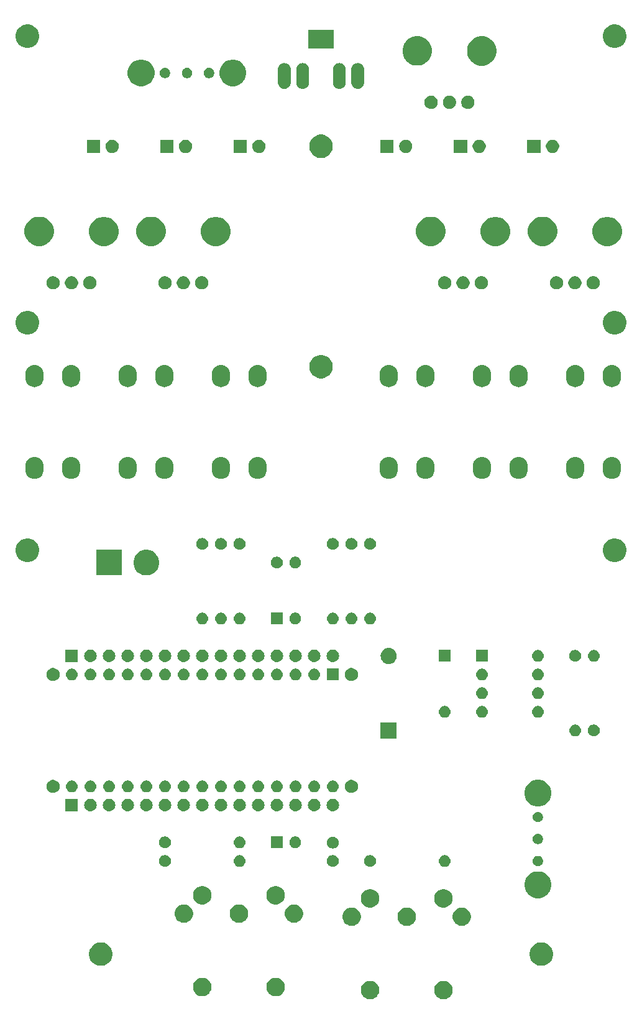
<source format=gbr>
G04 #@! TF.GenerationSoftware,KiCad,Pcbnew,(5.0.1)-3*
G04 #@! TF.CreationDate,2020-03-25T14:52:38+00:00*
G04 #@! TF.ProjectId,drumkid,6472756D6B69642E6B696361645F7063,rev?*
G04 #@! TF.SameCoordinates,Original*
G04 #@! TF.FileFunction,Soldermask,Top*
G04 #@! TF.FilePolarity,Negative*
%FSLAX46Y46*%
G04 Gerber Fmt 4.6, Leading zero omitted, Abs format (unit mm)*
G04 Created by KiCad (PCBNEW (5.0.1)-3) date 25/03/2020 14:52:38*
%MOMM*%
%LPD*%
G01*
G04 APERTURE LIST*
%ADD10C,0.100000*%
G04 APERTURE END LIST*
D10*
G36*
X117041958Y-163695144D02*
X117269386Y-163789348D01*
X117474065Y-163926110D01*
X117648130Y-164100175D01*
X117784892Y-164304854D01*
X117879096Y-164532282D01*
X117927120Y-164773717D01*
X117927120Y-165019883D01*
X117879096Y-165261318D01*
X117784892Y-165488746D01*
X117648130Y-165693425D01*
X117474065Y-165867490D01*
X117269386Y-166004252D01*
X117041958Y-166098456D01*
X116800523Y-166146480D01*
X116554357Y-166146480D01*
X116312922Y-166098456D01*
X116085494Y-166004252D01*
X115880815Y-165867490D01*
X115706750Y-165693425D01*
X115569988Y-165488746D01*
X115475784Y-165261318D01*
X115427760Y-165019883D01*
X115427760Y-164773717D01*
X115475784Y-164532282D01*
X115569988Y-164304854D01*
X115706750Y-164100175D01*
X115880815Y-163926110D01*
X116085494Y-163789348D01*
X116312922Y-163695144D01*
X116554357Y-163647120D01*
X116800523Y-163647120D01*
X117041958Y-163695144D01*
X117041958Y-163695144D01*
G37*
G36*
X107039438Y-163695144D02*
X107266866Y-163789348D01*
X107471545Y-163926110D01*
X107645610Y-164100175D01*
X107782372Y-164304854D01*
X107876576Y-164532282D01*
X107924600Y-164773717D01*
X107924600Y-165019883D01*
X107876576Y-165261318D01*
X107782372Y-165488746D01*
X107645610Y-165693425D01*
X107471545Y-165867490D01*
X107266866Y-166004252D01*
X107039438Y-166098456D01*
X106798003Y-166146480D01*
X106551837Y-166146480D01*
X106310402Y-166098456D01*
X106082974Y-166004252D01*
X105878295Y-165867490D01*
X105704230Y-165693425D01*
X105567468Y-165488746D01*
X105473264Y-165261318D01*
X105425240Y-165019883D01*
X105425240Y-164773717D01*
X105473264Y-164532282D01*
X105567468Y-164304854D01*
X105704230Y-164100175D01*
X105878295Y-163926110D01*
X106082974Y-163789348D01*
X106310402Y-163695144D01*
X106551837Y-163647120D01*
X106798003Y-163647120D01*
X107039438Y-163695144D01*
X107039438Y-163695144D01*
G37*
G36*
X84179438Y-163276044D02*
X84406866Y-163370248D01*
X84611545Y-163507010D01*
X84785610Y-163681075D01*
X84922372Y-163885754D01*
X85016576Y-164113182D01*
X85064600Y-164354617D01*
X85064600Y-164600783D01*
X85016576Y-164842218D01*
X84922372Y-165069646D01*
X84785610Y-165274325D01*
X84611545Y-165448390D01*
X84406866Y-165585152D01*
X84179438Y-165679356D01*
X83938003Y-165727380D01*
X83691837Y-165727380D01*
X83450402Y-165679356D01*
X83222974Y-165585152D01*
X83018295Y-165448390D01*
X82844230Y-165274325D01*
X82707468Y-165069646D01*
X82613264Y-164842218D01*
X82565240Y-164600783D01*
X82565240Y-164354617D01*
X82613264Y-164113182D01*
X82707468Y-163885754D01*
X82844230Y-163681075D01*
X83018295Y-163507010D01*
X83222974Y-163370248D01*
X83450402Y-163276044D01*
X83691837Y-163228020D01*
X83938003Y-163228020D01*
X84179438Y-163276044D01*
X84179438Y-163276044D01*
G37*
G36*
X94181958Y-163276044D02*
X94409386Y-163370248D01*
X94614065Y-163507010D01*
X94788130Y-163681075D01*
X94924892Y-163885754D01*
X95019096Y-164113182D01*
X95067120Y-164354617D01*
X95067120Y-164600783D01*
X95019096Y-164842218D01*
X94924892Y-165069646D01*
X94788130Y-165274325D01*
X94614065Y-165448390D01*
X94409386Y-165585152D01*
X94181958Y-165679356D01*
X93940523Y-165727380D01*
X93694357Y-165727380D01*
X93452922Y-165679356D01*
X93225494Y-165585152D01*
X93020815Y-165448390D01*
X92846750Y-165274325D01*
X92709988Y-165069646D01*
X92615784Y-164842218D01*
X92567760Y-164600783D01*
X92567760Y-164354617D01*
X92615784Y-164113182D01*
X92709988Y-163885754D01*
X92846750Y-163681075D01*
X93020815Y-163507010D01*
X93225494Y-163370248D01*
X93452922Y-163276044D01*
X93694357Y-163228020D01*
X93940523Y-163228020D01*
X94181958Y-163276044D01*
X94181958Y-163276044D01*
G37*
G36*
X70466703Y-158461486D02*
X70757883Y-158582097D01*
X71019944Y-158757201D01*
X71242799Y-158980056D01*
X71417903Y-159242117D01*
X71538514Y-159533297D01*
X71600000Y-159842412D01*
X71600000Y-160157588D01*
X71538514Y-160466703D01*
X71417903Y-160757883D01*
X71242799Y-161019944D01*
X71019944Y-161242799D01*
X70757883Y-161417903D01*
X70466703Y-161538514D01*
X70157588Y-161600000D01*
X69842412Y-161600000D01*
X69533297Y-161538514D01*
X69242117Y-161417903D01*
X68980056Y-161242799D01*
X68757201Y-161019944D01*
X68582097Y-160757883D01*
X68461486Y-160466703D01*
X68400000Y-160157588D01*
X68400000Y-159842412D01*
X68461486Y-159533297D01*
X68582097Y-159242117D01*
X68757201Y-158980056D01*
X68980056Y-158757201D01*
X69242117Y-158582097D01*
X69533297Y-158461486D01*
X69842412Y-158400000D01*
X70157588Y-158400000D01*
X70466703Y-158461486D01*
X70466703Y-158461486D01*
G37*
G36*
X130466703Y-158461486D02*
X130757883Y-158582097D01*
X131019944Y-158757201D01*
X131242799Y-158980056D01*
X131417903Y-159242117D01*
X131538514Y-159533297D01*
X131600000Y-159842412D01*
X131600000Y-160157588D01*
X131538514Y-160466703D01*
X131417903Y-160757883D01*
X131242799Y-161019944D01*
X131019944Y-161242799D01*
X130757883Y-161417903D01*
X130466703Y-161538514D01*
X130157588Y-161600000D01*
X129842412Y-161600000D01*
X129533297Y-161538514D01*
X129242117Y-161417903D01*
X128980056Y-161242799D01*
X128757201Y-161019944D01*
X128582097Y-160757883D01*
X128461486Y-160466703D01*
X128400000Y-160157588D01*
X128400000Y-159842412D01*
X128461486Y-159533297D01*
X128582097Y-159242117D01*
X128757201Y-158980056D01*
X128980056Y-158757201D01*
X129242117Y-158582097D01*
X129533297Y-158461486D01*
X129842412Y-158400000D01*
X130157588Y-158400000D01*
X130466703Y-158461486D01*
X130466703Y-158461486D01*
G37*
G36*
X104542618Y-153700244D02*
X104770046Y-153794448D01*
X104974725Y-153931210D01*
X105148790Y-154105275D01*
X105285552Y-154309954D01*
X105379756Y-154537382D01*
X105427780Y-154778817D01*
X105427780Y-155024983D01*
X105379756Y-155266418D01*
X105285552Y-155493846D01*
X105148790Y-155698525D01*
X104974725Y-155872590D01*
X104770046Y-156009352D01*
X104542618Y-156103556D01*
X104301183Y-156151580D01*
X104055017Y-156151580D01*
X103813582Y-156103556D01*
X103586154Y-156009352D01*
X103381475Y-155872590D01*
X103207410Y-155698525D01*
X103070648Y-155493846D01*
X102976444Y-155266418D01*
X102928420Y-155024983D01*
X102928420Y-154778817D01*
X102976444Y-154537382D01*
X103070648Y-154309954D01*
X103207410Y-154105275D01*
X103381475Y-153931210D01*
X103586154Y-153794448D01*
X103813582Y-153700244D01*
X104055017Y-153652220D01*
X104301183Y-153652220D01*
X104542618Y-153700244D01*
X104542618Y-153700244D01*
G37*
G36*
X119538778Y-153700244D02*
X119766206Y-153794448D01*
X119970885Y-153931210D01*
X120144950Y-154105275D01*
X120281712Y-154309954D01*
X120375916Y-154537382D01*
X120423940Y-154778817D01*
X120423940Y-155024983D01*
X120375916Y-155266418D01*
X120281712Y-155493846D01*
X120144950Y-155698525D01*
X119970885Y-155872590D01*
X119766206Y-156009352D01*
X119538778Y-156103556D01*
X119297343Y-156151580D01*
X119051177Y-156151580D01*
X118809742Y-156103556D01*
X118582314Y-156009352D01*
X118377635Y-155872590D01*
X118203570Y-155698525D01*
X118066808Y-155493846D01*
X117972604Y-155266418D01*
X117924580Y-155024983D01*
X117924580Y-154778817D01*
X117972604Y-154537382D01*
X118066808Y-154309954D01*
X118203570Y-154105275D01*
X118377635Y-153931210D01*
X118582314Y-153794448D01*
X118809742Y-153700244D01*
X119051177Y-153652220D01*
X119297343Y-153652220D01*
X119538778Y-153700244D01*
X119538778Y-153700244D01*
G37*
G36*
X112040698Y-153697704D02*
X112268126Y-153791908D01*
X112472805Y-153928670D01*
X112646870Y-154102735D01*
X112783632Y-154307414D01*
X112877836Y-154534842D01*
X112925860Y-154776277D01*
X112925860Y-155022443D01*
X112877836Y-155263878D01*
X112783632Y-155491306D01*
X112646870Y-155695985D01*
X112472805Y-155870050D01*
X112268126Y-156006812D01*
X112040698Y-156101016D01*
X111799263Y-156149040D01*
X111553097Y-156149040D01*
X111311662Y-156101016D01*
X111084234Y-156006812D01*
X110879555Y-155870050D01*
X110705490Y-155695985D01*
X110568728Y-155491306D01*
X110474524Y-155263878D01*
X110426500Y-155022443D01*
X110426500Y-154776277D01*
X110474524Y-154534842D01*
X110568728Y-154307414D01*
X110705490Y-154102735D01*
X110879555Y-153928670D01*
X111084234Y-153791908D01*
X111311662Y-153697704D01*
X111553097Y-153649680D01*
X111799263Y-153649680D01*
X112040698Y-153697704D01*
X112040698Y-153697704D01*
G37*
G36*
X96678778Y-153281144D02*
X96906206Y-153375348D01*
X97110885Y-153512110D01*
X97284950Y-153686175D01*
X97421712Y-153890854D01*
X97515916Y-154118282D01*
X97563940Y-154359717D01*
X97563940Y-154605883D01*
X97515916Y-154847318D01*
X97421712Y-155074746D01*
X97284950Y-155279425D01*
X97110885Y-155453490D01*
X96906206Y-155590252D01*
X96678778Y-155684456D01*
X96437343Y-155732480D01*
X96191177Y-155732480D01*
X95949742Y-155684456D01*
X95722314Y-155590252D01*
X95517635Y-155453490D01*
X95343570Y-155279425D01*
X95206808Y-155074746D01*
X95112604Y-154847318D01*
X95064580Y-154605883D01*
X95064580Y-154359717D01*
X95112604Y-154118282D01*
X95206808Y-153890854D01*
X95343570Y-153686175D01*
X95517635Y-153512110D01*
X95722314Y-153375348D01*
X95949742Y-153281144D01*
X96191177Y-153233120D01*
X96437343Y-153233120D01*
X96678778Y-153281144D01*
X96678778Y-153281144D01*
G37*
G36*
X81682618Y-153281144D02*
X81910046Y-153375348D01*
X82114725Y-153512110D01*
X82288790Y-153686175D01*
X82425552Y-153890854D01*
X82519756Y-154118282D01*
X82567780Y-154359717D01*
X82567780Y-154605883D01*
X82519756Y-154847318D01*
X82425552Y-155074746D01*
X82288790Y-155279425D01*
X82114725Y-155453490D01*
X81910046Y-155590252D01*
X81682618Y-155684456D01*
X81441183Y-155732480D01*
X81195017Y-155732480D01*
X80953582Y-155684456D01*
X80726154Y-155590252D01*
X80521475Y-155453490D01*
X80347410Y-155279425D01*
X80210648Y-155074746D01*
X80116444Y-154847318D01*
X80068420Y-154605883D01*
X80068420Y-154359717D01*
X80116444Y-154118282D01*
X80210648Y-153890854D01*
X80347410Y-153686175D01*
X80521475Y-153512110D01*
X80726154Y-153375348D01*
X80953582Y-153281144D01*
X81195017Y-153233120D01*
X81441183Y-153233120D01*
X81682618Y-153281144D01*
X81682618Y-153281144D01*
G37*
G36*
X89180698Y-153278604D02*
X89408126Y-153372808D01*
X89612805Y-153509570D01*
X89786870Y-153683635D01*
X89923632Y-153888314D01*
X90017836Y-154115742D01*
X90065860Y-154357177D01*
X90065860Y-154603343D01*
X90017836Y-154844778D01*
X89923632Y-155072206D01*
X89786870Y-155276885D01*
X89612805Y-155450950D01*
X89408126Y-155587712D01*
X89180698Y-155681916D01*
X88939263Y-155729940D01*
X88693097Y-155729940D01*
X88451662Y-155681916D01*
X88224234Y-155587712D01*
X88019555Y-155450950D01*
X87845490Y-155276885D01*
X87708728Y-155072206D01*
X87614524Y-154844778D01*
X87566500Y-154603343D01*
X87566500Y-154357177D01*
X87614524Y-154115742D01*
X87708728Y-153888314D01*
X87845490Y-153683635D01*
X88019555Y-153509570D01*
X88224234Y-153372808D01*
X88451662Y-153278604D01*
X88693097Y-153230580D01*
X88939263Y-153230580D01*
X89180698Y-153278604D01*
X89180698Y-153278604D01*
G37*
G36*
X107044518Y-151198344D02*
X107271946Y-151292548D01*
X107476625Y-151429310D01*
X107650690Y-151603375D01*
X107787452Y-151808054D01*
X107881656Y-152035482D01*
X107929680Y-152276917D01*
X107929680Y-152523083D01*
X107881656Y-152764518D01*
X107787452Y-152991946D01*
X107650690Y-153196625D01*
X107476625Y-153370690D01*
X107271946Y-153507452D01*
X107044518Y-153601656D01*
X106803083Y-153649680D01*
X106556917Y-153649680D01*
X106315482Y-153601656D01*
X106088054Y-153507452D01*
X105883375Y-153370690D01*
X105709310Y-153196625D01*
X105572548Y-152991946D01*
X105478344Y-152764518D01*
X105430320Y-152523083D01*
X105430320Y-152276917D01*
X105478344Y-152035482D01*
X105572548Y-151808054D01*
X105709310Y-151603375D01*
X105883375Y-151429310D01*
X106088054Y-151292548D01*
X106315482Y-151198344D01*
X106556917Y-151150320D01*
X106803083Y-151150320D01*
X107044518Y-151198344D01*
X107044518Y-151198344D01*
G37*
G36*
X117036878Y-151198344D02*
X117264306Y-151292548D01*
X117468985Y-151429310D01*
X117643050Y-151603375D01*
X117779812Y-151808054D01*
X117874016Y-152035482D01*
X117922040Y-152276917D01*
X117922040Y-152523083D01*
X117874016Y-152764518D01*
X117779812Y-152991946D01*
X117643050Y-153196625D01*
X117468985Y-153370690D01*
X117264306Y-153507452D01*
X117036878Y-153601656D01*
X116795443Y-153649680D01*
X116549277Y-153649680D01*
X116307842Y-153601656D01*
X116080414Y-153507452D01*
X115875735Y-153370690D01*
X115701670Y-153196625D01*
X115564908Y-152991946D01*
X115470704Y-152764518D01*
X115422680Y-152523083D01*
X115422680Y-152276917D01*
X115470704Y-152035482D01*
X115564908Y-151808054D01*
X115701670Y-151603375D01*
X115875735Y-151429310D01*
X116080414Y-151292548D01*
X116307842Y-151198344D01*
X116549277Y-151150320D01*
X116795443Y-151150320D01*
X117036878Y-151198344D01*
X117036878Y-151198344D01*
G37*
G36*
X84184518Y-150779244D02*
X84411946Y-150873448D01*
X84616625Y-151010210D01*
X84790690Y-151184275D01*
X84927452Y-151388954D01*
X85021656Y-151616382D01*
X85069680Y-151857817D01*
X85069680Y-152103983D01*
X85021656Y-152345418D01*
X84927452Y-152572846D01*
X84790690Y-152777525D01*
X84616625Y-152951590D01*
X84411946Y-153088352D01*
X84184518Y-153182556D01*
X83943083Y-153230580D01*
X83696917Y-153230580D01*
X83455482Y-153182556D01*
X83228054Y-153088352D01*
X83023375Y-152951590D01*
X82849310Y-152777525D01*
X82712548Y-152572846D01*
X82618344Y-152345418D01*
X82570320Y-152103983D01*
X82570320Y-151857817D01*
X82618344Y-151616382D01*
X82712548Y-151388954D01*
X82849310Y-151184275D01*
X83023375Y-151010210D01*
X83228054Y-150873448D01*
X83455482Y-150779244D01*
X83696917Y-150731220D01*
X83943083Y-150731220D01*
X84184518Y-150779244D01*
X84184518Y-150779244D01*
G37*
G36*
X94176878Y-150779244D02*
X94404306Y-150873448D01*
X94608985Y-151010210D01*
X94783050Y-151184275D01*
X94919812Y-151388954D01*
X95014016Y-151616382D01*
X95062040Y-151857817D01*
X95062040Y-152103983D01*
X95014016Y-152345418D01*
X94919812Y-152572846D01*
X94783050Y-152777525D01*
X94608985Y-152951590D01*
X94404306Y-153088352D01*
X94176878Y-153182556D01*
X93935443Y-153230580D01*
X93689277Y-153230580D01*
X93447842Y-153182556D01*
X93220414Y-153088352D01*
X93015735Y-152951590D01*
X92841670Y-152777525D01*
X92704908Y-152572846D01*
X92610704Y-152345418D01*
X92562680Y-152103983D01*
X92562680Y-151857817D01*
X92610704Y-151616382D01*
X92704908Y-151388954D01*
X92841670Y-151184275D01*
X93015735Y-151010210D01*
X93220414Y-150873448D01*
X93447842Y-150779244D01*
X93689277Y-150731220D01*
X93935443Y-150731220D01*
X94176878Y-150779244D01*
X94176878Y-150779244D01*
G37*
G36*
X130072770Y-148813691D02*
X130405172Y-148951376D01*
X130704326Y-149151265D01*
X130958735Y-149405674D01*
X131158624Y-149704828D01*
X131296309Y-150037230D01*
X131366500Y-150390105D01*
X131366500Y-150749895D01*
X131296309Y-151102770D01*
X131158624Y-151435172D01*
X130958735Y-151734326D01*
X130704326Y-151988735D01*
X130405172Y-152188624D01*
X130072770Y-152326309D01*
X129719895Y-152396500D01*
X129360105Y-152396500D01*
X129007230Y-152326309D01*
X128674828Y-152188624D01*
X128375674Y-151988735D01*
X128121265Y-151734326D01*
X127921376Y-151435172D01*
X127783691Y-151102770D01*
X127713500Y-150749895D01*
X127713500Y-150390105D01*
X127783691Y-150037230D01*
X127921376Y-149704828D01*
X128121265Y-149405674D01*
X128375674Y-149151265D01*
X128674828Y-148951376D01*
X129007230Y-148813691D01*
X129360105Y-148743500D01*
X129719895Y-148743500D01*
X130072770Y-148813691D01*
X130072770Y-148813691D01*
G37*
G36*
X116957649Y-146527717D02*
X116996827Y-146531576D01*
X117060012Y-146550743D01*
X117147629Y-146577321D01*
X117286608Y-146651608D01*
X117408422Y-146751578D01*
X117508392Y-146873392D01*
X117582679Y-147012371D01*
X117628424Y-147163174D01*
X117643870Y-147320000D01*
X117628424Y-147476826D01*
X117582679Y-147627629D01*
X117508392Y-147766608D01*
X117408422Y-147888422D01*
X117286608Y-147988392D01*
X117147629Y-148062679D01*
X117072228Y-148085551D01*
X116996827Y-148108424D01*
X116957649Y-148112283D01*
X116879295Y-148120000D01*
X116800705Y-148120000D01*
X116722351Y-148112283D01*
X116683173Y-148108424D01*
X116607772Y-148085551D01*
X116532371Y-148062679D01*
X116393392Y-147988392D01*
X116271578Y-147888422D01*
X116171608Y-147766608D01*
X116097321Y-147627629D01*
X116051576Y-147476826D01*
X116036130Y-147320000D01*
X116051576Y-147163174D01*
X116097321Y-147012371D01*
X116171608Y-146873392D01*
X116271578Y-146751578D01*
X116393392Y-146651608D01*
X116532371Y-146577321D01*
X116619988Y-146550743D01*
X116683173Y-146531576D01*
X116722351Y-146527717D01*
X116800705Y-146520000D01*
X116879295Y-146520000D01*
X116957649Y-146527717D01*
X116957649Y-146527717D01*
G37*
G36*
X106913352Y-146550743D02*
X107058941Y-146611048D01*
X107189973Y-146698601D01*
X107301399Y-146810027D01*
X107388952Y-146941059D01*
X107449257Y-147086648D01*
X107480000Y-147241205D01*
X107480000Y-147398795D01*
X107449257Y-147553352D01*
X107388952Y-147698941D01*
X107301399Y-147829973D01*
X107189973Y-147941399D01*
X107058941Y-148028952D01*
X106913352Y-148089257D01*
X106758795Y-148120000D01*
X106601205Y-148120000D01*
X106446648Y-148089257D01*
X106301059Y-148028952D01*
X106170027Y-147941399D01*
X106058601Y-147829973D01*
X105971048Y-147698941D01*
X105910743Y-147553352D01*
X105880000Y-147398795D01*
X105880000Y-147241205D01*
X105910743Y-147086648D01*
X105971048Y-146941059D01*
X106058601Y-146810027D01*
X106170027Y-146698601D01*
X106301059Y-146611048D01*
X106446648Y-146550743D01*
X106601205Y-146520000D01*
X106758795Y-146520000D01*
X106913352Y-146550743D01*
X106913352Y-146550743D01*
G37*
G36*
X101833352Y-146550743D02*
X101978941Y-146611048D01*
X102109973Y-146698601D01*
X102221399Y-146810027D01*
X102308952Y-146941059D01*
X102369257Y-147086648D01*
X102400000Y-147241205D01*
X102400000Y-147398795D01*
X102369257Y-147553352D01*
X102308952Y-147698941D01*
X102221399Y-147829973D01*
X102109973Y-147941399D01*
X101978941Y-148028952D01*
X101833352Y-148089257D01*
X101678795Y-148120000D01*
X101521205Y-148120000D01*
X101366648Y-148089257D01*
X101221059Y-148028952D01*
X101090027Y-147941399D01*
X100978601Y-147829973D01*
X100891048Y-147698941D01*
X100830743Y-147553352D01*
X100800000Y-147398795D01*
X100800000Y-147241205D01*
X100830743Y-147086648D01*
X100891048Y-146941059D01*
X100978601Y-146810027D01*
X101090027Y-146698601D01*
X101221059Y-146611048D01*
X101366648Y-146550743D01*
X101521205Y-146520000D01*
X101678795Y-146520000D01*
X101833352Y-146550743D01*
X101833352Y-146550743D01*
G37*
G36*
X89017649Y-146527717D02*
X89056827Y-146531576D01*
X89120012Y-146550743D01*
X89207629Y-146577321D01*
X89346608Y-146651608D01*
X89468422Y-146751578D01*
X89568392Y-146873392D01*
X89642679Y-147012371D01*
X89688424Y-147163174D01*
X89703870Y-147320000D01*
X89688424Y-147476826D01*
X89642679Y-147627629D01*
X89568392Y-147766608D01*
X89468422Y-147888422D01*
X89346608Y-147988392D01*
X89207629Y-148062679D01*
X89132228Y-148085551D01*
X89056827Y-148108424D01*
X89017649Y-148112283D01*
X88939295Y-148120000D01*
X88860705Y-148120000D01*
X88782351Y-148112283D01*
X88743173Y-148108424D01*
X88667772Y-148085551D01*
X88592371Y-148062679D01*
X88453392Y-147988392D01*
X88331578Y-147888422D01*
X88231608Y-147766608D01*
X88157321Y-147627629D01*
X88111576Y-147476826D01*
X88096130Y-147320000D01*
X88111576Y-147163174D01*
X88157321Y-147012371D01*
X88231608Y-146873392D01*
X88331578Y-146751578D01*
X88453392Y-146651608D01*
X88592371Y-146577321D01*
X88679988Y-146550743D01*
X88743173Y-146531576D01*
X88782351Y-146527717D01*
X88860705Y-146520000D01*
X88939295Y-146520000D01*
X89017649Y-146527717D01*
X89017649Y-146527717D01*
G37*
G36*
X78973352Y-146550743D02*
X79118941Y-146611048D01*
X79249973Y-146698601D01*
X79361399Y-146810027D01*
X79448952Y-146941059D01*
X79509257Y-147086648D01*
X79540000Y-147241205D01*
X79540000Y-147398795D01*
X79509257Y-147553352D01*
X79448952Y-147698941D01*
X79361399Y-147829973D01*
X79249973Y-147941399D01*
X79118941Y-148028952D01*
X78973352Y-148089257D01*
X78818795Y-148120000D01*
X78661205Y-148120000D01*
X78506648Y-148089257D01*
X78361059Y-148028952D01*
X78230027Y-147941399D01*
X78118601Y-147829973D01*
X78031048Y-147698941D01*
X77970743Y-147553352D01*
X77940000Y-147398795D01*
X77940000Y-147241205D01*
X77970743Y-147086648D01*
X78031048Y-146941059D01*
X78118601Y-146810027D01*
X78230027Y-146698601D01*
X78361059Y-146611048D01*
X78506648Y-146550743D01*
X78661205Y-146520000D01*
X78818795Y-146520000D01*
X78973352Y-146550743D01*
X78973352Y-146550743D01*
G37*
G36*
X129744183Y-146646900D02*
X129871574Y-146699668D01*
X129986225Y-146776275D01*
X130083725Y-146873775D01*
X130160332Y-146988426D01*
X130213100Y-147115817D01*
X130240000Y-147251055D01*
X130240000Y-147388945D01*
X130213100Y-147524183D01*
X130160332Y-147651574D01*
X130083725Y-147766225D01*
X129986225Y-147863725D01*
X129871574Y-147940332D01*
X129744183Y-147993100D01*
X129608945Y-148020000D01*
X129471055Y-148020000D01*
X129335817Y-147993100D01*
X129208426Y-147940332D01*
X129093775Y-147863725D01*
X128996275Y-147766225D01*
X128919668Y-147651574D01*
X128866900Y-147524183D01*
X128840000Y-147388945D01*
X128840000Y-147251055D01*
X128866900Y-147115817D01*
X128919668Y-146988426D01*
X128996275Y-146873775D01*
X129093775Y-146776275D01*
X129208426Y-146699668D01*
X129335817Y-146646900D01*
X129471055Y-146620000D01*
X129608945Y-146620000D01*
X129744183Y-146646900D01*
X129744183Y-146646900D01*
G37*
G36*
X101833352Y-144050743D02*
X101978941Y-144111048D01*
X102109973Y-144198601D01*
X102221399Y-144310027D01*
X102308952Y-144441059D01*
X102369257Y-144586648D01*
X102400000Y-144741205D01*
X102400000Y-144898795D01*
X102369257Y-145053352D01*
X102308952Y-145198941D01*
X102221399Y-145329973D01*
X102109973Y-145441399D01*
X101978941Y-145528952D01*
X101833352Y-145589257D01*
X101678795Y-145620000D01*
X101521205Y-145620000D01*
X101366648Y-145589257D01*
X101221059Y-145528952D01*
X101090027Y-145441399D01*
X100978601Y-145329973D01*
X100891048Y-145198941D01*
X100830743Y-145053352D01*
X100800000Y-144898795D01*
X100800000Y-144741205D01*
X100830743Y-144586648D01*
X100891048Y-144441059D01*
X100978601Y-144310027D01*
X101090027Y-144198601D01*
X101221059Y-144111048D01*
X101366648Y-144050743D01*
X101521205Y-144020000D01*
X101678795Y-144020000D01*
X101833352Y-144050743D01*
X101833352Y-144050743D01*
G37*
G36*
X78973352Y-144010743D02*
X79118941Y-144071048D01*
X79249973Y-144158601D01*
X79361399Y-144270027D01*
X79448952Y-144401059D01*
X79509257Y-144546648D01*
X79540000Y-144701205D01*
X79540000Y-144858795D01*
X79509257Y-145013352D01*
X79448952Y-145158941D01*
X79361399Y-145289973D01*
X79249973Y-145401399D01*
X79118941Y-145488952D01*
X78973352Y-145549257D01*
X78818795Y-145580000D01*
X78661205Y-145580000D01*
X78506648Y-145549257D01*
X78361059Y-145488952D01*
X78230027Y-145401399D01*
X78118601Y-145289973D01*
X78031048Y-145158941D01*
X77970743Y-145013352D01*
X77940000Y-144858795D01*
X77940000Y-144701205D01*
X77970743Y-144546648D01*
X78031048Y-144401059D01*
X78118601Y-144270027D01*
X78230027Y-144158601D01*
X78361059Y-144071048D01*
X78506648Y-144010743D01*
X78661205Y-143980000D01*
X78818795Y-143980000D01*
X78973352Y-144010743D01*
X78973352Y-144010743D01*
G37*
G36*
X89017649Y-143987717D02*
X89056827Y-143991576D01*
X89120012Y-144010743D01*
X89207629Y-144037321D01*
X89346608Y-144111608D01*
X89468422Y-144211578D01*
X89568392Y-144333392D01*
X89642679Y-144472371D01*
X89642679Y-144472372D01*
X89688424Y-144623173D01*
X89703870Y-144780000D01*
X89688424Y-144936827D01*
X89671354Y-144993099D01*
X89642679Y-145087629D01*
X89568392Y-145226608D01*
X89468422Y-145348422D01*
X89346608Y-145448392D01*
X89207629Y-145522679D01*
X89186949Y-145528952D01*
X89056827Y-145568424D01*
X89017649Y-145572283D01*
X88939295Y-145580000D01*
X88860705Y-145580000D01*
X88782351Y-145572283D01*
X88743173Y-145568424D01*
X88613051Y-145528952D01*
X88592371Y-145522679D01*
X88453392Y-145448392D01*
X88331578Y-145348422D01*
X88231608Y-145226608D01*
X88157321Y-145087629D01*
X88128646Y-144993099D01*
X88111576Y-144936827D01*
X88096130Y-144780000D01*
X88111576Y-144623173D01*
X88157321Y-144472372D01*
X88157321Y-144472371D01*
X88231608Y-144333392D01*
X88331578Y-144211578D01*
X88453392Y-144111608D01*
X88592371Y-144037321D01*
X88679988Y-144010743D01*
X88743173Y-143991576D01*
X88782351Y-143987717D01*
X88860705Y-143980000D01*
X88939295Y-143980000D01*
X89017649Y-143987717D01*
X89017649Y-143987717D01*
G37*
G36*
X96713352Y-144010743D02*
X96858941Y-144071048D01*
X96989973Y-144158601D01*
X97101399Y-144270027D01*
X97188952Y-144401059D01*
X97249257Y-144546648D01*
X97280000Y-144701205D01*
X97280000Y-144858795D01*
X97249257Y-145013352D01*
X97188952Y-145158941D01*
X97101399Y-145289973D01*
X96989973Y-145401399D01*
X96858941Y-145488952D01*
X96713352Y-145549257D01*
X96558795Y-145580000D01*
X96401205Y-145580000D01*
X96246648Y-145549257D01*
X96101059Y-145488952D01*
X95970027Y-145401399D01*
X95858601Y-145289973D01*
X95771048Y-145158941D01*
X95710743Y-145013352D01*
X95680000Y-144858795D01*
X95680000Y-144701205D01*
X95710743Y-144546648D01*
X95771048Y-144401059D01*
X95858601Y-144270027D01*
X95970027Y-144158601D01*
X96101059Y-144071048D01*
X96246648Y-144010743D01*
X96401205Y-143980000D01*
X96558795Y-143980000D01*
X96713352Y-144010743D01*
X96713352Y-144010743D01*
G37*
G36*
X94780000Y-145580000D02*
X93180000Y-145580000D01*
X93180000Y-143980000D01*
X94780000Y-143980000D01*
X94780000Y-145580000D01*
X94780000Y-145580000D01*
G37*
G36*
X129744183Y-143646900D02*
X129871574Y-143699668D01*
X129986225Y-143776275D01*
X130083725Y-143873775D01*
X130160332Y-143988426D01*
X130213100Y-144115817D01*
X130240000Y-144251055D01*
X130240000Y-144388945D01*
X130213100Y-144524183D01*
X130187225Y-144586649D01*
X130160332Y-144651574D01*
X130100442Y-144741207D01*
X130083725Y-144766225D01*
X129986225Y-144863725D01*
X129871574Y-144940332D01*
X129744183Y-144993100D01*
X129608945Y-145020000D01*
X129471055Y-145020000D01*
X129335817Y-144993100D01*
X129208426Y-144940332D01*
X129093775Y-144863725D01*
X128996275Y-144766225D01*
X128979559Y-144741207D01*
X128919668Y-144651574D01*
X128892775Y-144586649D01*
X128866900Y-144524183D01*
X128840000Y-144388945D01*
X128840000Y-144251055D01*
X128866900Y-144115817D01*
X128919668Y-143988426D01*
X128996275Y-143873775D01*
X129093775Y-143776275D01*
X129208426Y-143699668D01*
X129335817Y-143646900D01*
X129471055Y-143620000D01*
X129608945Y-143620000D01*
X129744183Y-143646900D01*
X129744183Y-143646900D01*
G37*
G36*
X129744183Y-140646900D02*
X129871574Y-140699668D01*
X129986225Y-140776275D01*
X130083725Y-140873775D01*
X130160332Y-140988426D01*
X130213100Y-141115817D01*
X130240000Y-141251055D01*
X130240000Y-141388945D01*
X130213100Y-141524183D01*
X130160332Y-141651574D01*
X130083725Y-141766225D01*
X129986225Y-141863725D01*
X129871574Y-141940332D01*
X129744183Y-141993100D01*
X129608945Y-142020000D01*
X129471055Y-142020000D01*
X129335817Y-141993100D01*
X129208426Y-141940332D01*
X129093775Y-141863725D01*
X128996275Y-141766225D01*
X128919668Y-141651574D01*
X128866900Y-141524183D01*
X128840000Y-141388945D01*
X128840000Y-141251055D01*
X128866900Y-141115817D01*
X128919668Y-140988426D01*
X128996275Y-140873775D01*
X129093775Y-140776275D01*
X129208426Y-140699668D01*
X129335817Y-140646900D01*
X129471055Y-140620000D01*
X129608945Y-140620000D01*
X129744183Y-140646900D01*
X129744183Y-140646900D01*
G37*
G36*
X101766630Y-138862299D02*
X101926855Y-138910903D01*
X102074520Y-138989831D01*
X102203949Y-139096051D01*
X102310169Y-139225480D01*
X102389097Y-139373145D01*
X102437701Y-139533370D01*
X102454112Y-139700000D01*
X102437701Y-139866630D01*
X102389097Y-140026855D01*
X102310169Y-140174520D01*
X102203949Y-140303949D01*
X102074520Y-140410169D01*
X101926855Y-140489097D01*
X101766630Y-140537701D01*
X101641752Y-140550000D01*
X101558248Y-140550000D01*
X101433370Y-140537701D01*
X101273145Y-140489097D01*
X101125480Y-140410169D01*
X100996051Y-140303949D01*
X100889831Y-140174520D01*
X100810903Y-140026855D01*
X100762299Y-139866630D01*
X100745888Y-139700000D01*
X100762299Y-139533370D01*
X100810903Y-139373145D01*
X100889831Y-139225480D01*
X100996051Y-139096051D01*
X101125480Y-138989831D01*
X101273145Y-138910903D01*
X101433370Y-138862299D01*
X101558248Y-138850000D01*
X101641752Y-138850000D01*
X101766630Y-138862299D01*
X101766630Y-138862299D01*
G37*
G36*
X99226630Y-138862299D02*
X99386855Y-138910903D01*
X99534520Y-138989831D01*
X99663949Y-139096051D01*
X99770169Y-139225480D01*
X99849097Y-139373145D01*
X99897701Y-139533370D01*
X99914112Y-139700000D01*
X99897701Y-139866630D01*
X99849097Y-140026855D01*
X99770169Y-140174520D01*
X99663949Y-140303949D01*
X99534520Y-140410169D01*
X99386855Y-140489097D01*
X99226630Y-140537701D01*
X99101752Y-140550000D01*
X99018248Y-140550000D01*
X98893370Y-140537701D01*
X98733145Y-140489097D01*
X98585480Y-140410169D01*
X98456051Y-140303949D01*
X98349831Y-140174520D01*
X98270903Y-140026855D01*
X98222299Y-139866630D01*
X98205888Y-139700000D01*
X98222299Y-139533370D01*
X98270903Y-139373145D01*
X98349831Y-139225480D01*
X98456051Y-139096051D01*
X98585480Y-138989831D01*
X98733145Y-138910903D01*
X98893370Y-138862299D01*
X99018248Y-138850000D01*
X99101752Y-138850000D01*
X99226630Y-138862299D01*
X99226630Y-138862299D01*
G37*
G36*
X96686630Y-138862299D02*
X96846855Y-138910903D01*
X96994520Y-138989831D01*
X97123949Y-139096051D01*
X97230169Y-139225480D01*
X97309097Y-139373145D01*
X97357701Y-139533370D01*
X97374112Y-139700000D01*
X97357701Y-139866630D01*
X97309097Y-140026855D01*
X97230169Y-140174520D01*
X97123949Y-140303949D01*
X96994520Y-140410169D01*
X96846855Y-140489097D01*
X96686630Y-140537701D01*
X96561752Y-140550000D01*
X96478248Y-140550000D01*
X96353370Y-140537701D01*
X96193145Y-140489097D01*
X96045480Y-140410169D01*
X95916051Y-140303949D01*
X95809831Y-140174520D01*
X95730903Y-140026855D01*
X95682299Y-139866630D01*
X95665888Y-139700000D01*
X95682299Y-139533370D01*
X95730903Y-139373145D01*
X95809831Y-139225480D01*
X95916051Y-139096051D01*
X96045480Y-138989831D01*
X96193145Y-138910903D01*
X96353370Y-138862299D01*
X96478248Y-138850000D01*
X96561752Y-138850000D01*
X96686630Y-138862299D01*
X96686630Y-138862299D01*
G37*
G36*
X94146630Y-138862299D02*
X94306855Y-138910903D01*
X94454520Y-138989831D01*
X94583949Y-139096051D01*
X94690169Y-139225480D01*
X94769097Y-139373145D01*
X94817701Y-139533370D01*
X94834112Y-139700000D01*
X94817701Y-139866630D01*
X94769097Y-140026855D01*
X94690169Y-140174520D01*
X94583949Y-140303949D01*
X94454520Y-140410169D01*
X94306855Y-140489097D01*
X94146630Y-140537701D01*
X94021752Y-140550000D01*
X93938248Y-140550000D01*
X93813370Y-140537701D01*
X93653145Y-140489097D01*
X93505480Y-140410169D01*
X93376051Y-140303949D01*
X93269831Y-140174520D01*
X93190903Y-140026855D01*
X93142299Y-139866630D01*
X93125888Y-139700000D01*
X93142299Y-139533370D01*
X93190903Y-139373145D01*
X93269831Y-139225480D01*
X93376051Y-139096051D01*
X93505480Y-138989831D01*
X93653145Y-138910903D01*
X93813370Y-138862299D01*
X93938248Y-138850000D01*
X94021752Y-138850000D01*
X94146630Y-138862299D01*
X94146630Y-138862299D01*
G37*
G36*
X91606630Y-138862299D02*
X91766855Y-138910903D01*
X91914520Y-138989831D01*
X92043949Y-139096051D01*
X92150169Y-139225480D01*
X92229097Y-139373145D01*
X92277701Y-139533370D01*
X92294112Y-139700000D01*
X92277701Y-139866630D01*
X92229097Y-140026855D01*
X92150169Y-140174520D01*
X92043949Y-140303949D01*
X91914520Y-140410169D01*
X91766855Y-140489097D01*
X91606630Y-140537701D01*
X91481752Y-140550000D01*
X91398248Y-140550000D01*
X91273370Y-140537701D01*
X91113145Y-140489097D01*
X90965480Y-140410169D01*
X90836051Y-140303949D01*
X90729831Y-140174520D01*
X90650903Y-140026855D01*
X90602299Y-139866630D01*
X90585888Y-139700000D01*
X90602299Y-139533370D01*
X90650903Y-139373145D01*
X90729831Y-139225480D01*
X90836051Y-139096051D01*
X90965480Y-138989831D01*
X91113145Y-138910903D01*
X91273370Y-138862299D01*
X91398248Y-138850000D01*
X91481752Y-138850000D01*
X91606630Y-138862299D01*
X91606630Y-138862299D01*
G37*
G36*
X89066630Y-138862299D02*
X89226855Y-138910903D01*
X89374520Y-138989831D01*
X89503949Y-139096051D01*
X89610169Y-139225480D01*
X89689097Y-139373145D01*
X89737701Y-139533370D01*
X89754112Y-139700000D01*
X89737701Y-139866630D01*
X89689097Y-140026855D01*
X89610169Y-140174520D01*
X89503949Y-140303949D01*
X89374520Y-140410169D01*
X89226855Y-140489097D01*
X89066630Y-140537701D01*
X88941752Y-140550000D01*
X88858248Y-140550000D01*
X88733370Y-140537701D01*
X88573145Y-140489097D01*
X88425480Y-140410169D01*
X88296051Y-140303949D01*
X88189831Y-140174520D01*
X88110903Y-140026855D01*
X88062299Y-139866630D01*
X88045888Y-139700000D01*
X88062299Y-139533370D01*
X88110903Y-139373145D01*
X88189831Y-139225480D01*
X88296051Y-139096051D01*
X88425480Y-138989831D01*
X88573145Y-138910903D01*
X88733370Y-138862299D01*
X88858248Y-138850000D01*
X88941752Y-138850000D01*
X89066630Y-138862299D01*
X89066630Y-138862299D01*
G37*
G36*
X86526630Y-138862299D02*
X86686855Y-138910903D01*
X86834520Y-138989831D01*
X86963949Y-139096051D01*
X87070169Y-139225480D01*
X87149097Y-139373145D01*
X87197701Y-139533370D01*
X87214112Y-139700000D01*
X87197701Y-139866630D01*
X87149097Y-140026855D01*
X87070169Y-140174520D01*
X86963949Y-140303949D01*
X86834520Y-140410169D01*
X86686855Y-140489097D01*
X86526630Y-140537701D01*
X86401752Y-140550000D01*
X86318248Y-140550000D01*
X86193370Y-140537701D01*
X86033145Y-140489097D01*
X85885480Y-140410169D01*
X85756051Y-140303949D01*
X85649831Y-140174520D01*
X85570903Y-140026855D01*
X85522299Y-139866630D01*
X85505888Y-139700000D01*
X85522299Y-139533370D01*
X85570903Y-139373145D01*
X85649831Y-139225480D01*
X85756051Y-139096051D01*
X85885480Y-138989831D01*
X86033145Y-138910903D01*
X86193370Y-138862299D01*
X86318248Y-138850000D01*
X86401752Y-138850000D01*
X86526630Y-138862299D01*
X86526630Y-138862299D01*
G37*
G36*
X83986630Y-138862299D02*
X84146855Y-138910903D01*
X84294520Y-138989831D01*
X84423949Y-139096051D01*
X84530169Y-139225480D01*
X84609097Y-139373145D01*
X84657701Y-139533370D01*
X84674112Y-139700000D01*
X84657701Y-139866630D01*
X84609097Y-140026855D01*
X84530169Y-140174520D01*
X84423949Y-140303949D01*
X84294520Y-140410169D01*
X84146855Y-140489097D01*
X83986630Y-140537701D01*
X83861752Y-140550000D01*
X83778248Y-140550000D01*
X83653370Y-140537701D01*
X83493145Y-140489097D01*
X83345480Y-140410169D01*
X83216051Y-140303949D01*
X83109831Y-140174520D01*
X83030903Y-140026855D01*
X82982299Y-139866630D01*
X82965888Y-139700000D01*
X82982299Y-139533370D01*
X83030903Y-139373145D01*
X83109831Y-139225480D01*
X83216051Y-139096051D01*
X83345480Y-138989831D01*
X83493145Y-138910903D01*
X83653370Y-138862299D01*
X83778248Y-138850000D01*
X83861752Y-138850000D01*
X83986630Y-138862299D01*
X83986630Y-138862299D01*
G37*
G36*
X78906630Y-138862299D02*
X79066855Y-138910903D01*
X79214520Y-138989831D01*
X79343949Y-139096051D01*
X79450169Y-139225480D01*
X79529097Y-139373145D01*
X79577701Y-139533370D01*
X79594112Y-139700000D01*
X79577701Y-139866630D01*
X79529097Y-140026855D01*
X79450169Y-140174520D01*
X79343949Y-140303949D01*
X79214520Y-140410169D01*
X79066855Y-140489097D01*
X78906630Y-140537701D01*
X78781752Y-140550000D01*
X78698248Y-140550000D01*
X78573370Y-140537701D01*
X78413145Y-140489097D01*
X78265480Y-140410169D01*
X78136051Y-140303949D01*
X78029831Y-140174520D01*
X77950903Y-140026855D01*
X77902299Y-139866630D01*
X77885888Y-139700000D01*
X77902299Y-139533370D01*
X77950903Y-139373145D01*
X78029831Y-139225480D01*
X78136051Y-139096051D01*
X78265480Y-138989831D01*
X78413145Y-138910903D01*
X78573370Y-138862299D01*
X78698248Y-138850000D01*
X78781752Y-138850000D01*
X78906630Y-138862299D01*
X78906630Y-138862299D01*
G37*
G36*
X76366630Y-138862299D02*
X76526855Y-138910903D01*
X76674520Y-138989831D01*
X76803949Y-139096051D01*
X76910169Y-139225480D01*
X76989097Y-139373145D01*
X77037701Y-139533370D01*
X77054112Y-139700000D01*
X77037701Y-139866630D01*
X76989097Y-140026855D01*
X76910169Y-140174520D01*
X76803949Y-140303949D01*
X76674520Y-140410169D01*
X76526855Y-140489097D01*
X76366630Y-140537701D01*
X76241752Y-140550000D01*
X76158248Y-140550000D01*
X76033370Y-140537701D01*
X75873145Y-140489097D01*
X75725480Y-140410169D01*
X75596051Y-140303949D01*
X75489831Y-140174520D01*
X75410903Y-140026855D01*
X75362299Y-139866630D01*
X75345888Y-139700000D01*
X75362299Y-139533370D01*
X75410903Y-139373145D01*
X75489831Y-139225480D01*
X75596051Y-139096051D01*
X75725480Y-138989831D01*
X75873145Y-138910903D01*
X76033370Y-138862299D01*
X76158248Y-138850000D01*
X76241752Y-138850000D01*
X76366630Y-138862299D01*
X76366630Y-138862299D01*
G37*
G36*
X73826630Y-138862299D02*
X73986855Y-138910903D01*
X74134520Y-138989831D01*
X74263949Y-139096051D01*
X74370169Y-139225480D01*
X74449097Y-139373145D01*
X74497701Y-139533370D01*
X74514112Y-139700000D01*
X74497701Y-139866630D01*
X74449097Y-140026855D01*
X74370169Y-140174520D01*
X74263949Y-140303949D01*
X74134520Y-140410169D01*
X73986855Y-140489097D01*
X73826630Y-140537701D01*
X73701752Y-140550000D01*
X73618248Y-140550000D01*
X73493370Y-140537701D01*
X73333145Y-140489097D01*
X73185480Y-140410169D01*
X73056051Y-140303949D01*
X72949831Y-140174520D01*
X72870903Y-140026855D01*
X72822299Y-139866630D01*
X72805888Y-139700000D01*
X72822299Y-139533370D01*
X72870903Y-139373145D01*
X72949831Y-139225480D01*
X73056051Y-139096051D01*
X73185480Y-138989831D01*
X73333145Y-138910903D01*
X73493370Y-138862299D01*
X73618248Y-138850000D01*
X73701752Y-138850000D01*
X73826630Y-138862299D01*
X73826630Y-138862299D01*
G37*
G36*
X71286630Y-138862299D02*
X71446855Y-138910903D01*
X71594520Y-138989831D01*
X71723949Y-139096051D01*
X71830169Y-139225480D01*
X71909097Y-139373145D01*
X71957701Y-139533370D01*
X71974112Y-139700000D01*
X71957701Y-139866630D01*
X71909097Y-140026855D01*
X71830169Y-140174520D01*
X71723949Y-140303949D01*
X71594520Y-140410169D01*
X71446855Y-140489097D01*
X71286630Y-140537701D01*
X71161752Y-140550000D01*
X71078248Y-140550000D01*
X70953370Y-140537701D01*
X70793145Y-140489097D01*
X70645480Y-140410169D01*
X70516051Y-140303949D01*
X70409831Y-140174520D01*
X70330903Y-140026855D01*
X70282299Y-139866630D01*
X70265888Y-139700000D01*
X70282299Y-139533370D01*
X70330903Y-139373145D01*
X70409831Y-139225480D01*
X70516051Y-139096051D01*
X70645480Y-138989831D01*
X70793145Y-138910903D01*
X70953370Y-138862299D01*
X71078248Y-138850000D01*
X71161752Y-138850000D01*
X71286630Y-138862299D01*
X71286630Y-138862299D01*
G37*
G36*
X68746630Y-138862299D02*
X68906855Y-138910903D01*
X69054520Y-138989831D01*
X69183949Y-139096051D01*
X69290169Y-139225480D01*
X69369097Y-139373145D01*
X69417701Y-139533370D01*
X69434112Y-139700000D01*
X69417701Y-139866630D01*
X69369097Y-140026855D01*
X69290169Y-140174520D01*
X69183949Y-140303949D01*
X69054520Y-140410169D01*
X68906855Y-140489097D01*
X68746630Y-140537701D01*
X68621752Y-140550000D01*
X68538248Y-140550000D01*
X68413370Y-140537701D01*
X68253145Y-140489097D01*
X68105480Y-140410169D01*
X67976051Y-140303949D01*
X67869831Y-140174520D01*
X67790903Y-140026855D01*
X67742299Y-139866630D01*
X67725888Y-139700000D01*
X67742299Y-139533370D01*
X67790903Y-139373145D01*
X67869831Y-139225480D01*
X67976051Y-139096051D01*
X68105480Y-138989831D01*
X68253145Y-138910903D01*
X68413370Y-138862299D01*
X68538248Y-138850000D01*
X68621752Y-138850000D01*
X68746630Y-138862299D01*
X68746630Y-138862299D01*
G37*
G36*
X66890000Y-140550000D02*
X65190000Y-140550000D01*
X65190000Y-138850000D01*
X66890000Y-138850000D01*
X66890000Y-140550000D01*
X66890000Y-140550000D01*
G37*
G36*
X81446630Y-138862299D02*
X81606855Y-138910903D01*
X81754520Y-138989831D01*
X81883949Y-139096051D01*
X81990169Y-139225480D01*
X82069097Y-139373145D01*
X82117701Y-139533370D01*
X82134112Y-139700000D01*
X82117701Y-139866630D01*
X82069097Y-140026855D01*
X81990169Y-140174520D01*
X81883949Y-140303949D01*
X81754520Y-140410169D01*
X81606855Y-140489097D01*
X81446630Y-140537701D01*
X81321752Y-140550000D01*
X81238248Y-140550000D01*
X81113370Y-140537701D01*
X80953145Y-140489097D01*
X80805480Y-140410169D01*
X80676051Y-140303949D01*
X80569831Y-140174520D01*
X80490903Y-140026855D01*
X80442299Y-139866630D01*
X80425888Y-139700000D01*
X80442299Y-139533370D01*
X80490903Y-139373145D01*
X80569831Y-139225480D01*
X80676051Y-139096051D01*
X80805480Y-138989831D01*
X80953145Y-138910903D01*
X81113370Y-138862299D01*
X81238248Y-138850000D01*
X81321752Y-138850000D01*
X81446630Y-138862299D01*
X81446630Y-138862299D01*
G37*
G36*
X130072770Y-136313691D02*
X130405172Y-136451376D01*
X130704326Y-136651265D01*
X130958735Y-136905674D01*
X131158624Y-137204828D01*
X131296309Y-137537230D01*
X131366500Y-137890105D01*
X131366500Y-138249895D01*
X131296309Y-138602770D01*
X131158624Y-138935172D01*
X130958735Y-139234326D01*
X130704326Y-139488735D01*
X130405172Y-139688624D01*
X130072770Y-139826309D01*
X129719895Y-139896500D01*
X129360105Y-139896500D01*
X129007230Y-139826309D01*
X128674828Y-139688624D01*
X128375674Y-139488735D01*
X128121265Y-139234326D01*
X127921376Y-138935172D01*
X127783691Y-138602770D01*
X127713500Y-138249895D01*
X127713500Y-137890105D01*
X127783691Y-137537230D01*
X127921376Y-137204828D01*
X128121265Y-136905674D01*
X128375674Y-136651265D01*
X128674828Y-136451376D01*
X129007230Y-136313691D01*
X129360105Y-136243500D01*
X129719895Y-136243500D01*
X130072770Y-136313691D01*
X130072770Y-136313691D01*
G37*
G36*
X63759601Y-136304202D02*
X63921574Y-136371293D01*
X64067345Y-136468694D01*
X64191306Y-136592655D01*
X64288707Y-136738426D01*
X64355798Y-136900399D01*
X64390000Y-137072341D01*
X64390000Y-137247659D01*
X64355798Y-137419601D01*
X64288707Y-137581574D01*
X64191306Y-137727345D01*
X64067345Y-137851306D01*
X63921574Y-137948707D01*
X63759601Y-138015798D01*
X63587659Y-138050000D01*
X63412341Y-138050000D01*
X63240399Y-138015798D01*
X63078426Y-137948707D01*
X62932655Y-137851306D01*
X62808694Y-137727345D01*
X62711293Y-137581574D01*
X62644202Y-137419601D01*
X62610000Y-137247659D01*
X62610000Y-137072341D01*
X62644202Y-136900399D01*
X62711293Y-136738426D01*
X62808694Y-136592655D01*
X62932655Y-136468694D01*
X63078426Y-136371293D01*
X63240399Y-136304202D01*
X63412341Y-136270000D01*
X63587659Y-136270000D01*
X63759601Y-136304202D01*
X63759601Y-136304202D01*
G37*
G36*
X104399601Y-136304202D02*
X104561574Y-136371293D01*
X104707345Y-136468694D01*
X104831306Y-136592655D01*
X104928707Y-136738426D01*
X104995798Y-136900399D01*
X105030000Y-137072341D01*
X105030000Y-137247659D01*
X104995798Y-137419601D01*
X104928707Y-137581574D01*
X104831306Y-137727345D01*
X104707345Y-137851306D01*
X104561574Y-137948707D01*
X104399601Y-138015798D01*
X104227659Y-138050000D01*
X104052341Y-138050000D01*
X103880399Y-138015798D01*
X103718426Y-137948707D01*
X103572655Y-137851306D01*
X103448694Y-137727345D01*
X103351293Y-137581574D01*
X103284202Y-137419601D01*
X103250000Y-137247659D01*
X103250000Y-137072341D01*
X103284202Y-136900399D01*
X103351293Y-136738426D01*
X103448694Y-136592655D01*
X103572655Y-136468694D01*
X103718426Y-136371293D01*
X103880399Y-136304202D01*
X104052341Y-136270000D01*
X104227659Y-136270000D01*
X104399601Y-136304202D01*
X104399601Y-136304202D01*
G37*
G36*
X66157649Y-136367717D02*
X66196827Y-136371576D01*
X66272228Y-136394449D01*
X66347629Y-136417321D01*
X66486608Y-136491608D01*
X66608422Y-136591578D01*
X66708392Y-136713392D01*
X66782679Y-136852371D01*
X66828424Y-137003174D01*
X66843870Y-137160000D01*
X66828424Y-137316826D01*
X66782679Y-137467629D01*
X66708392Y-137606608D01*
X66608422Y-137728422D01*
X66486608Y-137828392D01*
X66347629Y-137902679D01*
X66272228Y-137925551D01*
X66196827Y-137948424D01*
X66157649Y-137952283D01*
X66079295Y-137960000D01*
X66000705Y-137960000D01*
X65922351Y-137952283D01*
X65883173Y-137948424D01*
X65807772Y-137925551D01*
X65732371Y-137902679D01*
X65593392Y-137828392D01*
X65471578Y-137728422D01*
X65371608Y-137606608D01*
X65297321Y-137467629D01*
X65251576Y-137316826D01*
X65236130Y-137160000D01*
X65251576Y-137003174D01*
X65297321Y-136852371D01*
X65371608Y-136713392D01*
X65471578Y-136591578D01*
X65593392Y-136491608D01*
X65732371Y-136417321D01*
X65807772Y-136394449D01*
X65883173Y-136371576D01*
X65922351Y-136367717D01*
X66000705Y-136360000D01*
X66079295Y-136360000D01*
X66157649Y-136367717D01*
X66157649Y-136367717D01*
G37*
G36*
X101717649Y-136367717D02*
X101756827Y-136371576D01*
X101832228Y-136394449D01*
X101907629Y-136417321D01*
X102046608Y-136491608D01*
X102168422Y-136591578D01*
X102268392Y-136713392D01*
X102342679Y-136852371D01*
X102388424Y-137003174D01*
X102403870Y-137160000D01*
X102388424Y-137316826D01*
X102342679Y-137467629D01*
X102268392Y-137606608D01*
X102168422Y-137728422D01*
X102046608Y-137828392D01*
X101907629Y-137902679D01*
X101832227Y-137925552D01*
X101756827Y-137948424D01*
X101717649Y-137952283D01*
X101639295Y-137960000D01*
X101560705Y-137960000D01*
X101482351Y-137952283D01*
X101443173Y-137948424D01*
X101367772Y-137925551D01*
X101292371Y-137902679D01*
X101153392Y-137828392D01*
X101031578Y-137728422D01*
X100931608Y-137606608D01*
X100857321Y-137467629D01*
X100811576Y-137316826D01*
X100796130Y-137160000D01*
X100811576Y-137003174D01*
X100857321Y-136852371D01*
X100931608Y-136713392D01*
X101031578Y-136591578D01*
X101153392Y-136491608D01*
X101292371Y-136417321D01*
X101367772Y-136394449D01*
X101443173Y-136371576D01*
X101482351Y-136367717D01*
X101560705Y-136360000D01*
X101639295Y-136360000D01*
X101717649Y-136367717D01*
X101717649Y-136367717D01*
G37*
G36*
X99177649Y-136367717D02*
X99216827Y-136371576D01*
X99292228Y-136394449D01*
X99367629Y-136417321D01*
X99506608Y-136491608D01*
X99628422Y-136591578D01*
X99728392Y-136713392D01*
X99802679Y-136852371D01*
X99848424Y-137003174D01*
X99863870Y-137160000D01*
X99848424Y-137316826D01*
X99802679Y-137467629D01*
X99728392Y-137606608D01*
X99628422Y-137728422D01*
X99506608Y-137828392D01*
X99367629Y-137902679D01*
X99292227Y-137925552D01*
X99216827Y-137948424D01*
X99177649Y-137952283D01*
X99099295Y-137960000D01*
X99020705Y-137960000D01*
X98942351Y-137952283D01*
X98903173Y-137948424D01*
X98827772Y-137925551D01*
X98752371Y-137902679D01*
X98613392Y-137828392D01*
X98491578Y-137728422D01*
X98391608Y-137606608D01*
X98317321Y-137467629D01*
X98271576Y-137316826D01*
X98256130Y-137160000D01*
X98271576Y-137003174D01*
X98317321Y-136852371D01*
X98391608Y-136713392D01*
X98491578Y-136591578D01*
X98613392Y-136491608D01*
X98752371Y-136417321D01*
X98827772Y-136394449D01*
X98903173Y-136371576D01*
X98942351Y-136367717D01*
X99020705Y-136360000D01*
X99099295Y-136360000D01*
X99177649Y-136367717D01*
X99177649Y-136367717D01*
G37*
G36*
X96637649Y-136367717D02*
X96676827Y-136371576D01*
X96752228Y-136394449D01*
X96827629Y-136417321D01*
X96966608Y-136491608D01*
X97088422Y-136591578D01*
X97188392Y-136713392D01*
X97262679Y-136852371D01*
X97308424Y-137003174D01*
X97323870Y-137160000D01*
X97308424Y-137316826D01*
X97262679Y-137467629D01*
X97188392Y-137606608D01*
X97088422Y-137728422D01*
X96966608Y-137828392D01*
X96827629Y-137902679D01*
X96752227Y-137925552D01*
X96676827Y-137948424D01*
X96637649Y-137952283D01*
X96559295Y-137960000D01*
X96480705Y-137960000D01*
X96402351Y-137952283D01*
X96363173Y-137948424D01*
X96287772Y-137925551D01*
X96212371Y-137902679D01*
X96073392Y-137828392D01*
X95951578Y-137728422D01*
X95851608Y-137606608D01*
X95777321Y-137467629D01*
X95731576Y-137316826D01*
X95716130Y-137160000D01*
X95731576Y-137003174D01*
X95777321Y-136852371D01*
X95851608Y-136713392D01*
X95951578Y-136591578D01*
X96073392Y-136491608D01*
X96212371Y-136417321D01*
X96287772Y-136394449D01*
X96363173Y-136371576D01*
X96402351Y-136367717D01*
X96480705Y-136360000D01*
X96559295Y-136360000D01*
X96637649Y-136367717D01*
X96637649Y-136367717D01*
G37*
G36*
X91557649Y-136367717D02*
X91596827Y-136371576D01*
X91672228Y-136394449D01*
X91747629Y-136417321D01*
X91886608Y-136491608D01*
X92008422Y-136591578D01*
X92108392Y-136713392D01*
X92182679Y-136852371D01*
X92228424Y-137003174D01*
X92243870Y-137160000D01*
X92228424Y-137316826D01*
X92182679Y-137467629D01*
X92108392Y-137606608D01*
X92008422Y-137728422D01*
X91886608Y-137828392D01*
X91747629Y-137902679D01*
X91672227Y-137925552D01*
X91596827Y-137948424D01*
X91557649Y-137952283D01*
X91479295Y-137960000D01*
X91400705Y-137960000D01*
X91322351Y-137952283D01*
X91283173Y-137948424D01*
X91207772Y-137925551D01*
X91132371Y-137902679D01*
X90993392Y-137828392D01*
X90871578Y-137728422D01*
X90771608Y-137606608D01*
X90697321Y-137467629D01*
X90651576Y-137316826D01*
X90636130Y-137160000D01*
X90651576Y-137003174D01*
X90697321Y-136852371D01*
X90771608Y-136713392D01*
X90871578Y-136591578D01*
X90993392Y-136491608D01*
X91132371Y-136417321D01*
X91207772Y-136394449D01*
X91283173Y-136371576D01*
X91322351Y-136367717D01*
X91400705Y-136360000D01*
X91479295Y-136360000D01*
X91557649Y-136367717D01*
X91557649Y-136367717D01*
G37*
G36*
X89017649Y-136367717D02*
X89056827Y-136371576D01*
X89132228Y-136394449D01*
X89207629Y-136417321D01*
X89346608Y-136491608D01*
X89468422Y-136591578D01*
X89568392Y-136713392D01*
X89642679Y-136852371D01*
X89688424Y-137003174D01*
X89703870Y-137160000D01*
X89688424Y-137316826D01*
X89642679Y-137467629D01*
X89568392Y-137606608D01*
X89468422Y-137728422D01*
X89346608Y-137828392D01*
X89207629Y-137902679D01*
X89132227Y-137925552D01*
X89056827Y-137948424D01*
X89017649Y-137952283D01*
X88939295Y-137960000D01*
X88860705Y-137960000D01*
X88782351Y-137952283D01*
X88743173Y-137948424D01*
X88667772Y-137925551D01*
X88592371Y-137902679D01*
X88453392Y-137828392D01*
X88331578Y-137728422D01*
X88231608Y-137606608D01*
X88157321Y-137467629D01*
X88111576Y-137316826D01*
X88096130Y-137160000D01*
X88111576Y-137003174D01*
X88157321Y-136852371D01*
X88231608Y-136713392D01*
X88331578Y-136591578D01*
X88453392Y-136491608D01*
X88592371Y-136417321D01*
X88667772Y-136394449D01*
X88743173Y-136371576D01*
X88782351Y-136367717D01*
X88860705Y-136360000D01*
X88939295Y-136360000D01*
X89017649Y-136367717D01*
X89017649Y-136367717D01*
G37*
G36*
X86477649Y-136367717D02*
X86516827Y-136371576D01*
X86592228Y-136394449D01*
X86667629Y-136417321D01*
X86806608Y-136491608D01*
X86928422Y-136591578D01*
X87028392Y-136713392D01*
X87102679Y-136852371D01*
X87148424Y-137003174D01*
X87163870Y-137160000D01*
X87148424Y-137316826D01*
X87102679Y-137467629D01*
X87028392Y-137606608D01*
X86928422Y-137728422D01*
X86806608Y-137828392D01*
X86667629Y-137902679D01*
X86592227Y-137925552D01*
X86516827Y-137948424D01*
X86477649Y-137952283D01*
X86399295Y-137960000D01*
X86320705Y-137960000D01*
X86242351Y-137952283D01*
X86203173Y-137948424D01*
X86127772Y-137925551D01*
X86052371Y-137902679D01*
X85913392Y-137828392D01*
X85791578Y-137728422D01*
X85691608Y-137606608D01*
X85617321Y-137467629D01*
X85571576Y-137316826D01*
X85556130Y-137160000D01*
X85571576Y-137003174D01*
X85617321Y-136852371D01*
X85691608Y-136713392D01*
X85791578Y-136591578D01*
X85913392Y-136491608D01*
X86052371Y-136417321D01*
X86127772Y-136394449D01*
X86203173Y-136371576D01*
X86242351Y-136367717D01*
X86320705Y-136360000D01*
X86399295Y-136360000D01*
X86477649Y-136367717D01*
X86477649Y-136367717D01*
G37*
G36*
X83937649Y-136367717D02*
X83976827Y-136371576D01*
X84052228Y-136394449D01*
X84127629Y-136417321D01*
X84266608Y-136491608D01*
X84388422Y-136591578D01*
X84488392Y-136713392D01*
X84562679Y-136852371D01*
X84608424Y-137003174D01*
X84623870Y-137160000D01*
X84608424Y-137316826D01*
X84562679Y-137467629D01*
X84488392Y-137606608D01*
X84388422Y-137728422D01*
X84266608Y-137828392D01*
X84127629Y-137902679D01*
X84052227Y-137925552D01*
X83976827Y-137948424D01*
X83937649Y-137952283D01*
X83859295Y-137960000D01*
X83780705Y-137960000D01*
X83702351Y-137952283D01*
X83663173Y-137948424D01*
X83587772Y-137925551D01*
X83512371Y-137902679D01*
X83373392Y-137828392D01*
X83251578Y-137728422D01*
X83151608Y-137606608D01*
X83077321Y-137467629D01*
X83031576Y-137316826D01*
X83016130Y-137160000D01*
X83031576Y-137003174D01*
X83077321Y-136852371D01*
X83151608Y-136713392D01*
X83251578Y-136591578D01*
X83373392Y-136491608D01*
X83512371Y-136417321D01*
X83587772Y-136394449D01*
X83663173Y-136371576D01*
X83702351Y-136367717D01*
X83780705Y-136360000D01*
X83859295Y-136360000D01*
X83937649Y-136367717D01*
X83937649Y-136367717D01*
G37*
G36*
X78857649Y-136367717D02*
X78896827Y-136371576D01*
X78972228Y-136394449D01*
X79047629Y-136417321D01*
X79186608Y-136491608D01*
X79308422Y-136591578D01*
X79408392Y-136713392D01*
X79482679Y-136852371D01*
X79528424Y-137003174D01*
X79543870Y-137160000D01*
X79528424Y-137316826D01*
X79482679Y-137467629D01*
X79408392Y-137606608D01*
X79308422Y-137728422D01*
X79186608Y-137828392D01*
X79047629Y-137902679D01*
X78972228Y-137925551D01*
X78896827Y-137948424D01*
X78857649Y-137952283D01*
X78779295Y-137960000D01*
X78700705Y-137960000D01*
X78622351Y-137952283D01*
X78583173Y-137948424D01*
X78507772Y-137925551D01*
X78432371Y-137902679D01*
X78293392Y-137828392D01*
X78171578Y-137728422D01*
X78071608Y-137606608D01*
X77997321Y-137467629D01*
X77951576Y-137316826D01*
X77936130Y-137160000D01*
X77951576Y-137003174D01*
X77997321Y-136852371D01*
X78071608Y-136713392D01*
X78171578Y-136591578D01*
X78293392Y-136491608D01*
X78432371Y-136417321D01*
X78507772Y-136394449D01*
X78583173Y-136371576D01*
X78622351Y-136367717D01*
X78700705Y-136360000D01*
X78779295Y-136360000D01*
X78857649Y-136367717D01*
X78857649Y-136367717D01*
G37*
G36*
X76317649Y-136367717D02*
X76356827Y-136371576D01*
X76432228Y-136394449D01*
X76507629Y-136417321D01*
X76646608Y-136491608D01*
X76768422Y-136591578D01*
X76868392Y-136713392D01*
X76942679Y-136852371D01*
X76988424Y-137003174D01*
X77003870Y-137160000D01*
X76988424Y-137316826D01*
X76942679Y-137467629D01*
X76868392Y-137606608D01*
X76768422Y-137728422D01*
X76646608Y-137828392D01*
X76507629Y-137902679D01*
X76432228Y-137925551D01*
X76356827Y-137948424D01*
X76317649Y-137952283D01*
X76239295Y-137960000D01*
X76160705Y-137960000D01*
X76082351Y-137952283D01*
X76043173Y-137948424D01*
X75967772Y-137925551D01*
X75892371Y-137902679D01*
X75753392Y-137828392D01*
X75631578Y-137728422D01*
X75531608Y-137606608D01*
X75457321Y-137467629D01*
X75411576Y-137316826D01*
X75396130Y-137160000D01*
X75411576Y-137003174D01*
X75457321Y-136852371D01*
X75531608Y-136713392D01*
X75631578Y-136591578D01*
X75753392Y-136491608D01*
X75892371Y-136417321D01*
X75967772Y-136394449D01*
X76043173Y-136371576D01*
X76082351Y-136367717D01*
X76160705Y-136360000D01*
X76239295Y-136360000D01*
X76317649Y-136367717D01*
X76317649Y-136367717D01*
G37*
G36*
X73777649Y-136367717D02*
X73816827Y-136371576D01*
X73892228Y-136394449D01*
X73967629Y-136417321D01*
X74106608Y-136491608D01*
X74228422Y-136591578D01*
X74328392Y-136713392D01*
X74402679Y-136852371D01*
X74448424Y-137003174D01*
X74463870Y-137160000D01*
X74448424Y-137316826D01*
X74402679Y-137467629D01*
X74328392Y-137606608D01*
X74228422Y-137728422D01*
X74106608Y-137828392D01*
X73967629Y-137902679D01*
X73892228Y-137925551D01*
X73816827Y-137948424D01*
X73777649Y-137952283D01*
X73699295Y-137960000D01*
X73620705Y-137960000D01*
X73542351Y-137952283D01*
X73503173Y-137948424D01*
X73427772Y-137925551D01*
X73352371Y-137902679D01*
X73213392Y-137828392D01*
X73091578Y-137728422D01*
X72991608Y-137606608D01*
X72917321Y-137467629D01*
X72871576Y-137316826D01*
X72856130Y-137160000D01*
X72871576Y-137003174D01*
X72917321Y-136852371D01*
X72991608Y-136713392D01*
X73091578Y-136591578D01*
X73213392Y-136491608D01*
X73352371Y-136417321D01*
X73427772Y-136394449D01*
X73503173Y-136371576D01*
X73542351Y-136367717D01*
X73620705Y-136360000D01*
X73699295Y-136360000D01*
X73777649Y-136367717D01*
X73777649Y-136367717D01*
G37*
G36*
X71237649Y-136367717D02*
X71276827Y-136371576D01*
X71352228Y-136394449D01*
X71427629Y-136417321D01*
X71566608Y-136491608D01*
X71688422Y-136591578D01*
X71788392Y-136713392D01*
X71862679Y-136852371D01*
X71908424Y-137003174D01*
X71923870Y-137160000D01*
X71908424Y-137316826D01*
X71862679Y-137467629D01*
X71788392Y-137606608D01*
X71688422Y-137728422D01*
X71566608Y-137828392D01*
X71427629Y-137902679D01*
X71352228Y-137925551D01*
X71276827Y-137948424D01*
X71237649Y-137952283D01*
X71159295Y-137960000D01*
X71080705Y-137960000D01*
X71002351Y-137952283D01*
X70963173Y-137948424D01*
X70887772Y-137925551D01*
X70812371Y-137902679D01*
X70673392Y-137828392D01*
X70551578Y-137728422D01*
X70451608Y-137606608D01*
X70377321Y-137467629D01*
X70331576Y-137316826D01*
X70316130Y-137160000D01*
X70331576Y-137003174D01*
X70377321Y-136852371D01*
X70451608Y-136713392D01*
X70551578Y-136591578D01*
X70673392Y-136491608D01*
X70812371Y-136417321D01*
X70887772Y-136394449D01*
X70963173Y-136371576D01*
X71002351Y-136367717D01*
X71080705Y-136360000D01*
X71159295Y-136360000D01*
X71237649Y-136367717D01*
X71237649Y-136367717D01*
G37*
G36*
X68697649Y-136367717D02*
X68736827Y-136371576D01*
X68812228Y-136394449D01*
X68887629Y-136417321D01*
X69026608Y-136491608D01*
X69148422Y-136591578D01*
X69248392Y-136713392D01*
X69322679Y-136852371D01*
X69368424Y-137003174D01*
X69383870Y-137160000D01*
X69368424Y-137316826D01*
X69322679Y-137467629D01*
X69248392Y-137606608D01*
X69148422Y-137728422D01*
X69026608Y-137828392D01*
X68887629Y-137902679D01*
X68812228Y-137925551D01*
X68736827Y-137948424D01*
X68697649Y-137952283D01*
X68619295Y-137960000D01*
X68540705Y-137960000D01*
X68462351Y-137952283D01*
X68423173Y-137948424D01*
X68347772Y-137925551D01*
X68272371Y-137902679D01*
X68133392Y-137828392D01*
X68011578Y-137728422D01*
X67911608Y-137606608D01*
X67837321Y-137467629D01*
X67791576Y-137316826D01*
X67776130Y-137160000D01*
X67791576Y-137003174D01*
X67837321Y-136852371D01*
X67911608Y-136713392D01*
X68011578Y-136591578D01*
X68133392Y-136491608D01*
X68272371Y-136417321D01*
X68347772Y-136394449D01*
X68423173Y-136371576D01*
X68462351Y-136367717D01*
X68540705Y-136360000D01*
X68619295Y-136360000D01*
X68697649Y-136367717D01*
X68697649Y-136367717D01*
G37*
G36*
X94097649Y-136367717D02*
X94136827Y-136371576D01*
X94212228Y-136394449D01*
X94287629Y-136417321D01*
X94426608Y-136491608D01*
X94548422Y-136591578D01*
X94648392Y-136713392D01*
X94722679Y-136852371D01*
X94768424Y-137003174D01*
X94783870Y-137160000D01*
X94768424Y-137316826D01*
X94722679Y-137467629D01*
X94648392Y-137606608D01*
X94548422Y-137728422D01*
X94426608Y-137828392D01*
X94287629Y-137902679D01*
X94212227Y-137925552D01*
X94136827Y-137948424D01*
X94097649Y-137952283D01*
X94019295Y-137960000D01*
X93940705Y-137960000D01*
X93862351Y-137952283D01*
X93823173Y-137948424D01*
X93747772Y-137925551D01*
X93672371Y-137902679D01*
X93533392Y-137828392D01*
X93411578Y-137728422D01*
X93311608Y-137606608D01*
X93237321Y-137467629D01*
X93191576Y-137316826D01*
X93176130Y-137160000D01*
X93191576Y-137003174D01*
X93237321Y-136852371D01*
X93311608Y-136713392D01*
X93411578Y-136591578D01*
X93533392Y-136491608D01*
X93672371Y-136417321D01*
X93747772Y-136394449D01*
X93823173Y-136371576D01*
X93862351Y-136367717D01*
X93940705Y-136360000D01*
X94019295Y-136360000D01*
X94097649Y-136367717D01*
X94097649Y-136367717D01*
G37*
G36*
X81397649Y-136367717D02*
X81436827Y-136371576D01*
X81512228Y-136394449D01*
X81587629Y-136417321D01*
X81726608Y-136491608D01*
X81848422Y-136591578D01*
X81948392Y-136713392D01*
X82022679Y-136852371D01*
X82068424Y-137003174D01*
X82083870Y-137160000D01*
X82068424Y-137316826D01*
X82022679Y-137467629D01*
X81948392Y-137606608D01*
X81848422Y-137728422D01*
X81726608Y-137828392D01*
X81587629Y-137902679D01*
X81512228Y-137925551D01*
X81436827Y-137948424D01*
X81397649Y-137952283D01*
X81319295Y-137960000D01*
X81240705Y-137960000D01*
X81162351Y-137952283D01*
X81123173Y-137948424D01*
X81047772Y-137925551D01*
X80972371Y-137902679D01*
X80833392Y-137828392D01*
X80711578Y-137728422D01*
X80611608Y-137606608D01*
X80537321Y-137467629D01*
X80491576Y-137316826D01*
X80476130Y-137160000D01*
X80491576Y-137003174D01*
X80537321Y-136852371D01*
X80611608Y-136713392D01*
X80711578Y-136591578D01*
X80833392Y-136491608D01*
X80972371Y-136417321D01*
X81047772Y-136394449D01*
X81123173Y-136371576D01*
X81162351Y-136367717D01*
X81240705Y-136360000D01*
X81319295Y-136360000D01*
X81397649Y-136367717D01*
X81397649Y-136367717D01*
G37*
G36*
X110320000Y-130640000D02*
X108120000Y-130640000D01*
X108120000Y-128440000D01*
X110320000Y-128440000D01*
X110320000Y-130640000D01*
X110320000Y-130640000D01*
G37*
G36*
X134737649Y-128747717D02*
X134776827Y-128751576D01*
X134840012Y-128770743D01*
X134927629Y-128797321D01*
X135066608Y-128871608D01*
X135188422Y-128971578D01*
X135288392Y-129093392D01*
X135362679Y-129232371D01*
X135408424Y-129383174D01*
X135423870Y-129540000D01*
X135408424Y-129696826D01*
X135362679Y-129847629D01*
X135288392Y-129986608D01*
X135188422Y-130108422D01*
X135066608Y-130208392D01*
X134927629Y-130282679D01*
X134852227Y-130305552D01*
X134776827Y-130328424D01*
X134737649Y-130332283D01*
X134659295Y-130340000D01*
X134580705Y-130340000D01*
X134502351Y-130332283D01*
X134463173Y-130328424D01*
X134387772Y-130305551D01*
X134312371Y-130282679D01*
X134173392Y-130208392D01*
X134051578Y-130108422D01*
X133951608Y-129986608D01*
X133877321Y-129847629D01*
X133831576Y-129696826D01*
X133816130Y-129540000D01*
X133831576Y-129383174D01*
X133877321Y-129232371D01*
X133951608Y-129093392D01*
X134051578Y-128971578D01*
X134173392Y-128871608D01*
X134312371Y-128797321D01*
X134399988Y-128770743D01*
X134463173Y-128751576D01*
X134502351Y-128747717D01*
X134580705Y-128740000D01*
X134659295Y-128740000D01*
X134737649Y-128747717D01*
X134737649Y-128747717D01*
G37*
G36*
X137393352Y-128770743D02*
X137538941Y-128831048D01*
X137669973Y-128918601D01*
X137781399Y-129030027D01*
X137868952Y-129161059D01*
X137929257Y-129306648D01*
X137960000Y-129461205D01*
X137960000Y-129618795D01*
X137929257Y-129773352D01*
X137868952Y-129918941D01*
X137781399Y-130049973D01*
X137669973Y-130161399D01*
X137538941Y-130248952D01*
X137393352Y-130309257D01*
X137238795Y-130340000D01*
X137081205Y-130340000D01*
X136926648Y-130309257D01*
X136781059Y-130248952D01*
X136650027Y-130161399D01*
X136538601Y-130049973D01*
X136451048Y-129918941D01*
X136390743Y-129773352D01*
X136360000Y-129618795D01*
X136360000Y-129461205D01*
X136390743Y-129306648D01*
X136451048Y-129161059D01*
X136538601Y-129030027D01*
X136650027Y-128918601D01*
X136781059Y-128831048D01*
X136926648Y-128770743D01*
X137081205Y-128740000D01*
X137238795Y-128740000D01*
X137393352Y-128770743D01*
X137393352Y-128770743D01*
G37*
G36*
X122037649Y-126207717D02*
X122076827Y-126211576D01*
X122152228Y-126234449D01*
X122227629Y-126257321D01*
X122366608Y-126331608D01*
X122488422Y-126431578D01*
X122588392Y-126553392D01*
X122662679Y-126692371D01*
X122708424Y-126843174D01*
X122723870Y-127000000D01*
X122708424Y-127156826D01*
X122662679Y-127307629D01*
X122588392Y-127446608D01*
X122488422Y-127568422D01*
X122366608Y-127668392D01*
X122227629Y-127742679D01*
X122152228Y-127765551D01*
X122076827Y-127788424D01*
X122037649Y-127792283D01*
X121959295Y-127800000D01*
X121880705Y-127800000D01*
X121802351Y-127792283D01*
X121763173Y-127788424D01*
X121687773Y-127765552D01*
X121612371Y-127742679D01*
X121473392Y-127668392D01*
X121351578Y-127568422D01*
X121251608Y-127446608D01*
X121177321Y-127307629D01*
X121131576Y-127156826D01*
X121116130Y-127000000D01*
X121131576Y-126843174D01*
X121177321Y-126692371D01*
X121251608Y-126553392D01*
X121351578Y-126431578D01*
X121473392Y-126331608D01*
X121612371Y-126257321D01*
X121687772Y-126234449D01*
X121763173Y-126211576D01*
X121802351Y-126207717D01*
X121880705Y-126200000D01*
X121959295Y-126200000D01*
X122037649Y-126207717D01*
X122037649Y-126207717D01*
G37*
G36*
X116957649Y-126207717D02*
X116996827Y-126211576D01*
X117072228Y-126234449D01*
X117147629Y-126257321D01*
X117286608Y-126331608D01*
X117408422Y-126431578D01*
X117508392Y-126553392D01*
X117582679Y-126692371D01*
X117628424Y-126843174D01*
X117643870Y-127000000D01*
X117628424Y-127156826D01*
X117582679Y-127307629D01*
X117508392Y-127446608D01*
X117408422Y-127568422D01*
X117286608Y-127668392D01*
X117147629Y-127742679D01*
X117072228Y-127765551D01*
X116996827Y-127788424D01*
X116957649Y-127792283D01*
X116879295Y-127800000D01*
X116800705Y-127800000D01*
X116722351Y-127792283D01*
X116683173Y-127788424D01*
X116607773Y-127765552D01*
X116532371Y-127742679D01*
X116393392Y-127668392D01*
X116271578Y-127568422D01*
X116171608Y-127446608D01*
X116097321Y-127307629D01*
X116051576Y-127156826D01*
X116036130Y-127000000D01*
X116051576Y-126843174D01*
X116097321Y-126692371D01*
X116171608Y-126553392D01*
X116271578Y-126431578D01*
X116393392Y-126331608D01*
X116532371Y-126257321D01*
X116607772Y-126234449D01*
X116683173Y-126211576D01*
X116722351Y-126207717D01*
X116800705Y-126200000D01*
X116879295Y-126200000D01*
X116957649Y-126207717D01*
X116957649Y-126207717D01*
G37*
G36*
X129657649Y-126207717D02*
X129696827Y-126211576D01*
X129772228Y-126234449D01*
X129847629Y-126257321D01*
X129986608Y-126331608D01*
X130108422Y-126431578D01*
X130208392Y-126553392D01*
X130282679Y-126692371D01*
X130328424Y-126843174D01*
X130343870Y-127000000D01*
X130328424Y-127156826D01*
X130282679Y-127307629D01*
X130208392Y-127446608D01*
X130108422Y-127568422D01*
X129986608Y-127668392D01*
X129847629Y-127742679D01*
X129772228Y-127765551D01*
X129696827Y-127788424D01*
X129657649Y-127792283D01*
X129579295Y-127800000D01*
X129500705Y-127800000D01*
X129422351Y-127792283D01*
X129383173Y-127788424D01*
X129307773Y-127765552D01*
X129232371Y-127742679D01*
X129093392Y-127668392D01*
X128971578Y-127568422D01*
X128871608Y-127446608D01*
X128797321Y-127307629D01*
X128751576Y-127156826D01*
X128736130Y-127000000D01*
X128751576Y-126843174D01*
X128797321Y-126692371D01*
X128871608Y-126553392D01*
X128971578Y-126431578D01*
X129093392Y-126331608D01*
X129232371Y-126257321D01*
X129307772Y-126234449D01*
X129383173Y-126211576D01*
X129422351Y-126207717D01*
X129500705Y-126200000D01*
X129579295Y-126200000D01*
X129657649Y-126207717D01*
X129657649Y-126207717D01*
G37*
G36*
X129657649Y-123667717D02*
X129696827Y-123671576D01*
X129772228Y-123694449D01*
X129847629Y-123717321D01*
X129986608Y-123791608D01*
X130108422Y-123891578D01*
X130208392Y-124013392D01*
X130282679Y-124152371D01*
X130328424Y-124303174D01*
X130343870Y-124460000D01*
X130328424Y-124616826D01*
X130282679Y-124767629D01*
X130208392Y-124906608D01*
X130108422Y-125028422D01*
X129986608Y-125128392D01*
X129847629Y-125202679D01*
X129772228Y-125225551D01*
X129696827Y-125248424D01*
X129657649Y-125252283D01*
X129579295Y-125260000D01*
X129500705Y-125260000D01*
X129422351Y-125252283D01*
X129383173Y-125248424D01*
X129307773Y-125225552D01*
X129232371Y-125202679D01*
X129093392Y-125128392D01*
X128971578Y-125028422D01*
X128871608Y-124906608D01*
X128797321Y-124767629D01*
X128751576Y-124616826D01*
X128736130Y-124460000D01*
X128751576Y-124303174D01*
X128797321Y-124152371D01*
X128871608Y-124013392D01*
X128971578Y-123891578D01*
X129093392Y-123791608D01*
X129232371Y-123717321D01*
X129307772Y-123694449D01*
X129383173Y-123671576D01*
X129422351Y-123667717D01*
X129500705Y-123660000D01*
X129579295Y-123660000D01*
X129657649Y-123667717D01*
X129657649Y-123667717D01*
G37*
G36*
X122037649Y-123667717D02*
X122076827Y-123671576D01*
X122152228Y-123694449D01*
X122227629Y-123717321D01*
X122366608Y-123791608D01*
X122488422Y-123891578D01*
X122588392Y-124013392D01*
X122662679Y-124152371D01*
X122708424Y-124303174D01*
X122723870Y-124460000D01*
X122708424Y-124616826D01*
X122662679Y-124767629D01*
X122588392Y-124906608D01*
X122488422Y-125028422D01*
X122366608Y-125128392D01*
X122227629Y-125202679D01*
X122152227Y-125225552D01*
X122076827Y-125248424D01*
X122037649Y-125252283D01*
X121959295Y-125260000D01*
X121880705Y-125260000D01*
X121802351Y-125252283D01*
X121763173Y-125248424D01*
X121687773Y-125225552D01*
X121612371Y-125202679D01*
X121473392Y-125128392D01*
X121351578Y-125028422D01*
X121251608Y-124906608D01*
X121177321Y-124767629D01*
X121131576Y-124616826D01*
X121116130Y-124460000D01*
X121131576Y-124303174D01*
X121177321Y-124152371D01*
X121251608Y-124013392D01*
X121351578Y-123891578D01*
X121473392Y-123791608D01*
X121612371Y-123717321D01*
X121687772Y-123694449D01*
X121763173Y-123671576D01*
X121802351Y-123667717D01*
X121880705Y-123660000D01*
X121959295Y-123660000D01*
X122037649Y-123667717D01*
X122037649Y-123667717D01*
G37*
G36*
X104399601Y-121064202D02*
X104561574Y-121131293D01*
X104707345Y-121228694D01*
X104831306Y-121352655D01*
X104928707Y-121498426D01*
X104995798Y-121660399D01*
X105030000Y-121832341D01*
X105030000Y-122007659D01*
X104995798Y-122179601D01*
X104928707Y-122341574D01*
X104831306Y-122487345D01*
X104707345Y-122611306D01*
X104561574Y-122708707D01*
X104399601Y-122775798D01*
X104227659Y-122810000D01*
X104052341Y-122810000D01*
X103880399Y-122775798D01*
X103718426Y-122708707D01*
X103572655Y-122611306D01*
X103448694Y-122487345D01*
X103351293Y-122341574D01*
X103284202Y-122179601D01*
X103250000Y-122007659D01*
X103250000Y-121832341D01*
X103284202Y-121660399D01*
X103351293Y-121498426D01*
X103448694Y-121352655D01*
X103572655Y-121228694D01*
X103718426Y-121131293D01*
X103880399Y-121064202D01*
X104052341Y-121030000D01*
X104227659Y-121030000D01*
X104399601Y-121064202D01*
X104399601Y-121064202D01*
G37*
G36*
X63759601Y-121064202D02*
X63921574Y-121131293D01*
X64067345Y-121228694D01*
X64191306Y-121352655D01*
X64288707Y-121498426D01*
X64355798Y-121660399D01*
X64390000Y-121832341D01*
X64390000Y-122007659D01*
X64355798Y-122179601D01*
X64288707Y-122341574D01*
X64191306Y-122487345D01*
X64067345Y-122611306D01*
X63921574Y-122708707D01*
X63759601Y-122775798D01*
X63587659Y-122810000D01*
X63412341Y-122810000D01*
X63240399Y-122775798D01*
X63078426Y-122708707D01*
X62932655Y-122611306D01*
X62808694Y-122487345D01*
X62711293Y-122341574D01*
X62644202Y-122179601D01*
X62610000Y-122007659D01*
X62610000Y-121832341D01*
X62644202Y-121660399D01*
X62711293Y-121498426D01*
X62808694Y-121352655D01*
X62932655Y-121228694D01*
X63078426Y-121131293D01*
X63240399Y-121064202D01*
X63412341Y-121030000D01*
X63587659Y-121030000D01*
X63759601Y-121064202D01*
X63759601Y-121064202D01*
G37*
G36*
X129657649Y-121127717D02*
X129696827Y-121131576D01*
X129772227Y-121154448D01*
X129847629Y-121177321D01*
X129986608Y-121251608D01*
X130108422Y-121351578D01*
X130208392Y-121473392D01*
X130282679Y-121612371D01*
X130328424Y-121763174D01*
X130343870Y-121920000D01*
X130328424Y-122076826D01*
X130282679Y-122227629D01*
X130208392Y-122366608D01*
X130108422Y-122488422D01*
X129986608Y-122588392D01*
X129847629Y-122662679D01*
X129772228Y-122685551D01*
X129696827Y-122708424D01*
X129657649Y-122712283D01*
X129579295Y-122720000D01*
X129500705Y-122720000D01*
X129422351Y-122712283D01*
X129383173Y-122708424D01*
X129307772Y-122685551D01*
X129232371Y-122662679D01*
X129093392Y-122588392D01*
X128971578Y-122488422D01*
X128871608Y-122366608D01*
X128797321Y-122227629D01*
X128751576Y-122076826D01*
X128736130Y-121920000D01*
X128751576Y-121763174D01*
X128797321Y-121612371D01*
X128871608Y-121473392D01*
X128971578Y-121351578D01*
X129093392Y-121251608D01*
X129232371Y-121177321D01*
X129307773Y-121154448D01*
X129383173Y-121131576D01*
X129422351Y-121127717D01*
X129500705Y-121120000D01*
X129579295Y-121120000D01*
X129657649Y-121127717D01*
X129657649Y-121127717D01*
G37*
G36*
X122037649Y-121127717D02*
X122076827Y-121131576D01*
X122152227Y-121154448D01*
X122227629Y-121177321D01*
X122366608Y-121251608D01*
X122488422Y-121351578D01*
X122588392Y-121473392D01*
X122662679Y-121612371D01*
X122708424Y-121763174D01*
X122723870Y-121920000D01*
X122708424Y-122076826D01*
X122662679Y-122227629D01*
X122588392Y-122366608D01*
X122488422Y-122488422D01*
X122366608Y-122588392D01*
X122227629Y-122662679D01*
X122152228Y-122685551D01*
X122076827Y-122708424D01*
X122037649Y-122712283D01*
X121959295Y-122720000D01*
X121880705Y-122720000D01*
X121802351Y-122712283D01*
X121763173Y-122708424D01*
X121687772Y-122685551D01*
X121612371Y-122662679D01*
X121473392Y-122588392D01*
X121351578Y-122488422D01*
X121251608Y-122366608D01*
X121177321Y-122227629D01*
X121131576Y-122076826D01*
X121116130Y-121920000D01*
X121131576Y-121763174D01*
X121177321Y-121612371D01*
X121251608Y-121473392D01*
X121351578Y-121351578D01*
X121473392Y-121251608D01*
X121612371Y-121177321D01*
X121687773Y-121154448D01*
X121763173Y-121131576D01*
X121802351Y-121127717D01*
X121880705Y-121120000D01*
X121959295Y-121120000D01*
X122037649Y-121127717D01*
X122037649Y-121127717D01*
G37*
G36*
X68697649Y-121127717D02*
X68736827Y-121131576D01*
X68812227Y-121154448D01*
X68887629Y-121177321D01*
X69026608Y-121251608D01*
X69148422Y-121351578D01*
X69248392Y-121473392D01*
X69322679Y-121612371D01*
X69368424Y-121763174D01*
X69383870Y-121920000D01*
X69368424Y-122076826D01*
X69322679Y-122227629D01*
X69248392Y-122366608D01*
X69148422Y-122488422D01*
X69026608Y-122588392D01*
X68887629Y-122662679D01*
X68812228Y-122685551D01*
X68736827Y-122708424D01*
X68697649Y-122712283D01*
X68619295Y-122720000D01*
X68540705Y-122720000D01*
X68462351Y-122712283D01*
X68423173Y-122708424D01*
X68347772Y-122685551D01*
X68272371Y-122662679D01*
X68133392Y-122588392D01*
X68011578Y-122488422D01*
X67911608Y-122366608D01*
X67837321Y-122227629D01*
X67791576Y-122076826D01*
X67776130Y-121920000D01*
X67791576Y-121763174D01*
X67837321Y-121612371D01*
X67911608Y-121473392D01*
X68011578Y-121351578D01*
X68133392Y-121251608D01*
X68272371Y-121177321D01*
X68347773Y-121154448D01*
X68423173Y-121131576D01*
X68462351Y-121127717D01*
X68540705Y-121120000D01*
X68619295Y-121120000D01*
X68697649Y-121127717D01*
X68697649Y-121127717D01*
G37*
G36*
X66157649Y-121127717D02*
X66196827Y-121131576D01*
X66272227Y-121154448D01*
X66347629Y-121177321D01*
X66486608Y-121251608D01*
X66608422Y-121351578D01*
X66708392Y-121473392D01*
X66782679Y-121612371D01*
X66828424Y-121763174D01*
X66843870Y-121920000D01*
X66828424Y-122076826D01*
X66782679Y-122227629D01*
X66708392Y-122366608D01*
X66608422Y-122488422D01*
X66486608Y-122588392D01*
X66347629Y-122662679D01*
X66272228Y-122685551D01*
X66196827Y-122708424D01*
X66157649Y-122712283D01*
X66079295Y-122720000D01*
X66000705Y-122720000D01*
X65922351Y-122712283D01*
X65883173Y-122708424D01*
X65807772Y-122685551D01*
X65732371Y-122662679D01*
X65593392Y-122588392D01*
X65471578Y-122488422D01*
X65371608Y-122366608D01*
X65297321Y-122227629D01*
X65251576Y-122076826D01*
X65236130Y-121920000D01*
X65251576Y-121763174D01*
X65297321Y-121612371D01*
X65371608Y-121473392D01*
X65471578Y-121351578D01*
X65593392Y-121251608D01*
X65732371Y-121177321D01*
X65807773Y-121154448D01*
X65883173Y-121131576D01*
X65922351Y-121127717D01*
X66000705Y-121120000D01*
X66079295Y-121120000D01*
X66157649Y-121127717D01*
X66157649Y-121127717D01*
G37*
G36*
X102400000Y-122720000D02*
X100800000Y-122720000D01*
X100800000Y-121120000D01*
X102400000Y-121120000D01*
X102400000Y-122720000D01*
X102400000Y-122720000D01*
G37*
G36*
X73777649Y-121127717D02*
X73816827Y-121131576D01*
X73892227Y-121154448D01*
X73967629Y-121177321D01*
X74106608Y-121251608D01*
X74228422Y-121351578D01*
X74328392Y-121473392D01*
X74402679Y-121612371D01*
X74448424Y-121763174D01*
X74463870Y-121920000D01*
X74448424Y-122076826D01*
X74402679Y-122227629D01*
X74328392Y-122366608D01*
X74228422Y-122488422D01*
X74106608Y-122588392D01*
X73967629Y-122662679D01*
X73892228Y-122685551D01*
X73816827Y-122708424D01*
X73777649Y-122712283D01*
X73699295Y-122720000D01*
X73620705Y-122720000D01*
X73542351Y-122712283D01*
X73503173Y-122708424D01*
X73427772Y-122685551D01*
X73352371Y-122662679D01*
X73213392Y-122588392D01*
X73091578Y-122488422D01*
X72991608Y-122366608D01*
X72917321Y-122227629D01*
X72871576Y-122076826D01*
X72856130Y-121920000D01*
X72871576Y-121763174D01*
X72917321Y-121612371D01*
X72991608Y-121473392D01*
X73091578Y-121351578D01*
X73213392Y-121251608D01*
X73352371Y-121177321D01*
X73427773Y-121154448D01*
X73503173Y-121131576D01*
X73542351Y-121127717D01*
X73620705Y-121120000D01*
X73699295Y-121120000D01*
X73777649Y-121127717D01*
X73777649Y-121127717D01*
G37*
G36*
X71237649Y-121127717D02*
X71276827Y-121131576D01*
X71352227Y-121154448D01*
X71427629Y-121177321D01*
X71566608Y-121251608D01*
X71688422Y-121351578D01*
X71788392Y-121473392D01*
X71862679Y-121612371D01*
X71908424Y-121763174D01*
X71923870Y-121920000D01*
X71908424Y-122076826D01*
X71862679Y-122227629D01*
X71788392Y-122366608D01*
X71688422Y-122488422D01*
X71566608Y-122588392D01*
X71427629Y-122662679D01*
X71352228Y-122685551D01*
X71276827Y-122708424D01*
X71237649Y-122712283D01*
X71159295Y-122720000D01*
X71080705Y-122720000D01*
X71002351Y-122712283D01*
X70963173Y-122708424D01*
X70887772Y-122685551D01*
X70812371Y-122662679D01*
X70673392Y-122588392D01*
X70551578Y-122488422D01*
X70451608Y-122366608D01*
X70377321Y-122227629D01*
X70331576Y-122076826D01*
X70316130Y-121920000D01*
X70331576Y-121763174D01*
X70377321Y-121612371D01*
X70451608Y-121473392D01*
X70551578Y-121351578D01*
X70673392Y-121251608D01*
X70812371Y-121177321D01*
X70887773Y-121154448D01*
X70963173Y-121131576D01*
X71002351Y-121127717D01*
X71080705Y-121120000D01*
X71159295Y-121120000D01*
X71237649Y-121127717D01*
X71237649Y-121127717D01*
G37*
G36*
X91557649Y-121127717D02*
X91596827Y-121131576D01*
X91672227Y-121154448D01*
X91747629Y-121177321D01*
X91886608Y-121251608D01*
X92008422Y-121351578D01*
X92108392Y-121473392D01*
X92182679Y-121612371D01*
X92228424Y-121763174D01*
X92243870Y-121920000D01*
X92228424Y-122076826D01*
X92182679Y-122227629D01*
X92108392Y-122366608D01*
X92008422Y-122488422D01*
X91886608Y-122588392D01*
X91747629Y-122662679D01*
X91672228Y-122685551D01*
X91596827Y-122708424D01*
X91557649Y-122712283D01*
X91479295Y-122720000D01*
X91400705Y-122720000D01*
X91322351Y-122712283D01*
X91283173Y-122708424D01*
X91207772Y-122685551D01*
X91132371Y-122662679D01*
X90993392Y-122588392D01*
X90871578Y-122488422D01*
X90771608Y-122366608D01*
X90697321Y-122227629D01*
X90651576Y-122076826D01*
X90636130Y-121920000D01*
X90651576Y-121763174D01*
X90697321Y-121612371D01*
X90771608Y-121473392D01*
X90871578Y-121351578D01*
X90993392Y-121251608D01*
X91132371Y-121177321D01*
X91207773Y-121154448D01*
X91283173Y-121131576D01*
X91322351Y-121127717D01*
X91400705Y-121120000D01*
X91479295Y-121120000D01*
X91557649Y-121127717D01*
X91557649Y-121127717D01*
G37*
G36*
X94097649Y-121127717D02*
X94136827Y-121131576D01*
X94212227Y-121154448D01*
X94287629Y-121177321D01*
X94426608Y-121251608D01*
X94548422Y-121351578D01*
X94648392Y-121473392D01*
X94722679Y-121612371D01*
X94768424Y-121763174D01*
X94783870Y-121920000D01*
X94768424Y-122076826D01*
X94722679Y-122227629D01*
X94648392Y-122366608D01*
X94548422Y-122488422D01*
X94426608Y-122588392D01*
X94287629Y-122662679D01*
X94212228Y-122685551D01*
X94136827Y-122708424D01*
X94097649Y-122712283D01*
X94019295Y-122720000D01*
X93940705Y-122720000D01*
X93862351Y-122712283D01*
X93823173Y-122708424D01*
X93747772Y-122685551D01*
X93672371Y-122662679D01*
X93533392Y-122588392D01*
X93411578Y-122488422D01*
X93311608Y-122366608D01*
X93237321Y-122227629D01*
X93191576Y-122076826D01*
X93176130Y-121920000D01*
X93191576Y-121763174D01*
X93237321Y-121612371D01*
X93311608Y-121473392D01*
X93411578Y-121351578D01*
X93533392Y-121251608D01*
X93672371Y-121177321D01*
X93747773Y-121154448D01*
X93823173Y-121131576D01*
X93862351Y-121127717D01*
X93940705Y-121120000D01*
X94019295Y-121120000D01*
X94097649Y-121127717D01*
X94097649Y-121127717D01*
G37*
G36*
X89017649Y-121127717D02*
X89056827Y-121131576D01*
X89132227Y-121154448D01*
X89207629Y-121177321D01*
X89346608Y-121251608D01*
X89468422Y-121351578D01*
X89568392Y-121473392D01*
X89642679Y-121612371D01*
X89688424Y-121763174D01*
X89703870Y-121920000D01*
X89688424Y-122076826D01*
X89642679Y-122227629D01*
X89568392Y-122366608D01*
X89468422Y-122488422D01*
X89346608Y-122588392D01*
X89207629Y-122662679D01*
X89132228Y-122685551D01*
X89056827Y-122708424D01*
X89017649Y-122712283D01*
X88939295Y-122720000D01*
X88860705Y-122720000D01*
X88782351Y-122712283D01*
X88743173Y-122708424D01*
X88667772Y-122685551D01*
X88592371Y-122662679D01*
X88453392Y-122588392D01*
X88331578Y-122488422D01*
X88231608Y-122366608D01*
X88157321Y-122227629D01*
X88111576Y-122076826D01*
X88096130Y-121920000D01*
X88111576Y-121763174D01*
X88157321Y-121612371D01*
X88231608Y-121473392D01*
X88331578Y-121351578D01*
X88453392Y-121251608D01*
X88592371Y-121177321D01*
X88667773Y-121154448D01*
X88743173Y-121131576D01*
X88782351Y-121127717D01*
X88860705Y-121120000D01*
X88939295Y-121120000D01*
X89017649Y-121127717D01*
X89017649Y-121127717D01*
G37*
G36*
X96637649Y-121127717D02*
X96676827Y-121131576D01*
X96752227Y-121154448D01*
X96827629Y-121177321D01*
X96966608Y-121251608D01*
X97088422Y-121351578D01*
X97188392Y-121473392D01*
X97262679Y-121612371D01*
X97308424Y-121763174D01*
X97323870Y-121920000D01*
X97308424Y-122076826D01*
X97262679Y-122227629D01*
X97188392Y-122366608D01*
X97088422Y-122488422D01*
X96966608Y-122588392D01*
X96827629Y-122662679D01*
X96752228Y-122685551D01*
X96676827Y-122708424D01*
X96637649Y-122712283D01*
X96559295Y-122720000D01*
X96480705Y-122720000D01*
X96402351Y-122712283D01*
X96363173Y-122708424D01*
X96287772Y-122685551D01*
X96212371Y-122662679D01*
X96073392Y-122588392D01*
X95951578Y-122488422D01*
X95851608Y-122366608D01*
X95777321Y-122227629D01*
X95731576Y-122076826D01*
X95716130Y-121920000D01*
X95731576Y-121763174D01*
X95777321Y-121612371D01*
X95851608Y-121473392D01*
X95951578Y-121351578D01*
X96073392Y-121251608D01*
X96212371Y-121177321D01*
X96287773Y-121154448D01*
X96363173Y-121131576D01*
X96402351Y-121127717D01*
X96480705Y-121120000D01*
X96559295Y-121120000D01*
X96637649Y-121127717D01*
X96637649Y-121127717D01*
G37*
G36*
X83937649Y-121127717D02*
X83976827Y-121131576D01*
X84052227Y-121154448D01*
X84127629Y-121177321D01*
X84266608Y-121251608D01*
X84388422Y-121351578D01*
X84488392Y-121473392D01*
X84562679Y-121612371D01*
X84608424Y-121763174D01*
X84623870Y-121920000D01*
X84608424Y-122076826D01*
X84562679Y-122227629D01*
X84488392Y-122366608D01*
X84388422Y-122488422D01*
X84266608Y-122588392D01*
X84127629Y-122662679D01*
X84052228Y-122685551D01*
X83976827Y-122708424D01*
X83937649Y-122712283D01*
X83859295Y-122720000D01*
X83780705Y-122720000D01*
X83702351Y-122712283D01*
X83663173Y-122708424D01*
X83587772Y-122685551D01*
X83512371Y-122662679D01*
X83373392Y-122588392D01*
X83251578Y-122488422D01*
X83151608Y-122366608D01*
X83077321Y-122227629D01*
X83031576Y-122076826D01*
X83016130Y-121920000D01*
X83031576Y-121763174D01*
X83077321Y-121612371D01*
X83151608Y-121473392D01*
X83251578Y-121351578D01*
X83373392Y-121251608D01*
X83512371Y-121177321D01*
X83587773Y-121154448D01*
X83663173Y-121131576D01*
X83702351Y-121127717D01*
X83780705Y-121120000D01*
X83859295Y-121120000D01*
X83937649Y-121127717D01*
X83937649Y-121127717D01*
G37*
G36*
X78857649Y-121127717D02*
X78896827Y-121131576D01*
X78972227Y-121154448D01*
X79047629Y-121177321D01*
X79186608Y-121251608D01*
X79308422Y-121351578D01*
X79408392Y-121473392D01*
X79482679Y-121612371D01*
X79528424Y-121763174D01*
X79543870Y-121920000D01*
X79528424Y-122076826D01*
X79482679Y-122227629D01*
X79408392Y-122366608D01*
X79308422Y-122488422D01*
X79186608Y-122588392D01*
X79047629Y-122662679D01*
X78972228Y-122685551D01*
X78896827Y-122708424D01*
X78857649Y-122712283D01*
X78779295Y-122720000D01*
X78700705Y-122720000D01*
X78622351Y-122712283D01*
X78583173Y-122708424D01*
X78507772Y-122685551D01*
X78432371Y-122662679D01*
X78293392Y-122588392D01*
X78171578Y-122488422D01*
X78071608Y-122366608D01*
X77997321Y-122227629D01*
X77951576Y-122076826D01*
X77936130Y-121920000D01*
X77951576Y-121763174D01*
X77997321Y-121612371D01*
X78071608Y-121473392D01*
X78171578Y-121351578D01*
X78293392Y-121251608D01*
X78432371Y-121177321D01*
X78507773Y-121154448D01*
X78583173Y-121131576D01*
X78622351Y-121127717D01*
X78700705Y-121120000D01*
X78779295Y-121120000D01*
X78857649Y-121127717D01*
X78857649Y-121127717D01*
G37*
G36*
X86477649Y-121127717D02*
X86516827Y-121131576D01*
X86592227Y-121154448D01*
X86667629Y-121177321D01*
X86806608Y-121251608D01*
X86928422Y-121351578D01*
X87028392Y-121473392D01*
X87102679Y-121612371D01*
X87148424Y-121763174D01*
X87163870Y-121920000D01*
X87148424Y-122076826D01*
X87102679Y-122227629D01*
X87028392Y-122366608D01*
X86928422Y-122488422D01*
X86806608Y-122588392D01*
X86667629Y-122662679D01*
X86592228Y-122685551D01*
X86516827Y-122708424D01*
X86477649Y-122712283D01*
X86399295Y-122720000D01*
X86320705Y-122720000D01*
X86242351Y-122712283D01*
X86203173Y-122708424D01*
X86127772Y-122685551D01*
X86052371Y-122662679D01*
X85913392Y-122588392D01*
X85791578Y-122488422D01*
X85691608Y-122366608D01*
X85617321Y-122227629D01*
X85571576Y-122076826D01*
X85556130Y-121920000D01*
X85571576Y-121763174D01*
X85617321Y-121612371D01*
X85691608Y-121473392D01*
X85791578Y-121351578D01*
X85913392Y-121251608D01*
X86052371Y-121177321D01*
X86127773Y-121154448D01*
X86203173Y-121131576D01*
X86242351Y-121127717D01*
X86320705Y-121120000D01*
X86399295Y-121120000D01*
X86477649Y-121127717D01*
X86477649Y-121127717D01*
G37*
G36*
X76317649Y-121127717D02*
X76356827Y-121131576D01*
X76432227Y-121154448D01*
X76507629Y-121177321D01*
X76646608Y-121251608D01*
X76768422Y-121351578D01*
X76868392Y-121473392D01*
X76942679Y-121612371D01*
X76988424Y-121763174D01*
X77003870Y-121920000D01*
X76988424Y-122076826D01*
X76942679Y-122227629D01*
X76868392Y-122366608D01*
X76768422Y-122488422D01*
X76646608Y-122588392D01*
X76507629Y-122662679D01*
X76432228Y-122685551D01*
X76356827Y-122708424D01*
X76317649Y-122712283D01*
X76239295Y-122720000D01*
X76160705Y-122720000D01*
X76082351Y-122712283D01*
X76043173Y-122708424D01*
X75967772Y-122685551D01*
X75892371Y-122662679D01*
X75753392Y-122588392D01*
X75631578Y-122488422D01*
X75531608Y-122366608D01*
X75457321Y-122227629D01*
X75411576Y-122076826D01*
X75396130Y-121920000D01*
X75411576Y-121763174D01*
X75457321Y-121612371D01*
X75531608Y-121473392D01*
X75631578Y-121351578D01*
X75753392Y-121251608D01*
X75892371Y-121177321D01*
X75967773Y-121154448D01*
X76043173Y-121131576D01*
X76082351Y-121127717D01*
X76160705Y-121120000D01*
X76239295Y-121120000D01*
X76317649Y-121127717D01*
X76317649Y-121127717D01*
G37*
G36*
X99177649Y-121127717D02*
X99216827Y-121131576D01*
X99292227Y-121154448D01*
X99367629Y-121177321D01*
X99506608Y-121251608D01*
X99628422Y-121351578D01*
X99728392Y-121473392D01*
X99802679Y-121612371D01*
X99848424Y-121763174D01*
X99863870Y-121920000D01*
X99848424Y-122076826D01*
X99802679Y-122227629D01*
X99728392Y-122366608D01*
X99628422Y-122488422D01*
X99506608Y-122588392D01*
X99367629Y-122662679D01*
X99292228Y-122685551D01*
X99216827Y-122708424D01*
X99177649Y-122712283D01*
X99099295Y-122720000D01*
X99020705Y-122720000D01*
X98942351Y-122712283D01*
X98903173Y-122708424D01*
X98827772Y-122685551D01*
X98752371Y-122662679D01*
X98613392Y-122588392D01*
X98491578Y-122488422D01*
X98391608Y-122366608D01*
X98317321Y-122227629D01*
X98271576Y-122076826D01*
X98256130Y-121920000D01*
X98271576Y-121763174D01*
X98317321Y-121612371D01*
X98391608Y-121473392D01*
X98491578Y-121351578D01*
X98613392Y-121251608D01*
X98752371Y-121177321D01*
X98827773Y-121154448D01*
X98903173Y-121131576D01*
X98942351Y-121127717D01*
X99020705Y-121120000D01*
X99099295Y-121120000D01*
X99177649Y-121127717D01*
X99177649Y-121127717D01*
G37*
G36*
X81397649Y-121127717D02*
X81436827Y-121131576D01*
X81512227Y-121154448D01*
X81587629Y-121177321D01*
X81726608Y-121251608D01*
X81848422Y-121351578D01*
X81948392Y-121473392D01*
X82022679Y-121612371D01*
X82068424Y-121763174D01*
X82083870Y-121920000D01*
X82068424Y-122076826D01*
X82022679Y-122227629D01*
X81948392Y-122366608D01*
X81848422Y-122488422D01*
X81726608Y-122588392D01*
X81587629Y-122662679D01*
X81512228Y-122685551D01*
X81436827Y-122708424D01*
X81397649Y-122712283D01*
X81319295Y-122720000D01*
X81240705Y-122720000D01*
X81162351Y-122712283D01*
X81123173Y-122708424D01*
X81047772Y-122685551D01*
X80972371Y-122662679D01*
X80833392Y-122588392D01*
X80711578Y-122488422D01*
X80611608Y-122366608D01*
X80537321Y-122227629D01*
X80491576Y-122076826D01*
X80476130Y-121920000D01*
X80491576Y-121763174D01*
X80537321Y-121612371D01*
X80611608Y-121473392D01*
X80711578Y-121351578D01*
X80833392Y-121251608D01*
X80972371Y-121177321D01*
X81047773Y-121154448D01*
X81123173Y-121131576D01*
X81162351Y-121127717D01*
X81240705Y-121120000D01*
X81319295Y-121120000D01*
X81397649Y-121127717D01*
X81397649Y-121127717D01*
G37*
G36*
X109435639Y-118295916D02*
X109642986Y-118358815D01*
X109642988Y-118358816D01*
X109834084Y-118460958D01*
X110001581Y-118598419D01*
X110139042Y-118765916D01*
X110213640Y-118905481D01*
X110241185Y-118957014D01*
X110304084Y-119164361D01*
X110325322Y-119380000D01*
X110304084Y-119595639D01*
X110254546Y-119758942D01*
X110241184Y-119802988D01*
X110139042Y-119994084D01*
X110001581Y-120161581D01*
X109834084Y-120299042D01*
X109642988Y-120401184D01*
X109642986Y-120401185D01*
X109435639Y-120464084D01*
X109274038Y-120480000D01*
X109165962Y-120480000D01*
X109004361Y-120464084D01*
X108797014Y-120401185D01*
X108797012Y-120401184D01*
X108605916Y-120299042D01*
X108438419Y-120161581D01*
X108300958Y-119994084D01*
X108198816Y-119802988D01*
X108185455Y-119758942D01*
X108135916Y-119595639D01*
X108114678Y-119380000D01*
X108135916Y-119164361D01*
X108198815Y-118957014D01*
X108226360Y-118905481D01*
X108300958Y-118765916D01*
X108438419Y-118598419D01*
X108605916Y-118460958D01*
X108797012Y-118358816D01*
X108797014Y-118358815D01*
X109004361Y-118295916D01*
X109165962Y-118280000D01*
X109274038Y-118280000D01*
X109435639Y-118295916D01*
X109435639Y-118295916D01*
G37*
G36*
X94146630Y-118542299D02*
X94306855Y-118590903D01*
X94454520Y-118669831D01*
X94583949Y-118776051D01*
X94690169Y-118905480D01*
X94769097Y-119053145D01*
X94817701Y-119213370D01*
X94834112Y-119380000D01*
X94817701Y-119546630D01*
X94769097Y-119706855D01*
X94690169Y-119854520D01*
X94583949Y-119983949D01*
X94454520Y-120090169D01*
X94306855Y-120169097D01*
X94146630Y-120217701D01*
X94021752Y-120230000D01*
X93938248Y-120230000D01*
X93813370Y-120217701D01*
X93653145Y-120169097D01*
X93505480Y-120090169D01*
X93376051Y-119983949D01*
X93269831Y-119854520D01*
X93190903Y-119706855D01*
X93142299Y-119546630D01*
X93125888Y-119380000D01*
X93142299Y-119213370D01*
X93190903Y-119053145D01*
X93269831Y-118905480D01*
X93376051Y-118776051D01*
X93505480Y-118669831D01*
X93653145Y-118590903D01*
X93813370Y-118542299D01*
X93938248Y-118530000D01*
X94021752Y-118530000D01*
X94146630Y-118542299D01*
X94146630Y-118542299D01*
G37*
G36*
X89066630Y-118542299D02*
X89226855Y-118590903D01*
X89374520Y-118669831D01*
X89503949Y-118776051D01*
X89610169Y-118905480D01*
X89689097Y-119053145D01*
X89737701Y-119213370D01*
X89754112Y-119380000D01*
X89737701Y-119546630D01*
X89689097Y-119706855D01*
X89610169Y-119854520D01*
X89503949Y-119983949D01*
X89374520Y-120090169D01*
X89226855Y-120169097D01*
X89066630Y-120217701D01*
X88941752Y-120230000D01*
X88858248Y-120230000D01*
X88733370Y-120217701D01*
X88573145Y-120169097D01*
X88425480Y-120090169D01*
X88296051Y-119983949D01*
X88189831Y-119854520D01*
X88110903Y-119706855D01*
X88062299Y-119546630D01*
X88045888Y-119380000D01*
X88062299Y-119213370D01*
X88110903Y-119053145D01*
X88189831Y-118905480D01*
X88296051Y-118776051D01*
X88425480Y-118669831D01*
X88573145Y-118590903D01*
X88733370Y-118542299D01*
X88858248Y-118530000D01*
X88941752Y-118530000D01*
X89066630Y-118542299D01*
X89066630Y-118542299D01*
G37*
G36*
X86526630Y-118542299D02*
X86686855Y-118590903D01*
X86834520Y-118669831D01*
X86963949Y-118776051D01*
X87070169Y-118905480D01*
X87149097Y-119053145D01*
X87197701Y-119213370D01*
X87214112Y-119380000D01*
X87197701Y-119546630D01*
X87149097Y-119706855D01*
X87070169Y-119854520D01*
X86963949Y-119983949D01*
X86834520Y-120090169D01*
X86686855Y-120169097D01*
X86526630Y-120217701D01*
X86401752Y-120230000D01*
X86318248Y-120230000D01*
X86193370Y-120217701D01*
X86033145Y-120169097D01*
X85885480Y-120090169D01*
X85756051Y-119983949D01*
X85649831Y-119854520D01*
X85570903Y-119706855D01*
X85522299Y-119546630D01*
X85505888Y-119380000D01*
X85522299Y-119213370D01*
X85570903Y-119053145D01*
X85649831Y-118905480D01*
X85756051Y-118776051D01*
X85885480Y-118669831D01*
X86033145Y-118590903D01*
X86193370Y-118542299D01*
X86318248Y-118530000D01*
X86401752Y-118530000D01*
X86526630Y-118542299D01*
X86526630Y-118542299D01*
G37*
G36*
X81446630Y-118542299D02*
X81606855Y-118590903D01*
X81754520Y-118669831D01*
X81883949Y-118776051D01*
X81990169Y-118905480D01*
X82069097Y-119053145D01*
X82117701Y-119213370D01*
X82134112Y-119380000D01*
X82117701Y-119546630D01*
X82069097Y-119706855D01*
X81990169Y-119854520D01*
X81883949Y-119983949D01*
X81754520Y-120090169D01*
X81606855Y-120169097D01*
X81446630Y-120217701D01*
X81321752Y-120230000D01*
X81238248Y-120230000D01*
X81113370Y-120217701D01*
X80953145Y-120169097D01*
X80805480Y-120090169D01*
X80676051Y-119983949D01*
X80569831Y-119854520D01*
X80490903Y-119706855D01*
X80442299Y-119546630D01*
X80425888Y-119380000D01*
X80442299Y-119213370D01*
X80490903Y-119053145D01*
X80569831Y-118905480D01*
X80676051Y-118776051D01*
X80805480Y-118669831D01*
X80953145Y-118590903D01*
X81113370Y-118542299D01*
X81238248Y-118530000D01*
X81321752Y-118530000D01*
X81446630Y-118542299D01*
X81446630Y-118542299D01*
G37*
G36*
X83986630Y-118542299D02*
X84146855Y-118590903D01*
X84294520Y-118669831D01*
X84423949Y-118776051D01*
X84530169Y-118905480D01*
X84609097Y-119053145D01*
X84657701Y-119213370D01*
X84674112Y-119380000D01*
X84657701Y-119546630D01*
X84609097Y-119706855D01*
X84530169Y-119854520D01*
X84423949Y-119983949D01*
X84294520Y-120090169D01*
X84146855Y-120169097D01*
X83986630Y-120217701D01*
X83861752Y-120230000D01*
X83778248Y-120230000D01*
X83653370Y-120217701D01*
X83493145Y-120169097D01*
X83345480Y-120090169D01*
X83216051Y-119983949D01*
X83109831Y-119854520D01*
X83030903Y-119706855D01*
X82982299Y-119546630D01*
X82965888Y-119380000D01*
X82982299Y-119213370D01*
X83030903Y-119053145D01*
X83109831Y-118905480D01*
X83216051Y-118776051D01*
X83345480Y-118669831D01*
X83493145Y-118590903D01*
X83653370Y-118542299D01*
X83778248Y-118530000D01*
X83861752Y-118530000D01*
X83986630Y-118542299D01*
X83986630Y-118542299D01*
G37*
G36*
X78906630Y-118542299D02*
X79066855Y-118590903D01*
X79214520Y-118669831D01*
X79343949Y-118776051D01*
X79450169Y-118905480D01*
X79529097Y-119053145D01*
X79577701Y-119213370D01*
X79594112Y-119380000D01*
X79577701Y-119546630D01*
X79529097Y-119706855D01*
X79450169Y-119854520D01*
X79343949Y-119983949D01*
X79214520Y-120090169D01*
X79066855Y-120169097D01*
X78906630Y-120217701D01*
X78781752Y-120230000D01*
X78698248Y-120230000D01*
X78573370Y-120217701D01*
X78413145Y-120169097D01*
X78265480Y-120090169D01*
X78136051Y-119983949D01*
X78029831Y-119854520D01*
X77950903Y-119706855D01*
X77902299Y-119546630D01*
X77885888Y-119380000D01*
X77902299Y-119213370D01*
X77950903Y-119053145D01*
X78029831Y-118905480D01*
X78136051Y-118776051D01*
X78265480Y-118669831D01*
X78413145Y-118590903D01*
X78573370Y-118542299D01*
X78698248Y-118530000D01*
X78781752Y-118530000D01*
X78906630Y-118542299D01*
X78906630Y-118542299D01*
G37*
G36*
X76366630Y-118542299D02*
X76526855Y-118590903D01*
X76674520Y-118669831D01*
X76803949Y-118776051D01*
X76910169Y-118905480D01*
X76989097Y-119053145D01*
X77037701Y-119213370D01*
X77054112Y-119380000D01*
X77037701Y-119546630D01*
X76989097Y-119706855D01*
X76910169Y-119854520D01*
X76803949Y-119983949D01*
X76674520Y-120090169D01*
X76526855Y-120169097D01*
X76366630Y-120217701D01*
X76241752Y-120230000D01*
X76158248Y-120230000D01*
X76033370Y-120217701D01*
X75873145Y-120169097D01*
X75725480Y-120090169D01*
X75596051Y-119983949D01*
X75489831Y-119854520D01*
X75410903Y-119706855D01*
X75362299Y-119546630D01*
X75345888Y-119380000D01*
X75362299Y-119213370D01*
X75410903Y-119053145D01*
X75489831Y-118905480D01*
X75596051Y-118776051D01*
X75725480Y-118669831D01*
X75873145Y-118590903D01*
X76033370Y-118542299D01*
X76158248Y-118530000D01*
X76241752Y-118530000D01*
X76366630Y-118542299D01*
X76366630Y-118542299D01*
G37*
G36*
X71286630Y-118542299D02*
X71446855Y-118590903D01*
X71594520Y-118669831D01*
X71723949Y-118776051D01*
X71830169Y-118905480D01*
X71909097Y-119053145D01*
X71957701Y-119213370D01*
X71974112Y-119380000D01*
X71957701Y-119546630D01*
X71909097Y-119706855D01*
X71830169Y-119854520D01*
X71723949Y-119983949D01*
X71594520Y-120090169D01*
X71446855Y-120169097D01*
X71286630Y-120217701D01*
X71161752Y-120230000D01*
X71078248Y-120230000D01*
X70953370Y-120217701D01*
X70793145Y-120169097D01*
X70645480Y-120090169D01*
X70516051Y-119983949D01*
X70409831Y-119854520D01*
X70330903Y-119706855D01*
X70282299Y-119546630D01*
X70265888Y-119380000D01*
X70282299Y-119213370D01*
X70330903Y-119053145D01*
X70409831Y-118905480D01*
X70516051Y-118776051D01*
X70645480Y-118669831D01*
X70793145Y-118590903D01*
X70953370Y-118542299D01*
X71078248Y-118530000D01*
X71161752Y-118530000D01*
X71286630Y-118542299D01*
X71286630Y-118542299D01*
G37*
G36*
X73826630Y-118542299D02*
X73986855Y-118590903D01*
X74134520Y-118669831D01*
X74263949Y-118776051D01*
X74370169Y-118905480D01*
X74449097Y-119053145D01*
X74497701Y-119213370D01*
X74514112Y-119380000D01*
X74497701Y-119546630D01*
X74449097Y-119706855D01*
X74370169Y-119854520D01*
X74263949Y-119983949D01*
X74134520Y-120090169D01*
X73986855Y-120169097D01*
X73826630Y-120217701D01*
X73701752Y-120230000D01*
X73618248Y-120230000D01*
X73493370Y-120217701D01*
X73333145Y-120169097D01*
X73185480Y-120090169D01*
X73056051Y-119983949D01*
X72949831Y-119854520D01*
X72870903Y-119706855D01*
X72822299Y-119546630D01*
X72805888Y-119380000D01*
X72822299Y-119213370D01*
X72870903Y-119053145D01*
X72949831Y-118905480D01*
X73056051Y-118776051D01*
X73185480Y-118669831D01*
X73333145Y-118590903D01*
X73493370Y-118542299D01*
X73618248Y-118530000D01*
X73701752Y-118530000D01*
X73826630Y-118542299D01*
X73826630Y-118542299D01*
G37*
G36*
X101766630Y-118542299D02*
X101926855Y-118590903D01*
X102074520Y-118669831D01*
X102203949Y-118776051D01*
X102310169Y-118905480D01*
X102389097Y-119053145D01*
X102437701Y-119213370D01*
X102454112Y-119380000D01*
X102437701Y-119546630D01*
X102389097Y-119706855D01*
X102310169Y-119854520D01*
X102203949Y-119983949D01*
X102074520Y-120090169D01*
X101926855Y-120169097D01*
X101766630Y-120217701D01*
X101641752Y-120230000D01*
X101558248Y-120230000D01*
X101433370Y-120217701D01*
X101273145Y-120169097D01*
X101125480Y-120090169D01*
X100996051Y-119983949D01*
X100889831Y-119854520D01*
X100810903Y-119706855D01*
X100762299Y-119546630D01*
X100745888Y-119380000D01*
X100762299Y-119213370D01*
X100810903Y-119053145D01*
X100889831Y-118905480D01*
X100996051Y-118776051D01*
X101125480Y-118669831D01*
X101273145Y-118590903D01*
X101433370Y-118542299D01*
X101558248Y-118530000D01*
X101641752Y-118530000D01*
X101766630Y-118542299D01*
X101766630Y-118542299D01*
G37*
G36*
X99226630Y-118542299D02*
X99386855Y-118590903D01*
X99534520Y-118669831D01*
X99663949Y-118776051D01*
X99770169Y-118905480D01*
X99849097Y-119053145D01*
X99897701Y-119213370D01*
X99914112Y-119380000D01*
X99897701Y-119546630D01*
X99849097Y-119706855D01*
X99770169Y-119854520D01*
X99663949Y-119983949D01*
X99534520Y-120090169D01*
X99386855Y-120169097D01*
X99226630Y-120217701D01*
X99101752Y-120230000D01*
X99018248Y-120230000D01*
X98893370Y-120217701D01*
X98733145Y-120169097D01*
X98585480Y-120090169D01*
X98456051Y-119983949D01*
X98349831Y-119854520D01*
X98270903Y-119706855D01*
X98222299Y-119546630D01*
X98205888Y-119380000D01*
X98222299Y-119213370D01*
X98270903Y-119053145D01*
X98349831Y-118905480D01*
X98456051Y-118776051D01*
X98585480Y-118669831D01*
X98733145Y-118590903D01*
X98893370Y-118542299D01*
X99018248Y-118530000D01*
X99101752Y-118530000D01*
X99226630Y-118542299D01*
X99226630Y-118542299D01*
G37*
G36*
X96686630Y-118542299D02*
X96846855Y-118590903D01*
X96994520Y-118669831D01*
X97123949Y-118776051D01*
X97230169Y-118905480D01*
X97309097Y-119053145D01*
X97357701Y-119213370D01*
X97374112Y-119380000D01*
X97357701Y-119546630D01*
X97309097Y-119706855D01*
X97230169Y-119854520D01*
X97123949Y-119983949D01*
X96994520Y-120090169D01*
X96846855Y-120169097D01*
X96686630Y-120217701D01*
X96561752Y-120230000D01*
X96478248Y-120230000D01*
X96353370Y-120217701D01*
X96193145Y-120169097D01*
X96045480Y-120090169D01*
X95916051Y-119983949D01*
X95809831Y-119854520D01*
X95730903Y-119706855D01*
X95682299Y-119546630D01*
X95665888Y-119380000D01*
X95682299Y-119213370D01*
X95730903Y-119053145D01*
X95809831Y-118905480D01*
X95916051Y-118776051D01*
X96045480Y-118669831D01*
X96193145Y-118590903D01*
X96353370Y-118542299D01*
X96478248Y-118530000D01*
X96561752Y-118530000D01*
X96686630Y-118542299D01*
X96686630Y-118542299D01*
G37*
G36*
X68746630Y-118542299D02*
X68906855Y-118590903D01*
X69054520Y-118669831D01*
X69183949Y-118776051D01*
X69290169Y-118905480D01*
X69369097Y-119053145D01*
X69417701Y-119213370D01*
X69434112Y-119380000D01*
X69417701Y-119546630D01*
X69369097Y-119706855D01*
X69290169Y-119854520D01*
X69183949Y-119983949D01*
X69054520Y-120090169D01*
X68906855Y-120169097D01*
X68746630Y-120217701D01*
X68621752Y-120230000D01*
X68538248Y-120230000D01*
X68413370Y-120217701D01*
X68253145Y-120169097D01*
X68105480Y-120090169D01*
X67976051Y-119983949D01*
X67869831Y-119854520D01*
X67790903Y-119706855D01*
X67742299Y-119546630D01*
X67725888Y-119380000D01*
X67742299Y-119213370D01*
X67790903Y-119053145D01*
X67869831Y-118905480D01*
X67976051Y-118776051D01*
X68105480Y-118669831D01*
X68253145Y-118590903D01*
X68413370Y-118542299D01*
X68538248Y-118530000D01*
X68621752Y-118530000D01*
X68746630Y-118542299D01*
X68746630Y-118542299D01*
G37*
G36*
X91606630Y-118542299D02*
X91766855Y-118590903D01*
X91914520Y-118669831D01*
X92043949Y-118776051D01*
X92150169Y-118905480D01*
X92229097Y-119053145D01*
X92277701Y-119213370D01*
X92294112Y-119380000D01*
X92277701Y-119546630D01*
X92229097Y-119706855D01*
X92150169Y-119854520D01*
X92043949Y-119983949D01*
X91914520Y-120090169D01*
X91766855Y-120169097D01*
X91606630Y-120217701D01*
X91481752Y-120230000D01*
X91398248Y-120230000D01*
X91273370Y-120217701D01*
X91113145Y-120169097D01*
X90965480Y-120090169D01*
X90836051Y-119983949D01*
X90729831Y-119854520D01*
X90650903Y-119706855D01*
X90602299Y-119546630D01*
X90585888Y-119380000D01*
X90602299Y-119213370D01*
X90650903Y-119053145D01*
X90729831Y-118905480D01*
X90836051Y-118776051D01*
X90965480Y-118669831D01*
X91113145Y-118590903D01*
X91273370Y-118542299D01*
X91398248Y-118530000D01*
X91481752Y-118530000D01*
X91606630Y-118542299D01*
X91606630Y-118542299D01*
G37*
G36*
X66890000Y-120230000D02*
X65190000Y-120230000D01*
X65190000Y-118530000D01*
X66890000Y-118530000D01*
X66890000Y-120230000D01*
X66890000Y-120230000D01*
G37*
G36*
X117640000Y-120180000D02*
X116040000Y-120180000D01*
X116040000Y-118580000D01*
X117640000Y-118580000D01*
X117640000Y-120180000D01*
X117640000Y-120180000D01*
G37*
G36*
X122720000Y-120180000D02*
X121120000Y-120180000D01*
X121120000Y-118580000D01*
X122720000Y-118580000D01*
X122720000Y-120180000D01*
X122720000Y-120180000D01*
G37*
G36*
X137277649Y-118587717D02*
X137316827Y-118591576D01*
X137339385Y-118598419D01*
X137467629Y-118637321D01*
X137606608Y-118711608D01*
X137728422Y-118811578D01*
X137828392Y-118933392D01*
X137902679Y-119072371D01*
X137902679Y-119072372D01*
X137948424Y-119223173D01*
X137963870Y-119380000D01*
X137948424Y-119536827D01*
X137945450Y-119546630D01*
X137902679Y-119687629D01*
X137828392Y-119826608D01*
X137728422Y-119948422D01*
X137606608Y-120048392D01*
X137467629Y-120122679D01*
X137392228Y-120145551D01*
X137316827Y-120168424D01*
X137277649Y-120172283D01*
X137199295Y-120180000D01*
X137120705Y-120180000D01*
X137042351Y-120172283D01*
X137003173Y-120168424D01*
X136927772Y-120145551D01*
X136852371Y-120122679D01*
X136713392Y-120048392D01*
X136591578Y-119948422D01*
X136491608Y-119826608D01*
X136417321Y-119687629D01*
X136374550Y-119546630D01*
X136371576Y-119536827D01*
X136356130Y-119380000D01*
X136371576Y-119223173D01*
X136417321Y-119072372D01*
X136417321Y-119072371D01*
X136491608Y-118933392D01*
X136591578Y-118811578D01*
X136713392Y-118711608D01*
X136852371Y-118637321D01*
X136980615Y-118598419D01*
X137003173Y-118591576D01*
X137042351Y-118587717D01*
X137120705Y-118580000D01*
X137199295Y-118580000D01*
X137277649Y-118587717D01*
X137277649Y-118587717D01*
G37*
G36*
X134853352Y-118610743D02*
X134998941Y-118671048D01*
X135129973Y-118758601D01*
X135241399Y-118870027D01*
X135328952Y-119001059D01*
X135389257Y-119146648D01*
X135420000Y-119301205D01*
X135420000Y-119458795D01*
X135389257Y-119613352D01*
X135328952Y-119758941D01*
X135241399Y-119889973D01*
X135129973Y-120001399D01*
X134998941Y-120088952D01*
X134853352Y-120149257D01*
X134698795Y-120180000D01*
X134541205Y-120180000D01*
X134386648Y-120149257D01*
X134241059Y-120088952D01*
X134110027Y-120001399D01*
X133998601Y-119889973D01*
X133911048Y-119758941D01*
X133850743Y-119613352D01*
X133820000Y-119458795D01*
X133820000Y-119301205D01*
X133850743Y-119146648D01*
X133911048Y-119001059D01*
X133998601Y-118870027D01*
X134110027Y-118758601D01*
X134241059Y-118671048D01*
X134386648Y-118610743D01*
X134541205Y-118580000D01*
X134698795Y-118580000D01*
X134853352Y-118610743D01*
X134853352Y-118610743D01*
G37*
G36*
X129657649Y-118587717D02*
X129696827Y-118591576D01*
X129719385Y-118598419D01*
X129847629Y-118637321D01*
X129986608Y-118711608D01*
X130108422Y-118811578D01*
X130208392Y-118933392D01*
X130282679Y-119072371D01*
X130282679Y-119072372D01*
X130328424Y-119223173D01*
X130343870Y-119380000D01*
X130328424Y-119536827D01*
X130325450Y-119546630D01*
X130282679Y-119687629D01*
X130208392Y-119826608D01*
X130108422Y-119948422D01*
X129986608Y-120048392D01*
X129847629Y-120122679D01*
X129772228Y-120145551D01*
X129696827Y-120168424D01*
X129657649Y-120172283D01*
X129579295Y-120180000D01*
X129500705Y-120180000D01*
X129422351Y-120172283D01*
X129383173Y-120168424D01*
X129307772Y-120145551D01*
X129232371Y-120122679D01*
X129093392Y-120048392D01*
X128971578Y-119948422D01*
X128871608Y-119826608D01*
X128797321Y-119687629D01*
X128754550Y-119546630D01*
X128751576Y-119536827D01*
X128736130Y-119380000D01*
X128751576Y-119223173D01*
X128797321Y-119072372D01*
X128797321Y-119072371D01*
X128871608Y-118933392D01*
X128971578Y-118811578D01*
X129093392Y-118711608D01*
X129232371Y-118637321D01*
X129360615Y-118598419D01*
X129383173Y-118591576D01*
X129422351Y-118587717D01*
X129500705Y-118580000D01*
X129579295Y-118580000D01*
X129657649Y-118587717D01*
X129657649Y-118587717D01*
G37*
G36*
X101717649Y-113507717D02*
X101756827Y-113511576D01*
X101820012Y-113530743D01*
X101907629Y-113557321D01*
X102046608Y-113631608D01*
X102168422Y-113731578D01*
X102268392Y-113853392D01*
X102342679Y-113992371D01*
X102388424Y-114143174D01*
X102403870Y-114300000D01*
X102388424Y-114456826D01*
X102342679Y-114607629D01*
X102268392Y-114746608D01*
X102168422Y-114868422D01*
X102046608Y-114968392D01*
X101907629Y-115042679D01*
X101832228Y-115065551D01*
X101756827Y-115088424D01*
X101717649Y-115092283D01*
X101639295Y-115100000D01*
X101560705Y-115100000D01*
X101482351Y-115092283D01*
X101443173Y-115088424D01*
X101367772Y-115065551D01*
X101292371Y-115042679D01*
X101153392Y-114968392D01*
X101031578Y-114868422D01*
X100931608Y-114746608D01*
X100857321Y-114607629D01*
X100811576Y-114456826D01*
X100796130Y-114300000D01*
X100811576Y-114143174D01*
X100857321Y-113992371D01*
X100931608Y-113853392D01*
X101031578Y-113731578D01*
X101153392Y-113631608D01*
X101292371Y-113557321D01*
X101379988Y-113530743D01*
X101443173Y-113511576D01*
X101482351Y-113507717D01*
X101560705Y-113500000D01*
X101639295Y-113500000D01*
X101717649Y-113507717D01*
X101717649Y-113507717D01*
G37*
G36*
X96713352Y-113530743D02*
X96858941Y-113591048D01*
X96989973Y-113678601D01*
X97101399Y-113790027D01*
X97188952Y-113921059D01*
X97249257Y-114066648D01*
X97280000Y-114221205D01*
X97280000Y-114378795D01*
X97249257Y-114533352D01*
X97188952Y-114678941D01*
X97101399Y-114809973D01*
X96989973Y-114921399D01*
X96858941Y-115008952D01*
X96713352Y-115069257D01*
X96558795Y-115100000D01*
X96401205Y-115100000D01*
X96246648Y-115069257D01*
X96101059Y-115008952D01*
X95970027Y-114921399D01*
X95858601Y-114809973D01*
X95771048Y-114678941D01*
X95710743Y-114533352D01*
X95680000Y-114378795D01*
X95680000Y-114221205D01*
X95710743Y-114066648D01*
X95771048Y-113921059D01*
X95858601Y-113790027D01*
X95970027Y-113678601D01*
X96101059Y-113591048D01*
X96246648Y-113530743D01*
X96401205Y-113500000D01*
X96558795Y-113500000D01*
X96713352Y-113530743D01*
X96713352Y-113530743D01*
G37*
G36*
X94780000Y-115100000D02*
X93180000Y-115100000D01*
X93180000Y-113500000D01*
X94780000Y-113500000D01*
X94780000Y-115100000D01*
X94780000Y-115100000D01*
G37*
G36*
X89017649Y-113507717D02*
X89056827Y-113511576D01*
X89120012Y-113530743D01*
X89207629Y-113557321D01*
X89346608Y-113631608D01*
X89468422Y-113731578D01*
X89568392Y-113853392D01*
X89642679Y-113992371D01*
X89688424Y-114143174D01*
X89703870Y-114300000D01*
X89688424Y-114456826D01*
X89642679Y-114607629D01*
X89568392Y-114746608D01*
X89468422Y-114868422D01*
X89346608Y-114968392D01*
X89207629Y-115042679D01*
X89132228Y-115065551D01*
X89056827Y-115088424D01*
X89017649Y-115092283D01*
X88939295Y-115100000D01*
X88860705Y-115100000D01*
X88782351Y-115092283D01*
X88743173Y-115088424D01*
X88667772Y-115065551D01*
X88592371Y-115042679D01*
X88453392Y-114968392D01*
X88331578Y-114868422D01*
X88231608Y-114746608D01*
X88157321Y-114607629D01*
X88111576Y-114456826D01*
X88096130Y-114300000D01*
X88111576Y-114143174D01*
X88157321Y-113992371D01*
X88231608Y-113853392D01*
X88331578Y-113731578D01*
X88453392Y-113631608D01*
X88592371Y-113557321D01*
X88679988Y-113530743D01*
X88743173Y-113511576D01*
X88782351Y-113507717D01*
X88860705Y-113500000D01*
X88939295Y-113500000D01*
X89017649Y-113507717D01*
X89017649Y-113507717D01*
G37*
G36*
X106797649Y-113507717D02*
X106836827Y-113511576D01*
X106900012Y-113530743D01*
X106987629Y-113557321D01*
X107126608Y-113631608D01*
X107248422Y-113731578D01*
X107348392Y-113853392D01*
X107422679Y-113992371D01*
X107468424Y-114143174D01*
X107483870Y-114300000D01*
X107468424Y-114456826D01*
X107422679Y-114607629D01*
X107348392Y-114746608D01*
X107248422Y-114868422D01*
X107126608Y-114968392D01*
X106987629Y-115042679D01*
X106912228Y-115065551D01*
X106836827Y-115088424D01*
X106797649Y-115092283D01*
X106719295Y-115100000D01*
X106640705Y-115100000D01*
X106562351Y-115092283D01*
X106523173Y-115088424D01*
X106447772Y-115065551D01*
X106372371Y-115042679D01*
X106233392Y-114968392D01*
X106111578Y-114868422D01*
X106011608Y-114746608D01*
X105937321Y-114607629D01*
X105891576Y-114456826D01*
X105876130Y-114300000D01*
X105891576Y-114143174D01*
X105937321Y-113992371D01*
X106011608Y-113853392D01*
X106111578Y-113731578D01*
X106233392Y-113631608D01*
X106372371Y-113557321D01*
X106459988Y-113530743D01*
X106523173Y-113511576D01*
X106562351Y-113507717D01*
X106640705Y-113500000D01*
X106719295Y-113500000D01*
X106797649Y-113507717D01*
X106797649Y-113507717D01*
G37*
G36*
X104257649Y-113507717D02*
X104296827Y-113511576D01*
X104360012Y-113530743D01*
X104447629Y-113557321D01*
X104586608Y-113631608D01*
X104708422Y-113731578D01*
X104808392Y-113853392D01*
X104882679Y-113992371D01*
X104928424Y-114143174D01*
X104943870Y-114300000D01*
X104928424Y-114456826D01*
X104882679Y-114607629D01*
X104808392Y-114746608D01*
X104708422Y-114868422D01*
X104586608Y-114968392D01*
X104447629Y-115042679D01*
X104372228Y-115065551D01*
X104296827Y-115088424D01*
X104257649Y-115092283D01*
X104179295Y-115100000D01*
X104100705Y-115100000D01*
X104022351Y-115092283D01*
X103983173Y-115088424D01*
X103907772Y-115065551D01*
X103832371Y-115042679D01*
X103693392Y-114968392D01*
X103571578Y-114868422D01*
X103471608Y-114746608D01*
X103397321Y-114607629D01*
X103351576Y-114456826D01*
X103336130Y-114300000D01*
X103351576Y-114143174D01*
X103397321Y-113992371D01*
X103471608Y-113853392D01*
X103571578Y-113731578D01*
X103693392Y-113631608D01*
X103832371Y-113557321D01*
X103919988Y-113530743D01*
X103983173Y-113511576D01*
X104022351Y-113507717D01*
X104100705Y-113500000D01*
X104179295Y-113500000D01*
X104257649Y-113507717D01*
X104257649Y-113507717D01*
G37*
G36*
X83937649Y-113507717D02*
X83976827Y-113511576D01*
X84040012Y-113530743D01*
X84127629Y-113557321D01*
X84266608Y-113631608D01*
X84388422Y-113731578D01*
X84488392Y-113853392D01*
X84562679Y-113992371D01*
X84608424Y-114143174D01*
X84623870Y-114300000D01*
X84608424Y-114456826D01*
X84562679Y-114607629D01*
X84488392Y-114746608D01*
X84388422Y-114868422D01*
X84266608Y-114968392D01*
X84127629Y-115042679D01*
X84052228Y-115065551D01*
X83976827Y-115088424D01*
X83937649Y-115092283D01*
X83859295Y-115100000D01*
X83780705Y-115100000D01*
X83702351Y-115092283D01*
X83663173Y-115088424D01*
X83587772Y-115065551D01*
X83512371Y-115042679D01*
X83373392Y-114968392D01*
X83251578Y-114868422D01*
X83151608Y-114746608D01*
X83077321Y-114607629D01*
X83031576Y-114456826D01*
X83016130Y-114300000D01*
X83031576Y-114143174D01*
X83077321Y-113992371D01*
X83151608Y-113853392D01*
X83251578Y-113731578D01*
X83373392Y-113631608D01*
X83512371Y-113557321D01*
X83599988Y-113530743D01*
X83663173Y-113511576D01*
X83702351Y-113507717D01*
X83780705Y-113500000D01*
X83859295Y-113500000D01*
X83937649Y-113507717D01*
X83937649Y-113507717D01*
G37*
G36*
X86477649Y-113507717D02*
X86516827Y-113511576D01*
X86580012Y-113530743D01*
X86667629Y-113557321D01*
X86806608Y-113631608D01*
X86928422Y-113731578D01*
X87028392Y-113853392D01*
X87102679Y-113992371D01*
X87148424Y-114143174D01*
X87163870Y-114300000D01*
X87148424Y-114456826D01*
X87102679Y-114607629D01*
X87028392Y-114746608D01*
X86928422Y-114868422D01*
X86806608Y-114968392D01*
X86667629Y-115042679D01*
X86592228Y-115065551D01*
X86516827Y-115088424D01*
X86477649Y-115092283D01*
X86399295Y-115100000D01*
X86320705Y-115100000D01*
X86242351Y-115092283D01*
X86203173Y-115088424D01*
X86127772Y-115065551D01*
X86052371Y-115042679D01*
X85913392Y-114968392D01*
X85791578Y-114868422D01*
X85691608Y-114746608D01*
X85617321Y-114607629D01*
X85571576Y-114456826D01*
X85556130Y-114300000D01*
X85571576Y-114143174D01*
X85617321Y-113992371D01*
X85691608Y-113853392D01*
X85791578Y-113731578D01*
X85913392Y-113631608D01*
X86052371Y-113557321D01*
X86139988Y-113530743D01*
X86203173Y-113511576D01*
X86242351Y-113507717D01*
X86320705Y-113500000D01*
X86399295Y-113500000D01*
X86477649Y-113507717D01*
X86477649Y-113507717D01*
G37*
G36*
X72870060Y-108430060D02*
X69369940Y-108430060D01*
X69369940Y-104929940D01*
X72870060Y-104929940D01*
X72870060Y-108430060D01*
X72870060Y-108430060D01*
G37*
G36*
X76710473Y-104997193D02*
X77028963Y-105129116D01*
X77315601Y-105320641D01*
X77559359Y-105564399D01*
X77750884Y-105851037D01*
X77882807Y-106169527D01*
X77950060Y-106507633D01*
X77950060Y-106852367D01*
X77882807Y-107190473D01*
X77750884Y-107508963D01*
X77559359Y-107795601D01*
X77315601Y-108039359D01*
X77028963Y-108230884D01*
X76710473Y-108362807D01*
X76372367Y-108430060D01*
X76027633Y-108430060D01*
X75689527Y-108362807D01*
X75371037Y-108230884D01*
X75084399Y-108039359D01*
X74840641Y-107795601D01*
X74649116Y-107508963D01*
X74517193Y-107190473D01*
X74449940Y-106852367D01*
X74449940Y-106507633D01*
X74517193Y-106169527D01*
X74649116Y-105851037D01*
X74840641Y-105564399D01*
X75084399Y-105320641D01*
X75371037Y-105129116D01*
X75689527Y-104997193D01*
X76027633Y-104929940D01*
X76372367Y-104929940D01*
X76710473Y-104997193D01*
X76710473Y-104997193D01*
G37*
G36*
X96713352Y-105910743D02*
X96858941Y-105971048D01*
X96989973Y-106058601D01*
X97101399Y-106170027D01*
X97188952Y-106301059D01*
X97249257Y-106446648D01*
X97280000Y-106601205D01*
X97280000Y-106758795D01*
X97249257Y-106913352D01*
X97188952Y-107058941D01*
X97101399Y-107189973D01*
X96989973Y-107301399D01*
X96858941Y-107388952D01*
X96713352Y-107449257D01*
X96558795Y-107480000D01*
X96401205Y-107480000D01*
X96246648Y-107449257D01*
X96101059Y-107388952D01*
X95970027Y-107301399D01*
X95858601Y-107189973D01*
X95771048Y-107058941D01*
X95710743Y-106913352D01*
X95680000Y-106758795D01*
X95680000Y-106601205D01*
X95710743Y-106446648D01*
X95771048Y-106301059D01*
X95858601Y-106170027D01*
X95970027Y-106058601D01*
X96101059Y-105971048D01*
X96246648Y-105910743D01*
X96401205Y-105880000D01*
X96558795Y-105880000D01*
X96713352Y-105910743D01*
X96713352Y-105910743D01*
G37*
G36*
X94213352Y-105910743D02*
X94358941Y-105971048D01*
X94489973Y-106058601D01*
X94601399Y-106170027D01*
X94688952Y-106301059D01*
X94749257Y-106446648D01*
X94780000Y-106601205D01*
X94780000Y-106758795D01*
X94749257Y-106913352D01*
X94688952Y-107058941D01*
X94601399Y-107189973D01*
X94489973Y-107301399D01*
X94358941Y-107388952D01*
X94213352Y-107449257D01*
X94058795Y-107480000D01*
X93901205Y-107480000D01*
X93746648Y-107449257D01*
X93601059Y-107388952D01*
X93470027Y-107301399D01*
X93358601Y-107189973D01*
X93271048Y-107058941D01*
X93210743Y-106913352D01*
X93180000Y-106758795D01*
X93180000Y-106601205D01*
X93210743Y-106446648D01*
X93271048Y-106301059D01*
X93358601Y-106170027D01*
X93470027Y-106058601D01*
X93601059Y-105971048D01*
X93746648Y-105910743D01*
X93901205Y-105880000D01*
X94058795Y-105880000D01*
X94213352Y-105910743D01*
X94213352Y-105910743D01*
G37*
G36*
X60466703Y-103461486D02*
X60757883Y-103582097D01*
X61019944Y-103757201D01*
X61242799Y-103980056D01*
X61417903Y-104242117D01*
X61538514Y-104533297D01*
X61600000Y-104842412D01*
X61600000Y-105157588D01*
X61538514Y-105466703D01*
X61417903Y-105757883D01*
X61242799Y-106019944D01*
X61019944Y-106242799D01*
X60757883Y-106417903D01*
X60466703Y-106538514D01*
X60157588Y-106600000D01*
X59842412Y-106600000D01*
X59533297Y-106538514D01*
X59242117Y-106417903D01*
X58980056Y-106242799D01*
X58757201Y-106019944D01*
X58582097Y-105757883D01*
X58461486Y-105466703D01*
X58400000Y-105157588D01*
X58400000Y-104842412D01*
X58461486Y-104533297D01*
X58582097Y-104242117D01*
X58757201Y-103980056D01*
X58980056Y-103757201D01*
X59242117Y-103582097D01*
X59533297Y-103461486D01*
X59842412Y-103400000D01*
X60157588Y-103400000D01*
X60466703Y-103461486D01*
X60466703Y-103461486D01*
G37*
G36*
X140466703Y-103461486D02*
X140757883Y-103582097D01*
X141019944Y-103757201D01*
X141242799Y-103980056D01*
X141417903Y-104242117D01*
X141538514Y-104533297D01*
X141600000Y-104842412D01*
X141600000Y-105157588D01*
X141538514Y-105466703D01*
X141417903Y-105757883D01*
X141242799Y-106019944D01*
X141019944Y-106242799D01*
X140757883Y-106417903D01*
X140466703Y-106538514D01*
X140157588Y-106600000D01*
X139842412Y-106600000D01*
X139533297Y-106538514D01*
X139242117Y-106417903D01*
X138980056Y-106242799D01*
X138757201Y-106019944D01*
X138582097Y-105757883D01*
X138461486Y-105466703D01*
X138400000Y-105157588D01*
X138400000Y-104842412D01*
X138461486Y-104533297D01*
X138582097Y-104242117D01*
X138757201Y-103980056D01*
X138980056Y-103757201D01*
X139242117Y-103582097D01*
X139533297Y-103461486D01*
X139842412Y-103400000D01*
X140157588Y-103400000D01*
X140466703Y-103461486D01*
X140466703Y-103461486D01*
G37*
G36*
X89133352Y-103370743D02*
X89278941Y-103431048D01*
X89409973Y-103518601D01*
X89521399Y-103630027D01*
X89608952Y-103761059D01*
X89669257Y-103906648D01*
X89700000Y-104061205D01*
X89700000Y-104218795D01*
X89669257Y-104373352D01*
X89608952Y-104518941D01*
X89521399Y-104649973D01*
X89409973Y-104761399D01*
X89278941Y-104848952D01*
X89133352Y-104909257D01*
X88978795Y-104940000D01*
X88821205Y-104940000D01*
X88666648Y-104909257D01*
X88521059Y-104848952D01*
X88390027Y-104761399D01*
X88278601Y-104649973D01*
X88191048Y-104518941D01*
X88130743Y-104373352D01*
X88100000Y-104218795D01*
X88100000Y-104061205D01*
X88130743Y-103906648D01*
X88191048Y-103761059D01*
X88278601Y-103630027D01*
X88390027Y-103518601D01*
X88521059Y-103431048D01*
X88666648Y-103370743D01*
X88821205Y-103340000D01*
X88978795Y-103340000D01*
X89133352Y-103370743D01*
X89133352Y-103370743D01*
G37*
G36*
X86593352Y-103370743D02*
X86738941Y-103431048D01*
X86869973Y-103518601D01*
X86981399Y-103630027D01*
X87068952Y-103761059D01*
X87129257Y-103906648D01*
X87160000Y-104061205D01*
X87160000Y-104218795D01*
X87129257Y-104373352D01*
X87068952Y-104518941D01*
X86981399Y-104649973D01*
X86869973Y-104761399D01*
X86738941Y-104848952D01*
X86593352Y-104909257D01*
X86438795Y-104940000D01*
X86281205Y-104940000D01*
X86126648Y-104909257D01*
X85981059Y-104848952D01*
X85850027Y-104761399D01*
X85738601Y-104649973D01*
X85651048Y-104518941D01*
X85590743Y-104373352D01*
X85560000Y-104218795D01*
X85560000Y-104061205D01*
X85590743Y-103906648D01*
X85651048Y-103761059D01*
X85738601Y-103630027D01*
X85850027Y-103518601D01*
X85981059Y-103431048D01*
X86126648Y-103370743D01*
X86281205Y-103340000D01*
X86438795Y-103340000D01*
X86593352Y-103370743D01*
X86593352Y-103370743D01*
G37*
G36*
X84053352Y-103370743D02*
X84198941Y-103431048D01*
X84329973Y-103518601D01*
X84441399Y-103630027D01*
X84528952Y-103761059D01*
X84589257Y-103906648D01*
X84620000Y-104061205D01*
X84620000Y-104218795D01*
X84589257Y-104373352D01*
X84528952Y-104518941D01*
X84441399Y-104649973D01*
X84329973Y-104761399D01*
X84198941Y-104848952D01*
X84053352Y-104909257D01*
X83898795Y-104940000D01*
X83741205Y-104940000D01*
X83586648Y-104909257D01*
X83441059Y-104848952D01*
X83310027Y-104761399D01*
X83198601Y-104649973D01*
X83111048Y-104518941D01*
X83050743Y-104373352D01*
X83020000Y-104218795D01*
X83020000Y-104061205D01*
X83050743Y-103906648D01*
X83111048Y-103761059D01*
X83198601Y-103630027D01*
X83310027Y-103518601D01*
X83441059Y-103431048D01*
X83586648Y-103370743D01*
X83741205Y-103340000D01*
X83898795Y-103340000D01*
X84053352Y-103370743D01*
X84053352Y-103370743D01*
G37*
G36*
X101833352Y-103370743D02*
X101978941Y-103431048D01*
X102109973Y-103518601D01*
X102221399Y-103630027D01*
X102308952Y-103761059D01*
X102369257Y-103906648D01*
X102400000Y-104061205D01*
X102400000Y-104218795D01*
X102369257Y-104373352D01*
X102308952Y-104518941D01*
X102221399Y-104649973D01*
X102109973Y-104761399D01*
X101978941Y-104848952D01*
X101833352Y-104909257D01*
X101678795Y-104940000D01*
X101521205Y-104940000D01*
X101366648Y-104909257D01*
X101221059Y-104848952D01*
X101090027Y-104761399D01*
X100978601Y-104649973D01*
X100891048Y-104518941D01*
X100830743Y-104373352D01*
X100800000Y-104218795D01*
X100800000Y-104061205D01*
X100830743Y-103906648D01*
X100891048Y-103761059D01*
X100978601Y-103630027D01*
X101090027Y-103518601D01*
X101221059Y-103431048D01*
X101366648Y-103370743D01*
X101521205Y-103340000D01*
X101678795Y-103340000D01*
X101833352Y-103370743D01*
X101833352Y-103370743D01*
G37*
G36*
X104373352Y-103370743D02*
X104518941Y-103431048D01*
X104649973Y-103518601D01*
X104761399Y-103630027D01*
X104848952Y-103761059D01*
X104909257Y-103906648D01*
X104940000Y-104061205D01*
X104940000Y-104218795D01*
X104909257Y-104373352D01*
X104848952Y-104518941D01*
X104761399Y-104649973D01*
X104649973Y-104761399D01*
X104518941Y-104848952D01*
X104373352Y-104909257D01*
X104218795Y-104940000D01*
X104061205Y-104940000D01*
X103906648Y-104909257D01*
X103761059Y-104848952D01*
X103630027Y-104761399D01*
X103518601Y-104649973D01*
X103431048Y-104518941D01*
X103370743Y-104373352D01*
X103340000Y-104218795D01*
X103340000Y-104061205D01*
X103370743Y-103906648D01*
X103431048Y-103761059D01*
X103518601Y-103630027D01*
X103630027Y-103518601D01*
X103761059Y-103431048D01*
X103906648Y-103370743D01*
X104061205Y-103340000D01*
X104218795Y-103340000D01*
X104373352Y-103370743D01*
X104373352Y-103370743D01*
G37*
G36*
X106913352Y-103370743D02*
X107058941Y-103431048D01*
X107189973Y-103518601D01*
X107301399Y-103630027D01*
X107388952Y-103761059D01*
X107449257Y-103906648D01*
X107480000Y-104061205D01*
X107480000Y-104218795D01*
X107449257Y-104373352D01*
X107388952Y-104518941D01*
X107301399Y-104649973D01*
X107189973Y-104761399D01*
X107058941Y-104848952D01*
X106913352Y-104909257D01*
X106758795Y-104940000D01*
X106601205Y-104940000D01*
X106446648Y-104909257D01*
X106301059Y-104848952D01*
X106170027Y-104761399D01*
X106058601Y-104649973D01*
X105971048Y-104518941D01*
X105910743Y-104373352D01*
X105880000Y-104218795D01*
X105880000Y-104061205D01*
X105910743Y-103906648D01*
X105971048Y-103761059D01*
X106058601Y-103630027D01*
X106170027Y-103518601D01*
X106301059Y-103431048D01*
X106446648Y-103370743D01*
X106601205Y-103340000D01*
X106758795Y-103340000D01*
X106913352Y-103370743D01*
X106913352Y-103370743D01*
G37*
G36*
X91605039Y-92298086D02*
X91605042Y-92298087D01*
X91605043Y-92298087D01*
X91840669Y-92369563D01*
X92057823Y-92485634D01*
X92248160Y-92641840D01*
X92404366Y-92832177D01*
X92520437Y-93049332D01*
X92591913Y-93284958D01*
X92591914Y-93284962D01*
X92610000Y-93468592D01*
X92610000Y-94091409D01*
X92591914Y-94275039D01*
X92591913Y-94275042D01*
X92591913Y-94275043D01*
X92520437Y-94510669D01*
X92404366Y-94727823D01*
X92248160Y-94918160D01*
X92057822Y-95074366D01*
X91840668Y-95190437D01*
X91605042Y-95261913D01*
X91605041Y-95261913D01*
X91605038Y-95261914D01*
X91360000Y-95286048D01*
X91114961Y-95261914D01*
X91114958Y-95261913D01*
X91114957Y-95261913D01*
X90879331Y-95190437D01*
X90662177Y-95074366D01*
X90471840Y-94918160D01*
X90315634Y-94727822D01*
X90199563Y-94510668D01*
X90128087Y-94275042D01*
X90128087Y-94275041D01*
X90128086Y-94275038D01*
X90110000Y-94091408D01*
X90110000Y-93468591D01*
X90128086Y-93284961D01*
X90199564Y-93049329D01*
X90315635Y-92832176D01*
X90471841Y-92641840D01*
X90662177Y-92485635D01*
X90662176Y-92485635D01*
X90662178Y-92485634D01*
X90879332Y-92369563D01*
X91114958Y-92298087D01*
X91114959Y-92298087D01*
X91114962Y-92298086D01*
X91360000Y-92273952D01*
X91605039Y-92298086D01*
X91605039Y-92298086D01*
G37*
G36*
X61205039Y-92298086D02*
X61205042Y-92298087D01*
X61205043Y-92298087D01*
X61440669Y-92369563D01*
X61657823Y-92485634D01*
X61848160Y-92641840D01*
X62004366Y-92832177D01*
X62120437Y-93049332D01*
X62191913Y-93284958D01*
X62191914Y-93284962D01*
X62210000Y-93468592D01*
X62210000Y-94091409D01*
X62191914Y-94275039D01*
X62191913Y-94275042D01*
X62191913Y-94275043D01*
X62120437Y-94510669D01*
X62004366Y-94727823D01*
X61848160Y-94918160D01*
X61657822Y-95074366D01*
X61440668Y-95190437D01*
X61205042Y-95261913D01*
X61205041Y-95261913D01*
X61205038Y-95261914D01*
X60960000Y-95286048D01*
X60714961Y-95261914D01*
X60714958Y-95261913D01*
X60714957Y-95261913D01*
X60479331Y-95190437D01*
X60262177Y-95074366D01*
X60071840Y-94918160D01*
X59915634Y-94727822D01*
X59799563Y-94510668D01*
X59728087Y-94275042D01*
X59728087Y-94275041D01*
X59728086Y-94275038D01*
X59710000Y-94091408D01*
X59710000Y-93468591D01*
X59728086Y-93284961D01*
X59799564Y-93049329D01*
X59915635Y-92832176D01*
X60071841Y-92641840D01*
X60262177Y-92485635D01*
X60262176Y-92485635D01*
X60262178Y-92485634D01*
X60479332Y-92369563D01*
X60714958Y-92298087D01*
X60714959Y-92298087D01*
X60714962Y-92298086D01*
X60960000Y-92273952D01*
X61205039Y-92298086D01*
X61205039Y-92298086D01*
G37*
G36*
X66205039Y-92298086D02*
X66205042Y-92298087D01*
X66205043Y-92298087D01*
X66440669Y-92369563D01*
X66657823Y-92485634D01*
X66848160Y-92641840D01*
X67004366Y-92832177D01*
X67120437Y-93049332D01*
X67191913Y-93284958D01*
X67191914Y-93284962D01*
X67210000Y-93468592D01*
X67210000Y-94091409D01*
X67191914Y-94275039D01*
X67191913Y-94275042D01*
X67191913Y-94275043D01*
X67120437Y-94510669D01*
X67004366Y-94727823D01*
X66848160Y-94918160D01*
X66657822Y-95074366D01*
X66440668Y-95190437D01*
X66205042Y-95261913D01*
X66205041Y-95261913D01*
X66205038Y-95261914D01*
X65960000Y-95286048D01*
X65714961Y-95261914D01*
X65714958Y-95261913D01*
X65714957Y-95261913D01*
X65479331Y-95190437D01*
X65262177Y-95074366D01*
X65071840Y-94918160D01*
X64915634Y-94727822D01*
X64799563Y-94510668D01*
X64728087Y-94275042D01*
X64728087Y-94275041D01*
X64728086Y-94275038D01*
X64710000Y-94091408D01*
X64710000Y-93468591D01*
X64728086Y-93284961D01*
X64799564Y-93049329D01*
X64915635Y-92832176D01*
X65071841Y-92641840D01*
X65262177Y-92485635D01*
X65262176Y-92485635D01*
X65262178Y-92485634D01*
X65479332Y-92369563D01*
X65714958Y-92298087D01*
X65714959Y-92298087D01*
X65714962Y-92298086D01*
X65960000Y-92273952D01*
X66205039Y-92298086D01*
X66205039Y-92298086D01*
G37*
G36*
X73905039Y-92298086D02*
X73905042Y-92298087D01*
X73905043Y-92298087D01*
X74140669Y-92369563D01*
X74357823Y-92485634D01*
X74548160Y-92641840D01*
X74704366Y-92832177D01*
X74820437Y-93049332D01*
X74891913Y-93284958D01*
X74891914Y-93284962D01*
X74910000Y-93468592D01*
X74910000Y-94091409D01*
X74891914Y-94275039D01*
X74891913Y-94275042D01*
X74891913Y-94275043D01*
X74820437Y-94510669D01*
X74704366Y-94727823D01*
X74548160Y-94918160D01*
X74357822Y-95074366D01*
X74140668Y-95190437D01*
X73905042Y-95261913D01*
X73905041Y-95261913D01*
X73905038Y-95261914D01*
X73660000Y-95286048D01*
X73414961Y-95261914D01*
X73414958Y-95261913D01*
X73414957Y-95261913D01*
X73179331Y-95190437D01*
X72962177Y-95074366D01*
X72771840Y-94918160D01*
X72615634Y-94727822D01*
X72499563Y-94510668D01*
X72428087Y-94275042D01*
X72428087Y-94275041D01*
X72428086Y-94275038D01*
X72410000Y-94091408D01*
X72410000Y-93468591D01*
X72428086Y-93284961D01*
X72499564Y-93049329D01*
X72615635Y-92832176D01*
X72771841Y-92641840D01*
X72962177Y-92485635D01*
X72962176Y-92485635D01*
X72962178Y-92485634D01*
X73179332Y-92369563D01*
X73414958Y-92298087D01*
X73414959Y-92298087D01*
X73414962Y-92298086D01*
X73660000Y-92273952D01*
X73905039Y-92298086D01*
X73905039Y-92298086D01*
G37*
G36*
X78905039Y-92298086D02*
X78905042Y-92298087D01*
X78905043Y-92298087D01*
X79140669Y-92369563D01*
X79357823Y-92485634D01*
X79548160Y-92641840D01*
X79704366Y-92832177D01*
X79820437Y-93049332D01*
X79891913Y-93284958D01*
X79891914Y-93284962D01*
X79910000Y-93468592D01*
X79910000Y-94091409D01*
X79891914Y-94275039D01*
X79891913Y-94275042D01*
X79891913Y-94275043D01*
X79820437Y-94510669D01*
X79704366Y-94727823D01*
X79548160Y-94918160D01*
X79357822Y-95074366D01*
X79140668Y-95190437D01*
X78905042Y-95261913D01*
X78905041Y-95261913D01*
X78905038Y-95261914D01*
X78660000Y-95286048D01*
X78414961Y-95261914D01*
X78414958Y-95261913D01*
X78414957Y-95261913D01*
X78179331Y-95190437D01*
X77962177Y-95074366D01*
X77771840Y-94918160D01*
X77615634Y-94727822D01*
X77499563Y-94510668D01*
X77428087Y-94275042D01*
X77428087Y-94275041D01*
X77428086Y-94275038D01*
X77410000Y-94091408D01*
X77410000Y-93468591D01*
X77428086Y-93284961D01*
X77499564Y-93049329D01*
X77615635Y-92832176D01*
X77771841Y-92641840D01*
X77962177Y-92485635D01*
X77962176Y-92485635D01*
X77962178Y-92485634D01*
X78179332Y-92369563D01*
X78414958Y-92298087D01*
X78414959Y-92298087D01*
X78414962Y-92298086D01*
X78660000Y-92273952D01*
X78905039Y-92298086D01*
X78905039Y-92298086D01*
G37*
G36*
X109465039Y-92298086D02*
X109465042Y-92298087D01*
X109465043Y-92298087D01*
X109700669Y-92369563D01*
X109917823Y-92485634D01*
X110108160Y-92641840D01*
X110264366Y-92832177D01*
X110380437Y-93049332D01*
X110451913Y-93284958D01*
X110451914Y-93284962D01*
X110470000Y-93468592D01*
X110470000Y-94091409D01*
X110451914Y-94275039D01*
X110451913Y-94275042D01*
X110451913Y-94275043D01*
X110380437Y-94510669D01*
X110264366Y-94727823D01*
X110108160Y-94918160D01*
X109917822Y-95074366D01*
X109700668Y-95190437D01*
X109465042Y-95261913D01*
X109465041Y-95261913D01*
X109465038Y-95261914D01*
X109220000Y-95286048D01*
X108974961Y-95261914D01*
X108974958Y-95261913D01*
X108974957Y-95261913D01*
X108739331Y-95190437D01*
X108522177Y-95074366D01*
X108331840Y-94918160D01*
X108175634Y-94727822D01*
X108059563Y-94510668D01*
X107988087Y-94275042D01*
X107988087Y-94275041D01*
X107988086Y-94275038D01*
X107970000Y-94091408D01*
X107970000Y-93468591D01*
X107988086Y-93284961D01*
X108059564Y-93049329D01*
X108175635Y-92832176D01*
X108331841Y-92641840D01*
X108522177Y-92485635D01*
X108522176Y-92485635D01*
X108522178Y-92485634D01*
X108739332Y-92369563D01*
X108974958Y-92298087D01*
X108974959Y-92298087D01*
X108974962Y-92298086D01*
X109220000Y-92273952D01*
X109465039Y-92298086D01*
X109465039Y-92298086D01*
G37*
G36*
X122165039Y-92298086D02*
X122165042Y-92298087D01*
X122165043Y-92298087D01*
X122400669Y-92369563D01*
X122617823Y-92485634D01*
X122808160Y-92641840D01*
X122964366Y-92832177D01*
X123080437Y-93049332D01*
X123151913Y-93284958D01*
X123151914Y-93284962D01*
X123170000Y-93468592D01*
X123170000Y-94091409D01*
X123151914Y-94275039D01*
X123151913Y-94275042D01*
X123151913Y-94275043D01*
X123080437Y-94510669D01*
X122964366Y-94727823D01*
X122808160Y-94918160D01*
X122617822Y-95074366D01*
X122400668Y-95190437D01*
X122165042Y-95261913D01*
X122165041Y-95261913D01*
X122165038Y-95261914D01*
X121920000Y-95286048D01*
X121674961Y-95261914D01*
X121674958Y-95261913D01*
X121674957Y-95261913D01*
X121439331Y-95190437D01*
X121222177Y-95074366D01*
X121031840Y-94918160D01*
X120875634Y-94727822D01*
X120759563Y-94510668D01*
X120688087Y-94275042D01*
X120688087Y-94275041D01*
X120688086Y-94275038D01*
X120670000Y-94091408D01*
X120670000Y-93468591D01*
X120688086Y-93284961D01*
X120759564Y-93049329D01*
X120875635Y-92832176D01*
X121031841Y-92641840D01*
X121222177Y-92485635D01*
X121222176Y-92485635D01*
X121222178Y-92485634D01*
X121439332Y-92369563D01*
X121674958Y-92298087D01*
X121674959Y-92298087D01*
X121674962Y-92298086D01*
X121920000Y-92273952D01*
X122165039Y-92298086D01*
X122165039Y-92298086D01*
G37*
G36*
X86605039Y-92298086D02*
X86605042Y-92298087D01*
X86605043Y-92298087D01*
X86840669Y-92369563D01*
X87057823Y-92485634D01*
X87248160Y-92641840D01*
X87404366Y-92832177D01*
X87520437Y-93049332D01*
X87591913Y-93284958D01*
X87591914Y-93284962D01*
X87610000Y-93468592D01*
X87610000Y-94091409D01*
X87591914Y-94275039D01*
X87591913Y-94275042D01*
X87591913Y-94275043D01*
X87520437Y-94510669D01*
X87404366Y-94727823D01*
X87248160Y-94918160D01*
X87057822Y-95074366D01*
X86840668Y-95190437D01*
X86605042Y-95261913D01*
X86605041Y-95261913D01*
X86605038Y-95261914D01*
X86360000Y-95286048D01*
X86114961Y-95261914D01*
X86114958Y-95261913D01*
X86114957Y-95261913D01*
X85879331Y-95190437D01*
X85662177Y-95074366D01*
X85471840Y-94918160D01*
X85315634Y-94727822D01*
X85199563Y-94510668D01*
X85128087Y-94275042D01*
X85128087Y-94275041D01*
X85128086Y-94275038D01*
X85110000Y-94091408D01*
X85110000Y-93468591D01*
X85128086Y-93284961D01*
X85199564Y-93049329D01*
X85315635Y-92832176D01*
X85471841Y-92641840D01*
X85662177Y-92485635D01*
X85662176Y-92485635D01*
X85662178Y-92485634D01*
X85879332Y-92369563D01*
X86114958Y-92298087D01*
X86114959Y-92298087D01*
X86114962Y-92298086D01*
X86360000Y-92273952D01*
X86605039Y-92298086D01*
X86605039Y-92298086D01*
G37*
G36*
X127165039Y-92298086D02*
X127165042Y-92298087D01*
X127165043Y-92298087D01*
X127400669Y-92369563D01*
X127617823Y-92485634D01*
X127808160Y-92641840D01*
X127964366Y-92832177D01*
X128080437Y-93049332D01*
X128151913Y-93284958D01*
X128151914Y-93284962D01*
X128170000Y-93468592D01*
X128170000Y-94091409D01*
X128151914Y-94275039D01*
X128151913Y-94275042D01*
X128151913Y-94275043D01*
X128080437Y-94510669D01*
X127964366Y-94727823D01*
X127808160Y-94918160D01*
X127617822Y-95074366D01*
X127400668Y-95190437D01*
X127165042Y-95261913D01*
X127165041Y-95261913D01*
X127165038Y-95261914D01*
X126920000Y-95286048D01*
X126674961Y-95261914D01*
X126674958Y-95261913D01*
X126674957Y-95261913D01*
X126439331Y-95190437D01*
X126222177Y-95074366D01*
X126031840Y-94918160D01*
X125875634Y-94727822D01*
X125759563Y-94510668D01*
X125688087Y-94275042D01*
X125688087Y-94275041D01*
X125688086Y-94275038D01*
X125670000Y-94091408D01*
X125670000Y-93468591D01*
X125688086Y-93284961D01*
X125759564Y-93049329D01*
X125875635Y-92832176D01*
X126031841Y-92641840D01*
X126222177Y-92485635D01*
X126222176Y-92485635D01*
X126222178Y-92485634D01*
X126439332Y-92369563D01*
X126674958Y-92298087D01*
X126674959Y-92298087D01*
X126674962Y-92298086D01*
X126920000Y-92273952D01*
X127165039Y-92298086D01*
X127165039Y-92298086D01*
G37*
G36*
X134865039Y-92298086D02*
X134865042Y-92298087D01*
X134865043Y-92298087D01*
X135100669Y-92369563D01*
X135317823Y-92485634D01*
X135508160Y-92641840D01*
X135664366Y-92832177D01*
X135780437Y-93049332D01*
X135851913Y-93284958D01*
X135851914Y-93284962D01*
X135870000Y-93468592D01*
X135870000Y-94091409D01*
X135851914Y-94275039D01*
X135851913Y-94275042D01*
X135851913Y-94275043D01*
X135780437Y-94510669D01*
X135664366Y-94727823D01*
X135508160Y-94918160D01*
X135317822Y-95074366D01*
X135100668Y-95190437D01*
X134865042Y-95261913D01*
X134865041Y-95261913D01*
X134865038Y-95261914D01*
X134620000Y-95286048D01*
X134374961Y-95261914D01*
X134374958Y-95261913D01*
X134374957Y-95261913D01*
X134139331Y-95190437D01*
X133922177Y-95074366D01*
X133731840Y-94918160D01*
X133575634Y-94727822D01*
X133459563Y-94510668D01*
X133388087Y-94275042D01*
X133388087Y-94275041D01*
X133388086Y-94275038D01*
X133370000Y-94091408D01*
X133370000Y-93468591D01*
X133388086Y-93284961D01*
X133459564Y-93049329D01*
X133575635Y-92832176D01*
X133731841Y-92641840D01*
X133922177Y-92485635D01*
X133922176Y-92485635D01*
X133922178Y-92485634D01*
X134139332Y-92369563D01*
X134374958Y-92298087D01*
X134374959Y-92298087D01*
X134374962Y-92298086D01*
X134620000Y-92273952D01*
X134865039Y-92298086D01*
X134865039Y-92298086D01*
G37*
G36*
X114465039Y-92298086D02*
X114465042Y-92298087D01*
X114465043Y-92298087D01*
X114700669Y-92369563D01*
X114917823Y-92485634D01*
X115108160Y-92641840D01*
X115264366Y-92832177D01*
X115380437Y-93049332D01*
X115451913Y-93284958D01*
X115451914Y-93284962D01*
X115470000Y-93468592D01*
X115470000Y-94091409D01*
X115451914Y-94275039D01*
X115451913Y-94275042D01*
X115451913Y-94275043D01*
X115380437Y-94510669D01*
X115264366Y-94727823D01*
X115108160Y-94918160D01*
X114917822Y-95074366D01*
X114700668Y-95190437D01*
X114465042Y-95261913D01*
X114465041Y-95261913D01*
X114465038Y-95261914D01*
X114220000Y-95286048D01*
X113974961Y-95261914D01*
X113974958Y-95261913D01*
X113974957Y-95261913D01*
X113739331Y-95190437D01*
X113522177Y-95074366D01*
X113331840Y-94918160D01*
X113175634Y-94727822D01*
X113059563Y-94510668D01*
X112988087Y-94275042D01*
X112988087Y-94275041D01*
X112988086Y-94275038D01*
X112970000Y-94091408D01*
X112970000Y-93468591D01*
X112988086Y-93284961D01*
X113059564Y-93049329D01*
X113175635Y-92832176D01*
X113331841Y-92641840D01*
X113522177Y-92485635D01*
X113522176Y-92485635D01*
X113522178Y-92485634D01*
X113739332Y-92369563D01*
X113974958Y-92298087D01*
X113974959Y-92298087D01*
X113974962Y-92298086D01*
X114220000Y-92273952D01*
X114465039Y-92298086D01*
X114465039Y-92298086D01*
G37*
G36*
X139865039Y-92298086D02*
X139865042Y-92298087D01*
X139865043Y-92298087D01*
X140100669Y-92369563D01*
X140317823Y-92485634D01*
X140508160Y-92641840D01*
X140664366Y-92832177D01*
X140780437Y-93049332D01*
X140851913Y-93284958D01*
X140851914Y-93284962D01*
X140870000Y-93468592D01*
X140870000Y-94091409D01*
X140851914Y-94275039D01*
X140851913Y-94275042D01*
X140851913Y-94275043D01*
X140780437Y-94510669D01*
X140664366Y-94727823D01*
X140508160Y-94918160D01*
X140317822Y-95074366D01*
X140100668Y-95190437D01*
X139865042Y-95261913D01*
X139865041Y-95261913D01*
X139865038Y-95261914D01*
X139620000Y-95286048D01*
X139374961Y-95261914D01*
X139374958Y-95261913D01*
X139374957Y-95261913D01*
X139139331Y-95190437D01*
X138922177Y-95074366D01*
X138731840Y-94918160D01*
X138575634Y-94727822D01*
X138459563Y-94510668D01*
X138388087Y-94275042D01*
X138388087Y-94275041D01*
X138388086Y-94275038D01*
X138370000Y-94091408D01*
X138370000Y-93468591D01*
X138388086Y-93284961D01*
X138459564Y-93049329D01*
X138575635Y-92832176D01*
X138731841Y-92641840D01*
X138922177Y-92485635D01*
X138922176Y-92485635D01*
X138922178Y-92485634D01*
X139139332Y-92369563D01*
X139374958Y-92298087D01*
X139374959Y-92298087D01*
X139374962Y-92298086D01*
X139620000Y-92273952D01*
X139865039Y-92298086D01*
X139865039Y-92298086D01*
G37*
G36*
X91605039Y-79798086D02*
X91605042Y-79798087D01*
X91605043Y-79798087D01*
X91840669Y-79869563D01*
X92057823Y-79985634D01*
X92248160Y-80141840D01*
X92404366Y-80332177D01*
X92520437Y-80549332D01*
X92591913Y-80784958D01*
X92591914Y-80784962D01*
X92610000Y-80968592D01*
X92610000Y-81591409D01*
X92591914Y-81775039D01*
X92591913Y-81775042D01*
X92591913Y-81775043D01*
X92520437Y-82010669D01*
X92404366Y-82227823D01*
X92248160Y-82418160D01*
X92057822Y-82574366D01*
X91840668Y-82690437D01*
X91605042Y-82761913D01*
X91605041Y-82761913D01*
X91605038Y-82761914D01*
X91360000Y-82786048D01*
X91114961Y-82761914D01*
X91114958Y-82761913D01*
X91114957Y-82761913D01*
X90879331Y-82690437D01*
X90662177Y-82574366D01*
X90471840Y-82418160D01*
X90315634Y-82227822D01*
X90199563Y-82010668D01*
X90128087Y-81775042D01*
X90128087Y-81775041D01*
X90128086Y-81775038D01*
X90110000Y-81591408D01*
X90110000Y-80968591D01*
X90128086Y-80784961D01*
X90128087Y-80784957D01*
X90199563Y-80549331D01*
X90243729Y-80466703D01*
X90315635Y-80332176D01*
X90471841Y-80141840D01*
X90662177Y-79985635D01*
X90662176Y-79985635D01*
X90662178Y-79985634D01*
X90879332Y-79869563D01*
X91114958Y-79798087D01*
X91114959Y-79798087D01*
X91114962Y-79798086D01*
X91360000Y-79773952D01*
X91605039Y-79798086D01*
X91605039Y-79798086D01*
G37*
G36*
X86605039Y-79798086D02*
X86605042Y-79798087D01*
X86605043Y-79798087D01*
X86840669Y-79869563D01*
X87057823Y-79985634D01*
X87248160Y-80141840D01*
X87404366Y-80332177D01*
X87520437Y-80549332D01*
X87591913Y-80784958D01*
X87591914Y-80784962D01*
X87610000Y-80968592D01*
X87610000Y-81591409D01*
X87591914Y-81775039D01*
X87591913Y-81775042D01*
X87591913Y-81775043D01*
X87520437Y-82010669D01*
X87404366Y-82227823D01*
X87248160Y-82418160D01*
X87057822Y-82574366D01*
X86840668Y-82690437D01*
X86605042Y-82761913D01*
X86605041Y-82761913D01*
X86605038Y-82761914D01*
X86360000Y-82786048D01*
X86114961Y-82761914D01*
X86114958Y-82761913D01*
X86114957Y-82761913D01*
X85879331Y-82690437D01*
X85662177Y-82574366D01*
X85471840Y-82418160D01*
X85315634Y-82227822D01*
X85199563Y-82010668D01*
X85128087Y-81775042D01*
X85128087Y-81775041D01*
X85128086Y-81775038D01*
X85110000Y-81591408D01*
X85110000Y-80968591D01*
X85128086Y-80784961D01*
X85128087Y-80784957D01*
X85199563Y-80549331D01*
X85243729Y-80466703D01*
X85315635Y-80332176D01*
X85471841Y-80141840D01*
X85662177Y-79985635D01*
X85662176Y-79985635D01*
X85662178Y-79985634D01*
X85879332Y-79869563D01*
X86114958Y-79798087D01*
X86114959Y-79798087D01*
X86114962Y-79798086D01*
X86360000Y-79773952D01*
X86605039Y-79798086D01*
X86605039Y-79798086D01*
G37*
G36*
X61205039Y-79798086D02*
X61205042Y-79798087D01*
X61205043Y-79798087D01*
X61440669Y-79869563D01*
X61657823Y-79985634D01*
X61848160Y-80141840D01*
X62004366Y-80332177D01*
X62120437Y-80549332D01*
X62191913Y-80784958D01*
X62191914Y-80784962D01*
X62210000Y-80968592D01*
X62210000Y-81591409D01*
X62191914Y-81775039D01*
X62191913Y-81775042D01*
X62191913Y-81775043D01*
X62120437Y-82010669D01*
X62004366Y-82227823D01*
X61848160Y-82418160D01*
X61657822Y-82574366D01*
X61440668Y-82690437D01*
X61205042Y-82761913D01*
X61205041Y-82761913D01*
X61205038Y-82761914D01*
X60960000Y-82786048D01*
X60714961Y-82761914D01*
X60714958Y-82761913D01*
X60714957Y-82761913D01*
X60479331Y-82690437D01*
X60262177Y-82574366D01*
X60071840Y-82418160D01*
X59915634Y-82227822D01*
X59799563Y-82010668D01*
X59728087Y-81775042D01*
X59728087Y-81775041D01*
X59728086Y-81775038D01*
X59710000Y-81591408D01*
X59710000Y-80968591D01*
X59728086Y-80784961D01*
X59728087Y-80784957D01*
X59799563Y-80549331D01*
X59843729Y-80466703D01*
X59915635Y-80332176D01*
X60071841Y-80141840D01*
X60262177Y-79985635D01*
X60262176Y-79985635D01*
X60262178Y-79985634D01*
X60479332Y-79869563D01*
X60714958Y-79798087D01*
X60714959Y-79798087D01*
X60714962Y-79798086D01*
X60960000Y-79773952D01*
X61205039Y-79798086D01*
X61205039Y-79798086D01*
G37*
G36*
X66205039Y-79798086D02*
X66205042Y-79798087D01*
X66205043Y-79798087D01*
X66440669Y-79869563D01*
X66657823Y-79985634D01*
X66848160Y-80141840D01*
X67004366Y-80332177D01*
X67120437Y-80549332D01*
X67191913Y-80784958D01*
X67191914Y-80784962D01*
X67210000Y-80968592D01*
X67210000Y-81591409D01*
X67191914Y-81775039D01*
X67191913Y-81775042D01*
X67191913Y-81775043D01*
X67120437Y-82010669D01*
X67004366Y-82227823D01*
X66848160Y-82418160D01*
X66657822Y-82574366D01*
X66440668Y-82690437D01*
X66205042Y-82761913D01*
X66205041Y-82761913D01*
X66205038Y-82761914D01*
X65960000Y-82786048D01*
X65714961Y-82761914D01*
X65714958Y-82761913D01*
X65714957Y-82761913D01*
X65479331Y-82690437D01*
X65262177Y-82574366D01*
X65071840Y-82418160D01*
X64915634Y-82227822D01*
X64799563Y-82010668D01*
X64728087Y-81775042D01*
X64728087Y-81775041D01*
X64728086Y-81775038D01*
X64710000Y-81591408D01*
X64710000Y-80968591D01*
X64728086Y-80784961D01*
X64728087Y-80784957D01*
X64799563Y-80549331D01*
X64843729Y-80466703D01*
X64915635Y-80332176D01*
X65071841Y-80141840D01*
X65262177Y-79985635D01*
X65262176Y-79985635D01*
X65262178Y-79985634D01*
X65479332Y-79869563D01*
X65714958Y-79798087D01*
X65714959Y-79798087D01*
X65714962Y-79798086D01*
X65960000Y-79773952D01*
X66205039Y-79798086D01*
X66205039Y-79798086D01*
G37*
G36*
X109465039Y-79798086D02*
X109465042Y-79798087D01*
X109465043Y-79798087D01*
X109700669Y-79869563D01*
X109917823Y-79985634D01*
X110108160Y-80141840D01*
X110264366Y-80332177D01*
X110380437Y-80549332D01*
X110451913Y-80784958D01*
X110451914Y-80784962D01*
X110470000Y-80968592D01*
X110470000Y-81591409D01*
X110451914Y-81775039D01*
X110451913Y-81775042D01*
X110451913Y-81775043D01*
X110380437Y-82010669D01*
X110264366Y-82227823D01*
X110108160Y-82418160D01*
X109917822Y-82574366D01*
X109700668Y-82690437D01*
X109465042Y-82761913D01*
X109465041Y-82761913D01*
X109465038Y-82761914D01*
X109220000Y-82786048D01*
X108974961Y-82761914D01*
X108974958Y-82761913D01*
X108974957Y-82761913D01*
X108739331Y-82690437D01*
X108522177Y-82574366D01*
X108331840Y-82418160D01*
X108175634Y-82227822D01*
X108059563Y-82010668D01*
X107988087Y-81775042D01*
X107988087Y-81775041D01*
X107988086Y-81775038D01*
X107970000Y-81591408D01*
X107970000Y-80968591D01*
X107988086Y-80784961D01*
X107988087Y-80784957D01*
X108059563Y-80549331D01*
X108103729Y-80466703D01*
X108175635Y-80332176D01*
X108331841Y-80141840D01*
X108522177Y-79985635D01*
X108522176Y-79985635D01*
X108522178Y-79985634D01*
X108739332Y-79869563D01*
X108974958Y-79798087D01*
X108974959Y-79798087D01*
X108974962Y-79798086D01*
X109220000Y-79773952D01*
X109465039Y-79798086D01*
X109465039Y-79798086D01*
G37*
G36*
X114465039Y-79798086D02*
X114465042Y-79798087D01*
X114465043Y-79798087D01*
X114700669Y-79869563D01*
X114917823Y-79985634D01*
X115108160Y-80141840D01*
X115264366Y-80332177D01*
X115380437Y-80549332D01*
X115451913Y-80784958D01*
X115451914Y-80784962D01*
X115470000Y-80968592D01*
X115470000Y-81591409D01*
X115451914Y-81775039D01*
X115451913Y-81775042D01*
X115451913Y-81775043D01*
X115380437Y-82010669D01*
X115264366Y-82227823D01*
X115108160Y-82418160D01*
X114917822Y-82574366D01*
X114700668Y-82690437D01*
X114465042Y-82761913D01*
X114465041Y-82761913D01*
X114465038Y-82761914D01*
X114220000Y-82786048D01*
X113974961Y-82761914D01*
X113974958Y-82761913D01*
X113974957Y-82761913D01*
X113739331Y-82690437D01*
X113522177Y-82574366D01*
X113331840Y-82418160D01*
X113175634Y-82227822D01*
X113059563Y-82010668D01*
X112988087Y-81775042D01*
X112988087Y-81775041D01*
X112988086Y-81775038D01*
X112970000Y-81591408D01*
X112970000Y-80968591D01*
X112988086Y-80784961D01*
X112988087Y-80784957D01*
X113059563Y-80549331D01*
X113103729Y-80466703D01*
X113175635Y-80332176D01*
X113331841Y-80141840D01*
X113522177Y-79985635D01*
X113522176Y-79985635D01*
X113522178Y-79985634D01*
X113739332Y-79869563D01*
X113974958Y-79798087D01*
X113974959Y-79798087D01*
X113974962Y-79798086D01*
X114220000Y-79773952D01*
X114465039Y-79798086D01*
X114465039Y-79798086D01*
G37*
G36*
X78905039Y-79798086D02*
X78905042Y-79798087D01*
X78905043Y-79798087D01*
X79140669Y-79869563D01*
X79357823Y-79985634D01*
X79548160Y-80141840D01*
X79704366Y-80332177D01*
X79820437Y-80549332D01*
X79891913Y-80784958D01*
X79891914Y-80784962D01*
X79910000Y-80968592D01*
X79910000Y-81591409D01*
X79891914Y-81775039D01*
X79891913Y-81775042D01*
X79891913Y-81775043D01*
X79820437Y-82010669D01*
X79704366Y-82227823D01*
X79548160Y-82418160D01*
X79357822Y-82574366D01*
X79140668Y-82690437D01*
X78905042Y-82761913D01*
X78905041Y-82761913D01*
X78905038Y-82761914D01*
X78660000Y-82786048D01*
X78414961Y-82761914D01*
X78414958Y-82761913D01*
X78414957Y-82761913D01*
X78179331Y-82690437D01*
X77962177Y-82574366D01*
X77771840Y-82418160D01*
X77615634Y-82227822D01*
X77499563Y-82010668D01*
X77428087Y-81775042D01*
X77428087Y-81775041D01*
X77428086Y-81775038D01*
X77410000Y-81591408D01*
X77410000Y-80968591D01*
X77428086Y-80784961D01*
X77428087Y-80784957D01*
X77499563Y-80549331D01*
X77543729Y-80466703D01*
X77615635Y-80332176D01*
X77771841Y-80141840D01*
X77962177Y-79985635D01*
X77962176Y-79985635D01*
X77962178Y-79985634D01*
X78179332Y-79869563D01*
X78414958Y-79798087D01*
X78414959Y-79798087D01*
X78414962Y-79798086D01*
X78660000Y-79773952D01*
X78905039Y-79798086D01*
X78905039Y-79798086D01*
G37*
G36*
X139865039Y-79798086D02*
X139865042Y-79798087D01*
X139865043Y-79798087D01*
X140100669Y-79869563D01*
X140317823Y-79985634D01*
X140508160Y-80141840D01*
X140664366Y-80332177D01*
X140780437Y-80549332D01*
X140851913Y-80784958D01*
X140851914Y-80784962D01*
X140870000Y-80968592D01*
X140870000Y-81591409D01*
X140851914Y-81775039D01*
X140851913Y-81775042D01*
X140851913Y-81775043D01*
X140780437Y-82010669D01*
X140664366Y-82227823D01*
X140508160Y-82418160D01*
X140317822Y-82574366D01*
X140100668Y-82690437D01*
X139865042Y-82761913D01*
X139865041Y-82761913D01*
X139865038Y-82761914D01*
X139620000Y-82786048D01*
X139374961Y-82761914D01*
X139374958Y-82761913D01*
X139374957Y-82761913D01*
X139139331Y-82690437D01*
X138922177Y-82574366D01*
X138731840Y-82418160D01*
X138575634Y-82227822D01*
X138459563Y-82010668D01*
X138388087Y-81775042D01*
X138388087Y-81775041D01*
X138388086Y-81775038D01*
X138370000Y-81591408D01*
X138370000Y-80968591D01*
X138388086Y-80784961D01*
X138388087Y-80784957D01*
X138459563Y-80549331D01*
X138503729Y-80466703D01*
X138575635Y-80332176D01*
X138731841Y-80141840D01*
X138922177Y-79985635D01*
X138922176Y-79985635D01*
X138922178Y-79985634D01*
X139139332Y-79869563D01*
X139374958Y-79798087D01*
X139374959Y-79798087D01*
X139374962Y-79798086D01*
X139620000Y-79773952D01*
X139865039Y-79798086D01*
X139865039Y-79798086D01*
G37*
G36*
X134865039Y-79798086D02*
X134865042Y-79798087D01*
X134865043Y-79798087D01*
X135100669Y-79869563D01*
X135317823Y-79985634D01*
X135508160Y-80141840D01*
X135664366Y-80332177D01*
X135780437Y-80549332D01*
X135851913Y-80784958D01*
X135851914Y-80784962D01*
X135870000Y-80968592D01*
X135870000Y-81591409D01*
X135851914Y-81775039D01*
X135851913Y-81775042D01*
X135851913Y-81775043D01*
X135780437Y-82010669D01*
X135664366Y-82227823D01*
X135508160Y-82418160D01*
X135317822Y-82574366D01*
X135100668Y-82690437D01*
X134865042Y-82761913D01*
X134865041Y-82761913D01*
X134865038Y-82761914D01*
X134620000Y-82786048D01*
X134374961Y-82761914D01*
X134374958Y-82761913D01*
X134374957Y-82761913D01*
X134139331Y-82690437D01*
X133922177Y-82574366D01*
X133731840Y-82418160D01*
X133575634Y-82227822D01*
X133459563Y-82010668D01*
X133388087Y-81775042D01*
X133388087Y-81775041D01*
X133388086Y-81775038D01*
X133370000Y-81591408D01*
X133370000Y-80968591D01*
X133388086Y-80784961D01*
X133388087Y-80784957D01*
X133459563Y-80549331D01*
X133503729Y-80466703D01*
X133575635Y-80332176D01*
X133731841Y-80141840D01*
X133922177Y-79985635D01*
X133922176Y-79985635D01*
X133922178Y-79985634D01*
X134139332Y-79869563D01*
X134374958Y-79798087D01*
X134374959Y-79798087D01*
X134374962Y-79798086D01*
X134620000Y-79773952D01*
X134865039Y-79798086D01*
X134865039Y-79798086D01*
G37*
G36*
X122165039Y-79798086D02*
X122165042Y-79798087D01*
X122165043Y-79798087D01*
X122400669Y-79869563D01*
X122617823Y-79985634D01*
X122808160Y-80141840D01*
X122964366Y-80332177D01*
X123080437Y-80549332D01*
X123151913Y-80784958D01*
X123151914Y-80784962D01*
X123170000Y-80968592D01*
X123170000Y-81591409D01*
X123151914Y-81775039D01*
X123151913Y-81775042D01*
X123151913Y-81775043D01*
X123080437Y-82010669D01*
X122964366Y-82227823D01*
X122808160Y-82418160D01*
X122617822Y-82574366D01*
X122400668Y-82690437D01*
X122165042Y-82761913D01*
X122165041Y-82761913D01*
X122165038Y-82761914D01*
X121920000Y-82786048D01*
X121674961Y-82761914D01*
X121674958Y-82761913D01*
X121674957Y-82761913D01*
X121439331Y-82690437D01*
X121222177Y-82574366D01*
X121031840Y-82418160D01*
X120875634Y-82227822D01*
X120759563Y-82010668D01*
X120688087Y-81775042D01*
X120688087Y-81775041D01*
X120688086Y-81775038D01*
X120670000Y-81591408D01*
X120670000Y-80968591D01*
X120688086Y-80784961D01*
X120688087Y-80784957D01*
X120759563Y-80549331D01*
X120803729Y-80466703D01*
X120875635Y-80332176D01*
X121031841Y-80141840D01*
X121222177Y-79985635D01*
X121222176Y-79985635D01*
X121222178Y-79985634D01*
X121439332Y-79869563D01*
X121674958Y-79798087D01*
X121674959Y-79798087D01*
X121674962Y-79798086D01*
X121920000Y-79773952D01*
X122165039Y-79798086D01*
X122165039Y-79798086D01*
G37*
G36*
X73905039Y-79798086D02*
X73905042Y-79798087D01*
X73905043Y-79798087D01*
X74140669Y-79869563D01*
X74357823Y-79985634D01*
X74548160Y-80141840D01*
X74704366Y-80332177D01*
X74820437Y-80549332D01*
X74891913Y-80784958D01*
X74891914Y-80784962D01*
X74910000Y-80968592D01*
X74910000Y-81591409D01*
X74891914Y-81775039D01*
X74891913Y-81775042D01*
X74891913Y-81775043D01*
X74820437Y-82010669D01*
X74704366Y-82227823D01*
X74548160Y-82418160D01*
X74357822Y-82574366D01*
X74140668Y-82690437D01*
X73905042Y-82761913D01*
X73905041Y-82761913D01*
X73905038Y-82761914D01*
X73660000Y-82786048D01*
X73414961Y-82761914D01*
X73414958Y-82761913D01*
X73414957Y-82761913D01*
X73179331Y-82690437D01*
X72962177Y-82574366D01*
X72771840Y-82418160D01*
X72615634Y-82227822D01*
X72499563Y-82010668D01*
X72428087Y-81775042D01*
X72428087Y-81775041D01*
X72428086Y-81775038D01*
X72410000Y-81591408D01*
X72410000Y-80968591D01*
X72428086Y-80784961D01*
X72428087Y-80784957D01*
X72499563Y-80549331D01*
X72543729Y-80466703D01*
X72615635Y-80332176D01*
X72771841Y-80141840D01*
X72962177Y-79985635D01*
X72962176Y-79985635D01*
X72962178Y-79985634D01*
X73179332Y-79869563D01*
X73414958Y-79798087D01*
X73414959Y-79798087D01*
X73414962Y-79798086D01*
X73660000Y-79773952D01*
X73905039Y-79798086D01*
X73905039Y-79798086D01*
G37*
G36*
X127165039Y-79798086D02*
X127165042Y-79798087D01*
X127165043Y-79798087D01*
X127400669Y-79869563D01*
X127617823Y-79985634D01*
X127808160Y-80141840D01*
X127964366Y-80332177D01*
X128080437Y-80549332D01*
X128151913Y-80784958D01*
X128151914Y-80784962D01*
X128170000Y-80968592D01*
X128170000Y-81591409D01*
X128151914Y-81775039D01*
X128151913Y-81775042D01*
X128151913Y-81775043D01*
X128080437Y-82010669D01*
X127964366Y-82227823D01*
X127808160Y-82418160D01*
X127617822Y-82574366D01*
X127400668Y-82690437D01*
X127165042Y-82761913D01*
X127165041Y-82761913D01*
X127165038Y-82761914D01*
X126920000Y-82786048D01*
X126674961Y-82761914D01*
X126674958Y-82761913D01*
X126674957Y-82761913D01*
X126439331Y-82690437D01*
X126222177Y-82574366D01*
X126031840Y-82418160D01*
X125875634Y-82227822D01*
X125759563Y-82010668D01*
X125688087Y-81775042D01*
X125688087Y-81775041D01*
X125688086Y-81775038D01*
X125670000Y-81591408D01*
X125670000Y-80968591D01*
X125688086Y-80784961D01*
X125688087Y-80784957D01*
X125759563Y-80549331D01*
X125803729Y-80466703D01*
X125875635Y-80332176D01*
X126031841Y-80141840D01*
X126222177Y-79985635D01*
X126222176Y-79985635D01*
X126222178Y-79985634D01*
X126439332Y-79869563D01*
X126674958Y-79798087D01*
X126674959Y-79798087D01*
X126674962Y-79798086D01*
X126920000Y-79773952D01*
X127165039Y-79798086D01*
X127165039Y-79798086D01*
G37*
G36*
X100466703Y-78461486D02*
X100757883Y-78582097D01*
X101019944Y-78757201D01*
X101242799Y-78980056D01*
X101417903Y-79242117D01*
X101538514Y-79533297D01*
X101600000Y-79842412D01*
X101600000Y-80157588D01*
X101538514Y-80466703D01*
X101417903Y-80757883D01*
X101242799Y-81019944D01*
X101019944Y-81242799D01*
X100757883Y-81417903D01*
X100466703Y-81538514D01*
X100157588Y-81600000D01*
X99842412Y-81600000D01*
X99533297Y-81538514D01*
X99242117Y-81417903D01*
X98980056Y-81242799D01*
X98757201Y-81019944D01*
X98582097Y-80757883D01*
X98461486Y-80466703D01*
X98400000Y-80157588D01*
X98400000Y-79842412D01*
X98461486Y-79533297D01*
X98582097Y-79242117D01*
X98757201Y-78980056D01*
X98980056Y-78757201D01*
X99242117Y-78582097D01*
X99533297Y-78461486D01*
X99842412Y-78400000D01*
X100157588Y-78400000D01*
X100466703Y-78461486D01*
X100466703Y-78461486D01*
G37*
G36*
X140466703Y-72461486D02*
X140757883Y-72582097D01*
X141019944Y-72757201D01*
X141242799Y-72980056D01*
X141417903Y-73242117D01*
X141538514Y-73533297D01*
X141600000Y-73842412D01*
X141600000Y-74157588D01*
X141538514Y-74466703D01*
X141417903Y-74757883D01*
X141242799Y-75019944D01*
X141019944Y-75242799D01*
X140757883Y-75417903D01*
X140466703Y-75538514D01*
X140157588Y-75600000D01*
X139842412Y-75600000D01*
X139533297Y-75538514D01*
X139242117Y-75417903D01*
X138980056Y-75242799D01*
X138757201Y-75019944D01*
X138582097Y-74757883D01*
X138461486Y-74466703D01*
X138400000Y-74157588D01*
X138400000Y-73842412D01*
X138461486Y-73533297D01*
X138582097Y-73242117D01*
X138757201Y-72980056D01*
X138980056Y-72757201D01*
X139242117Y-72582097D01*
X139533297Y-72461486D01*
X139842412Y-72400000D01*
X140157588Y-72400000D01*
X140466703Y-72461486D01*
X140466703Y-72461486D01*
G37*
G36*
X60466703Y-72461486D02*
X60757883Y-72582097D01*
X61019944Y-72757201D01*
X61242799Y-72980056D01*
X61417903Y-73242117D01*
X61538514Y-73533297D01*
X61600000Y-73842412D01*
X61600000Y-74157588D01*
X61538514Y-74466703D01*
X61417903Y-74757883D01*
X61242799Y-75019944D01*
X61019944Y-75242799D01*
X60757883Y-75417903D01*
X60466703Y-75538514D01*
X60157588Y-75600000D01*
X59842412Y-75600000D01*
X59533297Y-75538514D01*
X59242117Y-75417903D01*
X58980056Y-75242799D01*
X58757201Y-75019944D01*
X58582097Y-74757883D01*
X58461486Y-74466703D01*
X58400000Y-74157588D01*
X58400000Y-73842412D01*
X58461486Y-73533297D01*
X58582097Y-73242117D01*
X58757201Y-72980056D01*
X58980056Y-72757201D01*
X59242117Y-72582097D01*
X59533297Y-72461486D01*
X59842412Y-72400000D01*
X60157588Y-72400000D01*
X60466703Y-72461486D01*
X60466703Y-72461486D01*
G37*
G36*
X63762521Y-67714586D02*
X63926309Y-67782429D01*
X64073720Y-67880926D01*
X64199074Y-68006280D01*
X64297571Y-68153691D01*
X64365414Y-68317479D01*
X64400000Y-68491356D01*
X64400000Y-68668644D01*
X64365414Y-68842521D01*
X64297571Y-69006309D01*
X64199074Y-69153720D01*
X64073720Y-69279074D01*
X63926309Y-69377571D01*
X63762521Y-69445414D01*
X63588644Y-69480000D01*
X63411356Y-69480000D01*
X63237479Y-69445414D01*
X63073691Y-69377571D01*
X62926280Y-69279074D01*
X62800926Y-69153720D01*
X62702429Y-69006309D01*
X62634586Y-68842521D01*
X62600000Y-68668644D01*
X62600000Y-68491356D01*
X62634586Y-68317479D01*
X62702429Y-68153691D01*
X62800926Y-68006280D01*
X62926280Y-67880926D01*
X63073691Y-67782429D01*
X63237479Y-67714586D01*
X63411356Y-67680000D01*
X63588644Y-67680000D01*
X63762521Y-67714586D01*
X63762521Y-67714586D01*
G37*
G36*
X84002521Y-67714586D02*
X84166309Y-67782429D01*
X84313720Y-67880926D01*
X84439074Y-68006280D01*
X84537571Y-68153691D01*
X84605414Y-68317479D01*
X84640000Y-68491356D01*
X84640000Y-68668644D01*
X84605414Y-68842521D01*
X84537571Y-69006309D01*
X84439074Y-69153720D01*
X84313720Y-69279074D01*
X84166309Y-69377571D01*
X84002521Y-69445414D01*
X83828644Y-69480000D01*
X83651356Y-69480000D01*
X83477479Y-69445414D01*
X83313691Y-69377571D01*
X83166280Y-69279074D01*
X83040926Y-69153720D01*
X82942429Y-69006309D01*
X82874586Y-68842521D01*
X82840000Y-68668644D01*
X82840000Y-68491356D01*
X82874586Y-68317479D01*
X82942429Y-68153691D01*
X83040926Y-68006280D01*
X83166280Y-67880926D01*
X83313691Y-67782429D01*
X83477479Y-67714586D01*
X83651356Y-67680000D01*
X83828644Y-67680000D01*
X84002521Y-67714586D01*
X84002521Y-67714586D01*
G37*
G36*
X81502521Y-67714586D02*
X81666309Y-67782429D01*
X81813720Y-67880926D01*
X81939074Y-68006280D01*
X82037571Y-68153691D01*
X82105414Y-68317479D01*
X82140000Y-68491356D01*
X82140000Y-68668644D01*
X82105414Y-68842521D01*
X82037571Y-69006309D01*
X81939074Y-69153720D01*
X81813720Y-69279074D01*
X81666309Y-69377571D01*
X81502521Y-69445414D01*
X81328644Y-69480000D01*
X81151356Y-69480000D01*
X80977479Y-69445414D01*
X80813691Y-69377571D01*
X80666280Y-69279074D01*
X80540926Y-69153720D01*
X80442429Y-69006309D01*
X80374586Y-68842521D01*
X80340000Y-68668644D01*
X80340000Y-68491356D01*
X80374586Y-68317479D01*
X80442429Y-68153691D01*
X80540926Y-68006280D01*
X80666280Y-67880926D01*
X80813691Y-67782429D01*
X80977479Y-67714586D01*
X81151356Y-67680000D01*
X81328644Y-67680000D01*
X81502521Y-67714586D01*
X81502521Y-67714586D01*
G37*
G36*
X68762521Y-67714586D02*
X68926309Y-67782429D01*
X69073720Y-67880926D01*
X69199074Y-68006280D01*
X69297571Y-68153691D01*
X69365414Y-68317479D01*
X69400000Y-68491356D01*
X69400000Y-68668644D01*
X69365414Y-68842521D01*
X69297571Y-69006309D01*
X69199074Y-69153720D01*
X69073720Y-69279074D01*
X68926309Y-69377571D01*
X68762521Y-69445414D01*
X68588644Y-69480000D01*
X68411356Y-69480000D01*
X68237479Y-69445414D01*
X68073691Y-69377571D01*
X67926280Y-69279074D01*
X67800926Y-69153720D01*
X67702429Y-69006309D01*
X67634586Y-68842521D01*
X67600000Y-68668644D01*
X67600000Y-68491356D01*
X67634586Y-68317479D01*
X67702429Y-68153691D01*
X67800926Y-68006280D01*
X67926280Y-67880926D01*
X68073691Y-67782429D01*
X68237479Y-67714586D01*
X68411356Y-67680000D01*
X68588644Y-67680000D01*
X68762521Y-67714586D01*
X68762521Y-67714586D01*
G37*
G36*
X66262521Y-67714586D02*
X66426309Y-67782429D01*
X66573720Y-67880926D01*
X66699074Y-68006280D01*
X66797571Y-68153691D01*
X66865414Y-68317479D01*
X66900000Y-68491356D01*
X66900000Y-68668644D01*
X66865414Y-68842521D01*
X66797571Y-69006309D01*
X66699074Y-69153720D01*
X66573720Y-69279074D01*
X66426309Y-69377571D01*
X66262521Y-69445414D01*
X66088644Y-69480000D01*
X65911356Y-69480000D01*
X65737479Y-69445414D01*
X65573691Y-69377571D01*
X65426280Y-69279074D01*
X65300926Y-69153720D01*
X65202429Y-69006309D01*
X65134586Y-68842521D01*
X65100000Y-68668644D01*
X65100000Y-68491356D01*
X65134586Y-68317479D01*
X65202429Y-68153691D01*
X65300926Y-68006280D01*
X65426280Y-67880926D01*
X65573691Y-67782429D01*
X65737479Y-67714586D01*
X65911356Y-67680000D01*
X66088644Y-67680000D01*
X66262521Y-67714586D01*
X66262521Y-67714586D01*
G37*
G36*
X79002521Y-67714586D02*
X79166309Y-67782429D01*
X79313720Y-67880926D01*
X79439074Y-68006280D01*
X79537571Y-68153691D01*
X79605414Y-68317479D01*
X79640000Y-68491356D01*
X79640000Y-68668644D01*
X79605414Y-68842521D01*
X79537571Y-69006309D01*
X79439074Y-69153720D01*
X79313720Y-69279074D01*
X79166309Y-69377571D01*
X79002521Y-69445414D01*
X78828644Y-69480000D01*
X78651356Y-69480000D01*
X78477479Y-69445414D01*
X78313691Y-69377571D01*
X78166280Y-69279074D01*
X78040926Y-69153720D01*
X77942429Y-69006309D01*
X77874586Y-68842521D01*
X77840000Y-68668644D01*
X77840000Y-68491356D01*
X77874586Y-68317479D01*
X77942429Y-68153691D01*
X78040926Y-68006280D01*
X78166280Y-67880926D01*
X78313691Y-67782429D01*
X78477479Y-67714586D01*
X78651356Y-67680000D01*
X78828644Y-67680000D01*
X79002521Y-67714586D01*
X79002521Y-67714586D01*
G37*
G36*
X132342521Y-67714586D02*
X132506309Y-67782429D01*
X132653720Y-67880926D01*
X132779074Y-68006280D01*
X132877571Y-68153691D01*
X132945414Y-68317479D01*
X132980000Y-68491356D01*
X132980000Y-68668644D01*
X132945414Y-68842521D01*
X132877571Y-69006309D01*
X132779074Y-69153720D01*
X132653720Y-69279074D01*
X132506309Y-69377571D01*
X132342521Y-69445414D01*
X132168644Y-69480000D01*
X131991356Y-69480000D01*
X131817479Y-69445414D01*
X131653691Y-69377571D01*
X131506280Y-69279074D01*
X131380926Y-69153720D01*
X131282429Y-69006309D01*
X131214586Y-68842521D01*
X131180000Y-68668644D01*
X131180000Y-68491356D01*
X131214586Y-68317479D01*
X131282429Y-68153691D01*
X131380926Y-68006280D01*
X131506280Y-67880926D01*
X131653691Y-67782429D01*
X131817479Y-67714586D01*
X131991356Y-67680000D01*
X132168644Y-67680000D01*
X132342521Y-67714586D01*
X132342521Y-67714586D01*
G37*
G36*
X134842521Y-67714586D02*
X135006309Y-67782429D01*
X135153720Y-67880926D01*
X135279074Y-68006280D01*
X135377571Y-68153691D01*
X135445414Y-68317479D01*
X135480000Y-68491356D01*
X135480000Y-68668644D01*
X135445414Y-68842521D01*
X135377571Y-69006309D01*
X135279074Y-69153720D01*
X135153720Y-69279074D01*
X135006309Y-69377571D01*
X134842521Y-69445414D01*
X134668644Y-69480000D01*
X134491356Y-69480000D01*
X134317479Y-69445414D01*
X134153691Y-69377571D01*
X134006280Y-69279074D01*
X133880926Y-69153720D01*
X133782429Y-69006309D01*
X133714586Y-68842521D01*
X133680000Y-68668644D01*
X133680000Y-68491356D01*
X133714586Y-68317479D01*
X133782429Y-68153691D01*
X133880926Y-68006280D01*
X134006280Y-67880926D01*
X134153691Y-67782429D01*
X134317479Y-67714586D01*
X134491356Y-67680000D01*
X134668644Y-67680000D01*
X134842521Y-67714586D01*
X134842521Y-67714586D01*
G37*
G36*
X137342521Y-67714586D02*
X137506309Y-67782429D01*
X137653720Y-67880926D01*
X137779074Y-68006280D01*
X137877571Y-68153691D01*
X137945414Y-68317479D01*
X137980000Y-68491356D01*
X137980000Y-68668644D01*
X137945414Y-68842521D01*
X137877571Y-69006309D01*
X137779074Y-69153720D01*
X137653720Y-69279074D01*
X137506309Y-69377571D01*
X137342521Y-69445414D01*
X137168644Y-69480000D01*
X136991356Y-69480000D01*
X136817479Y-69445414D01*
X136653691Y-69377571D01*
X136506280Y-69279074D01*
X136380926Y-69153720D01*
X136282429Y-69006309D01*
X136214586Y-68842521D01*
X136180000Y-68668644D01*
X136180000Y-68491356D01*
X136214586Y-68317479D01*
X136282429Y-68153691D01*
X136380926Y-68006280D01*
X136506280Y-67880926D01*
X136653691Y-67782429D01*
X136817479Y-67714586D01*
X136991356Y-67680000D01*
X137168644Y-67680000D01*
X137342521Y-67714586D01*
X137342521Y-67714586D01*
G37*
G36*
X117102521Y-67714586D02*
X117266309Y-67782429D01*
X117413720Y-67880926D01*
X117539074Y-68006280D01*
X117637571Y-68153691D01*
X117705414Y-68317479D01*
X117740000Y-68491356D01*
X117740000Y-68668644D01*
X117705414Y-68842521D01*
X117637571Y-69006309D01*
X117539074Y-69153720D01*
X117413720Y-69279074D01*
X117266309Y-69377571D01*
X117102521Y-69445414D01*
X116928644Y-69480000D01*
X116751356Y-69480000D01*
X116577479Y-69445414D01*
X116413691Y-69377571D01*
X116266280Y-69279074D01*
X116140926Y-69153720D01*
X116042429Y-69006309D01*
X115974586Y-68842521D01*
X115940000Y-68668644D01*
X115940000Y-68491356D01*
X115974586Y-68317479D01*
X116042429Y-68153691D01*
X116140926Y-68006280D01*
X116266280Y-67880926D01*
X116413691Y-67782429D01*
X116577479Y-67714586D01*
X116751356Y-67680000D01*
X116928644Y-67680000D01*
X117102521Y-67714586D01*
X117102521Y-67714586D01*
G37*
G36*
X119602521Y-67714586D02*
X119766309Y-67782429D01*
X119913720Y-67880926D01*
X120039074Y-68006280D01*
X120137571Y-68153691D01*
X120205414Y-68317479D01*
X120240000Y-68491356D01*
X120240000Y-68668644D01*
X120205414Y-68842521D01*
X120137571Y-69006309D01*
X120039074Y-69153720D01*
X119913720Y-69279074D01*
X119766309Y-69377571D01*
X119602521Y-69445414D01*
X119428644Y-69480000D01*
X119251356Y-69480000D01*
X119077479Y-69445414D01*
X118913691Y-69377571D01*
X118766280Y-69279074D01*
X118640926Y-69153720D01*
X118542429Y-69006309D01*
X118474586Y-68842521D01*
X118440000Y-68668644D01*
X118440000Y-68491356D01*
X118474586Y-68317479D01*
X118542429Y-68153691D01*
X118640926Y-68006280D01*
X118766280Y-67880926D01*
X118913691Y-67782429D01*
X119077479Y-67714586D01*
X119251356Y-67680000D01*
X119428644Y-67680000D01*
X119602521Y-67714586D01*
X119602521Y-67714586D01*
G37*
G36*
X122102521Y-67714586D02*
X122266309Y-67782429D01*
X122413720Y-67880926D01*
X122539074Y-68006280D01*
X122637571Y-68153691D01*
X122705414Y-68317479D01*
X122740000Y-68491356D01*
X122740000Y-68668644D01*
X122705414Y-68842521D01*
X122637571Y-69006309D01*
X122539074Y-69153720D01*
X122413720Y-69279074D01*
X122266309Y-69377571D01*
X122102521Y-69445414D01*
X121928644Y-69480000D01*
X121751356Y-69480000D01*
X121577479Y-69445414D01*
X121413691Y-69377571D01*
X121266280Y-69279074D01*
X121140926Y-69153720D01*
X121042429Y-69006309D01*
X120974586Y-68842521D01*
X120940000Y-68668644D01*
X120940000Y-68491356D01*
X120974586Y-68317479D01*
X121042429Y-68153691D01*
X121140926Y-68006280D01*
X121266280Y-67880926D01*
X121413691Y-67782429D01*
X121577479Y-67714586D01*
X121751356Y-67680000D01*
X121928644Y-67680000D01*
X122102521Y-67714586D01*
X122102521Y-67714586D01*
G37*
G36*
X124323378Y-59671859D02*
X124687354Y-59822622D01*
X125014929Y-60041501D01*
X125293499Y-60320071D01*
X125512378Y-60647646D01*
X125663141Y-61011622D01*
X125740000Y-61398016D01*
X125740000Y-61791984D01*
X125663141Y-62178378D01*
X125512378Y-62542354D01*
X125293499Y-62869929D01*
X125014929Y-63148499D01*
X124687354Y-63367378D01*
X124323378Y-63518141D01*
X123936984Y-63595000D01*
X123543016Y-63595000D01*
X123156622Y-63518141D01*
X122792646Y-63367378D01*
X122465071Y-63148499D01*
X122186501Y-62869929D01*
X121967622Y-62542354D01*
X121816859Y-62178378D01*
X121740000Y-61791984D01*
X121740000Y-61398016D01*
X121816859Y-61011622D01*
X121967622Y-60647646D01*
X122186501Y-60320071D01*
X122465071Y-60041501D01*
X122792646Y-59822622D01*
X123156622Y-59671859D01*
X123543016Y-59595000D01*
X123936984Y-59595000D01*
X124323378Y-59671859D01*
X124323378Y-59671859D01*
G37*
G36*
X86223378Y-59671859D02*
X86587354Y-59822622D01*
X86914929Y-60041501D01*
X87193499Y-60320071D01*
X87412378Y-60647646D01*
X87563141Y-61011622D01*
X87640000Y-61398016D01*
X87640000Y-61791984D01*
X87563141Y-62178378D01*
X87412378Y-62542354D01*
X87193499Y-62869929D01*
X86914929Y-63148499D01*
X86587354Y-63367378D01*
X86223378Y-63518141D01*
X85836984Y-63595000D01*
X85443016Y-63595000D01*
X85056622Y-63518141D01*
X84692646Y-63367378D01*
X84365071Y-63148499D01*
X84086501Y-62869929D01*
X83867622Y-62542354D01*
X83716859Y-62178378D01*
X83640000Y-61791984D01*
X83640000Y-61398016D01*
X83716859Y-61011622D01*
X83867622Y-60647646D01*
X84086501Y-60320071D01*
X84365071Y-60041501D01*
X84692646Y-59822622D01*
X85056622Y-59671859D01*
X85443016Y-59595000D01*
X85836984Y-59595000D01*
X86223378Y-59671859D01*
X86223378Y-59671859D01*
G37*
G36*
X70983378Y-59671859D02*
X71347354Y-59822622D01*
X71674929Y-60041501D01*
X71953499Y-60320071D01*
X72172378Y-60647646D01*
X72323141Y-61011622D01*
X72400000Y-61398016D01*
X72400000Y-61791984D01*
X72323141Y-62178378D01*
X72172378Y-62542354D01*
X71953499Y-62869929D01*
X71674929Y-63148499D01*
X71347354Y-63367378D01*
X70983378Y-63518141D01*
X70596984Y-63595000D01*
X70203016Y-63595000D01*
X69816622Y-63518141D01*
X69452646Y-63367378D01*
X69125071Y-63148499D01*
X68846501Y-62869929D01*
X68627622Y-62542354D01*
X68476859Y-62178378D01*
X68400000Y-61791984D01*
X68400000Y-61398016D01*
X68476859Y-61011622D01*
X68627622Y-60647646D01*
X68846501Y-60320071D01*
X69125071Y-60041501D01*
X69452646Y-59822622D01*
X69816622Y-59671859D01*
X70203016Y-59595000D01*
X70596984Y-59595000D01*
X70983378Y-59671859D01*
X70983378Y-59671859D01*
G37*
G36*
X139563378Y-59671859D02*
X139927354Y-59822622D01*
X140254929Y-60041501D01*
X140533499Y-60320071D01*
X140752378Y-60647646D01*
X140903141Y-61011622D01*
X140980000Y-61398016D01*
X140980000Y-61791984D01*
X140903141Y-62178378D01*
X140752378Y-62542354D01*
X140533499Y-62869929D01*
X140254929Y-63148499D01*
X139927354Y-63367378D01*
X139563378Y-63518141D01*
X139176984Y-63595000D01*
X138783016Y-63595000D01*
X138396622Y-63518141D01*
X138032646Y-63367378D01*
X137705071Y-63148499D01*
X137426501Y-62869929D01*
X137207622Y-62542354D01*
X137056859Y-62178378D01*
X136980000Y-61791984D01*
X136980000Y-61398016D01*
X137056859Y-61011622D01*
X137207622Y-60647646D01*
X137426501Y-60320071D01*
X137705071Y-60041501D01*
X138032646Y-59822622D01*
X138396622Y-59671859D01*
X138783016Y-59595000D01*
X139176984Y-59595000D01*
X139563378Y-59671859D01*
X139563378Y-59671859D01*
G37*
G36*
X62183378Y-59656859D02*
X62547354Y-59807622D01*
X62874929Y-60026501D01*
X63153499Y-60305071D01*
X63372378Y-60632646D01*
X63523141Y-60996622D01*
X63600000Y-61383016D01*
X63600000Y-61776984D01*
X63523141Y-62163378D01*
X63372378Y-62527354D01*
X63153499Y-62854929D01*
X62874929Y-63133499D01*
X62547354Y-63352378D01*
X62183378Y-63503141D01*
X61796984Y-63580000D01*
X61403016Y-63580000D01*
X61016622Y-63503141D01*
X60652646Y-63352378D01*
X60325071Y-63133499D01*
X60046501Y-62854929D01*
X59827622Y-62527354D01*
X59676859Y-62163378D01*
X59600000Y-61776984D01*
X59600000Y-61383016D01*
X59676859Y-60996622D01*
X59827622Y-60632646D01*
X60046501Y-60305071D01*
X60325071Y-60026501D01*
X60652646Y-59807622D01*
X61016622Y-59656859D01*
X61403016Y-59580000D01*
X61796984Y-59580000D01*
X62183378Y-59656859D01*
X62183378Y-59656859D01*
G37*
G36*
X130763378Y-59656859D02*
X131127354Y-59807622D01*
X131454929Y-60026501D01*
X131733499Y-60305071D01*
X131952378Y-60632646D01*
X132103141Y-60996622D01*
X132180000Y-61383016D01*
X132180000Y-61776984D01*
X132103141Y-62163378D01*
X131952378Y-62527354D01*
X131733499Y-62854929D01*
X131454929Y-63133499D01*
X131127354Y-63352378D01*
X130763378Y-63503141D01*
X130376984Y-63580000D01*
X129983016Y-63580000D01*
X129596622Y-63503141D01*
X129232646Y-63352378D01*
X128905071Y-63133499D01*
X128626501Y-62854929D01*
X128407622Y-62527354D01*
X128256859Y-62163378D01*
X128180000Y-61776984D01*
X128180000Y-61383016D01*
X128256859Y-60996622D01*
X128407622Y-60632646D01*
X128626501Y-60305071D01*
X128905071Y-60026501D01*
X129232646Y-59807622D01*
X129596622Y-59656859D01*
X129983016Y-59580000D01*
X130376984Y-59580000D01*
X130763378Y-59656859D01*
X130763378Y-59656859D01*
G37*
G36*
X77423378Y-59656859D02*
X77787354Y-59807622D01*
X78114929Y-60026501D01*
X78393499Y-60305071D01*
X78612378Y-60632646D01*
X78763141Y-60996622D01*
X78840000Y-61383016D01*
X78840000Y-61776984D01*
X78763141Y-62163378D01*
X78612378Y-62527354D01*
X78393499Y-62854929D01*
X78114929Y-63133499D01*
X77787354Y-63352378D01*
X77423378Y-63503141D01*
X77036984Y-63580000D01*
X76643016Y-63580000D01*
X76256622Y-63503141D01*
X75892646Y-63352378D01*
X75565071Y-63133499D01*
X75286501Y-62854929D01*
X75067622Y-62527354D01*
X74916859Y-62163378D01*
X74840000Y-61776984D01*
X74840000Y-61383016D01*
X74916859Y-60996622D01*
X75067622Y-60632646D01*
X75286501Y-60305071D01*
X75565071Y-60026501D01*
X75892646Y-59807622D01*
X76256622Y-59656859D01*
X76643016Y-59580000D01*
X77036984Y-59580000D01*
X77423378Y-59656859D01*
X77423378Y-59656859D01*
G37*
G36*
X115523378Y-59656859D02*
X115887354Y-59807622D01*
X116214929Y-60026501D01*
X116493499Y-60305071D01*
X116712378Y-60632646D01*
X116863141Y-60996622D01*
X116940000Y-61383016D01*
X116940000Y-61776984D01*
X116863141Y-62163378D01*
X116712378Y-62527354D01*
X116493499Y-62854929D01*
X116214929Y-63133499D01*
X115887354Y-63352378D01*
X115523378Y-63503141D01*
X115136984Y-63580000D01*
X114743016Y-63580000D01*
X114356622Y-63503141D01*
X113992646Y-63352378D01*
X113665071Y-63133499D01*
X113386501Y-62854929D01*
X113167622Y-62527354D01*
X113016859Y-62163378D01*
X112940000Y-61776984D01*
X112940000Y-61383016D01*
X113016859Y-60996622D01*
X113167622Y-60632646D01*
X113386501Y-60305071D01*
X113665071Y-60026501D01*
X113992646Y-59807622D01*
X114356622Y-59656859D01*
X114743016Y-59580000D01*
X115136984Y-59580000D01*
X115523378Y-59656859D01*
X115523378Y-59656859D01*
G37*
G36*
X100466703Y-48461486D02*
X100757883Y-48582097D01*
X101019944Y-48757201D01*
X101242799Y-48980056D01*
X101417903Y-49242117D01*
X101538514Y-49533297D01*
X101600000Y-49842412D01*
X101600000Y-50157588D01*
X101538514Y-50466703D01*
X101417903Y-50757883D01*
X101242799Y-51019944D01*
X101019944Y-51242799D01*
X100757883Y-51417903D01*
X100466703Y-51538514D01*
X100157588Y-51600000D01*
X99842412Y-51600000D01*
X99533297Y-51538514D01*
X99242117Y-51417903D01*
X98980056Y-51242799D01*
X98757201Y-51019944D01*
X98582097Y-50757883D01*
X98461486Y-50466703D01*
X98400000Y-50157588D01*
X98400000Y-49842412D01*
X98461486Y-49533297D01*
X98582097Y-49242117D01*
X98757201Y-48980056D01*
X98980056Y-48757201D01*
X99242117Y-48582097D01*
X99533297Y-48461486D01*
X99842412Y-48400000D01*
X100157588Y-48400000D01*
X100466703Y-48461486D01*
X100466703Y-48461486D01*
G37*
G36*
X111802521Y-49134586D02*
X111966309Y-49202429D01*
X112113720Y-49300926D01*
X112239074Y-49426280D01*
X112337571Y-49573691D01*
X112405414Y-49737479D01*
X112440000Y-49911356D01*
X112440000Y-50088644D01*
X112405414Y-50262521D01*
X112337571Y-50426309D01*
X112239074Y-50573720D01*
X112113720Y-50699074D01*
X111966309Y-50797571D01*
X111802521Y-50865414D01*
X111628644Y-50900000D01*
X111451356Y-50900000D01*
X111277479Y-50865414D01*
X111113691Y-50797571D01*
X110966280Y-50699074D01*
X110840926Y-50573720D01*
X110742429Y-50426309D01*
X110674586Y-50262521D01*
X110640000Y-50088644D01*
X110640000Y-49911356D01*
X110674586Y-49737479D01*
X110742429Y-49573691D01*
X110840926Y-49426280D01*
X110966280Y-49300926D01*
X111113691Y-49202429D01*
X111277479Y-49134586D01*
X111451356Y-49100000D01*
X111628644Y-49100000D01*
X111802521Y-49134586D01*
X111802521Y-49134586D01*
G37*
G36*
X89900000Y-50900000D02*
X88100000Y-50900000D01*
X88100000Y-49100000D01*
X89900000Y-49100000D01*
X89900000Y-50900000D01*
X89900000Y-50900000D01*
G37*
G36*
X121802521Y-49134586D02*
X121966309Y-49202429D01*
X122113720Y-49300926D01*
X122239074Y-49426280D01*
X122337571Y-49573691D01*
X122405414Y-49737479D01*
X122440000Y-49911356D01*
X122440000Y-50088644D01*
X122405414Y-50262521D01*
X122337571Y-50426309D01*
X122239074Y-50573720D01*
X122113720Y-50699074D01*
X121966309Y-50797571D01*
X121802521Y-50865414D01*
X121628644Y-50900000D01*
X121451356Y-50900000D01*
X121277479Y-50865414D01*
X121113691Y-50797571D01*
X120966280Y-50699074D01*
X120840926Y-50573720D01*
X120742429Y-50426309D01*
X120674586Y-50262521D01*
X120640000Y-50088644D01*
X120640000Y-49911356D01*
X120674586Y-49737479D01*
X120742429Y-49573691D01*
X120840926Y-49426280D01*
X120966280Y-49300926D01*
X121113691Y-49202429D01*
X121277479Y-49134586D01*
X121451356Y-49100000D01*
X121628644Y-49100000D01*
X121802521Y-49134586D01*
X121802521Y-49134586D01*
G37*
G36*
X119900000Y-50900000D02*
X118100000Y-50900000D01*
X118100000Y-49100000D01*
X119900000Y-49100000D01*
X119900000Y-50900000D01*
X119900000Y-50900000D01*
G37*
G36*
X79900000Y-50900000D02*
X78100000Y-50900000D01*
X78100000Y-49100000D01*
X79900000Y-49100000D01*
X79900000Y-50900000D01*
X79900000Y-50900000D01*
G37*
G36*
X81802521Y-49134586D02*
X81966309Y-49202429D01*
X82113720Y-49300926D01*
X82239074Y-49426280D01*
X82337571Y-49573691D01*
X82405414Y-49737479D01*
X82440000Y-49911356D01*
X82440000Y-50088644D01*
X82405414Y-50262521D01*
X82337571Y-50426309D01*
X82239074Y-50573720D01*
X82113720Y-50699074D01*
X81966309Y-50797571D01*
X81802521Y-50865414D01*
X81628644Y-50900000D01*
X81451356Y-50900000D01*
X81277479Y-50865414D01*
X81113691Y-50797571D01*
X80966280Y-50699074D01*
X80840926Y-50573720D01*
X80742429Y-50426309D01*
X80674586Y-50262521D01*
X80640000Y-50088644D01*
X80640000Y-49911356D01*
X80674586Y-49737479D01*
X80742429Y-49573691D01*
X80840926Y-49426280D01*
X80966280Y-49300926D01*
X81113691Y-49202429D01*
X81277479Y-49134586D01*
X81451356Y-49100000D01*
X81628644Y-49100000D01*
X81802521Y-49134586D01*
X81802521Y-49134586D01*
G37*
G36*
X71802521Y-49134586D02*
X71966309Y-49202429D01*
X72113720Y-49300926D01*
X72239074Y-49426280D01*
X72337571Y-49573691D01*
X72405414Y-49737479D01*
X72440000Y-49911356D01*
X72440000Y-50088644D01*
X72405414Y-50262521D01*
X72337571Y-50426309D01*
X72239074Y-50573720D01*
X72113720Y-50699074D01*
X71966309Y-50797571D01*
X71802521Y-50865414D01*
X71628644Y-50900000D01*
X71451356Y-50900000D01*
X71277479Y-50865414D01*
X71113691Y-50797571D01*
X70966280Y-50699074D01*
X70840926Y-50573720D01*
X70742429Y-50426309D01*
X70674586Y-50262521D01*
X70640000Y-50088644D01*
X70640000Y-49911356D01*
X70674586Y-49737479D01*
X70742429Y-49573691D01*
X70840926Y-49426280D01*
X70966280Y-49300926D01*
X71113691Y-49202429D01*
X71277479Y-49134586D01*
X71451356Y-49100000D01*
X71628644Y-49100000D01*
X71802521Y-49134586D01*
X71802521Y-49134586D01*
G37*
G36*
X69900000Y-50900000D02*
X68100000Y-50900000D01*
X68100000Y-49100000D01*
X69900000Y-49100000D01*
X69900000Y-50900000D01*
X69900000Y-50900000D01*
G37*
G36*
X91802521Y-49134586D02*
X91966309Y-49202429D01*
X92113720Y-49300926D01*
X92239074Y-49426280D01*
X92337571Y-49573691D01*
X92405414Y-49737479D01*
X92440000Y-49911356D01*
X92440000Y-50088644D01*
X92405414Y-50262521D01*
X92337571Y-50426309D01*
X92239074Y-50573720D01*
X92113720Y-50699074D01*
X91966309Y-50797571D01*
X91802521Y-50865414D01*
X91628644Y-50900000D01*
X91451356Y-50900000D01*
X91277479Y-50865414D01*
X91113691Y-50797571D01*
X90966280Y-50699074D01*
X90840926Y-50573720D01*
X90742429Y-50426309D01*
X90674586Y-50262521D01*
X90640000Y-50088644D01*
X90640000Y-49911356D01*
X90674586Y-49737479D01*
X90742429Y-49573691D01*
X90840926Y-49426280D01*
X90966280Y-49300926D01*
X91113691Y-49202429D01*
X91277479Y-49134586D01*
X91451356Y-49100000D01*
X91628644Y-49100000D01*
X91802521Y-49134586D01*
X91802521Y-49134586D01*
G37*
G36*
X131802521Y-49134586D02*
X131966309Y-49202429D01*
X132113720Y-49300926D01*
X132239074Y-49426280D01*
X132337571Y-49573691D01*
X132405414Y-49737479D01*
X132440000Y-49911356D01*
X132440000Y-50088644D01*
X132405414Y-50262521D01*
X132337571Y-50426309D01*
X132239074Y-50573720D01*
X132113720Y-50699074D01*
X131966309Y-50797571D01*
X131802521Y-50865414D01*
X131628644Y-50900000D01*
X131451356Y-50900000D01*
X131277479Y-50865414D01*
X131113691Y-50797571D01*
X130966280Y-50699074D01*
X130840926Y-50573720D01*
X130742429Y-50426309D01*
X130674586Y-50262521D01*
X130640000Y-50088644D01*
X130640000Y-49911356D01*
X130674586Y-49737479D01*
X130742429Y-49573691D01*
X130840926Y-49426280D01*
X130966280Y-49300926D01*
X131113691Y-49202429D01*
X131277479Y-49134586D01*
X131451356Y-49100000D01*
X131628644Y-49100000D01*
X131802521Y-49134586D01*
X131802521Y-49134586D01*
G37*
G36*
X129900000Y-50900000D02*
X128100000Y-50900000D01*
X128100000Y-49100000D01*
X129900000Y-49100000D01*
X129900000Y-50900000D01*
X129900000Y-50900000D01*
G37*
G36*
X109900000Y-50900000D02*
X108100000Y-50900000D01*
X108100000Y-49100000D01*
X109900000Y-49100000D01*
X109900000Y-50900000D01*
X109900000Y-50900000D01*
G37*
G36*
X120262521Y-43134586D02*
X120426309Y-43202429D01*
X120573720Y-43300926D01*
X120699074Y-43426280D01*
X120797571Y-43573691D01*
X120865414Y-43737479D01*
X120900000Y-43911356D01*
X120900000Y-44088644D01*
X120865414Y-44262521D01*
X120797571Y-44426309D01*
X120699074Y-44573720D01*
X120573720Y-44699074D01*
X120426309Y-44797571D01*
X120262521Y-44865414D01*
X120088644Y-44900000D01*
X119911356Y-44900000D01*
X119737479Y-44865414D01*
X119573691Y-44797571D01*
X119426280Y-44699074D01*
X119300926Y-44573720D01*
X119202429Y-44426309D01*
X119134586Y-44262521D01*
X119100000Y-44088644D01*
X119100000Y-43911356D01*
X119134586Y-43737479D01*
X119202429Y-43573691D01*
X119300926Y-43426280D01*
X119426280Y-43300926D01*
X119573691Y-43202429D01*
X119737479Y-43134586D01*
X119911356Y-43100000D01*
X120088644Y-43100000D01*
X120262521Y-43134586D01*
X120262521Y-43134586D01*
G37*
G36*
X115262521Y-43134586D02*
X115426309Y-43202429D01*
X115573720Y-43300926D01*
X115699074Y-43426280D01*
X115797571Y-43573691D01*
X115865414Y-43737479D01*
X115900000Y-43911356D01*
X115900000Y-44088644D01*
X115865414Y-44262521D01*
X115797571Y-44426309D01*
X115699074Y-44573720D01*
X115573720Y-44699074D01*
X115426309Y-44797571D01*
X115262521Y-44865414D01*
X115088644Y-44900000D01*
X114911356Y-44900000D01*
X114737479Y-44865414D01*
X114573691Y-44797571D01*
X114426280Y-44699074D01*
X114300926Y-44573720D01*
X114202429Y-44426309D01*
X114134586Y-44262521D01*
X114100000Y-44088644D01*
X114100000Y-43911356D01*
X114134586Y-43737479D01*
X114202429Y-43573691D01*
X114300926Y-43426280D01*
X114426280Y-43300926D01*
X114573691Y-43202429D01*
X114737479Y-43134586D01*
X114911356Y-43100000D01*
X115088644Y-43100000D01*
X115262521Y-43134586D01*
X115262521Y-43134586D01*
G37*
G36*
X117762521Y-43134586D02*
X117926309Y-43202429D01*
X118073720Y-43300926D01*
X118199074Y-43426280D01*
X118297571Y-43573691D01*
X118365414Y-43737479D01*
X118400000Y-43911356D01*
X118400000Y-44088644D01*
X118365414Y-44262521D01*
X118297571Y-44426309D01*
X118199074Y-44573720D01*
X118073720Y-44699074D01*
X117926309Y-44797571D01*
X117762521Y-44865414D01*
X117588644Y-44900000D01*
X117411356Y-44900000D01*
X117237479Y-44865414D01*
X117073691Y-44797571D01*
X116926280Y-44699074D01*
X116800926Y-44573720D01*
X116702429Y-44426309D01*
X116634586Y-44262521D01*
X116600000Y-44088644D01*
X116600000Y-43911356D01*
X116634586Y-43737479D01*
X116702429Y-43573691D01*
X116800926Y-43426280D01*
X116926280Y-43300926D01*
X117073691Y-43202429D01*
X117237479Y-43134586D01*
X117411356Y-43100000D01*
X117588644Y-43100000D01*
X117762521Y-43134586D01*
X117762521Y-43134586D01*
G37*
G36*
X97671530Y-38672661D02*
X97781489Y-38706017D01*
X97836469Y-38722695D01*
X97887137Y-38749778D01*
X97988476Y-38803944D01*
X98121712Y-38913288D01*
X98231056Y-39046524D01*
X98278255Y-39134828D01*
X98312305Y-39198531D01*
X98312305Y-39198532D01*
X98362339Y-39363470D01*
X98375000Y-39492021D01*
X98375000Y-41327979D01*
X98362339Y-41456530D01*
X98328983Y-41566489D01*
X98312305Y-41621469D01*
X98285222Y-41672137D01*
X98231056Y-41773476D01*
X98121712Y-41906712D01*
X97988475Y-42016056D01*
X97988473Y-42016057D01*
X97988472Y-42016058D01*
X97836471Y-42097304D01*
X97793550Y-42110324D01*
X97671529Y-42147339D01*
X97500000Y-42164233D01*
X97328470Y-42147339D01*
X97218511Y-42113983D01*
X97163531Y-42097305D01*
X97112863Y-42070222D01*
X97011524Y-42016056D01*
X96878288Y-41906712D01*
X96768944Y-41773475D01*
X96768942Y-41773472D01*
X96687696Y-41621471D01*
X96674676Y-41578550D01*
X96637661Y-41456529D01*
X96625000Y-41327978D01*
X96625001Y-39492021D01*
X96637662Y-39363470D01*
X96687696Y-39198532D01*
X96687696Y-39198531D01*
X96721746Y-39134828D01*
X96768945Y-39046524D01*
X96878289Y-38913288D01*
X97011525Y-38803944D01*
X97112864Y-38749778D01*
X97163532Y-38722695D01*
X97218512Y-38706017D01*
X97328471Y-38672661D01*
X97500000Y-38655767D01*
X97671530Y-38672661D01*
X97671530Y-38672661D01*
G37*
G36*
X95171530Y-38672661D02*
X95281489Y-38706017D01*
X95336469Y-38722695D01*
X95387137Y-38749778D01*
X95488476Y-38803944D01*
X95621712Y-38913288D01*
X95731056Y-39046524D01*
X95778255Y-39134828D01*
X95812305Y-39198531D01*
X95812305Y-39198532D01*
X95862339Y-39363470D01*
X95875000Y-39492021D01*
X95875000Y-41327979D01*
X95862339Y-41456530D01*
X95828983Y-41566489D01*
X95812305Y-41621469D01*
X95785222Y-41672137D01*
X95731056Y-41773476D01*
X95621712Y-41906712D01*
X95488475Y-42016056D01*
X95488473Y-42016057D01*
X95488472Y-42016058D01*
X95336471Y-42097304D01*
X95293550Y-42110324D01*
X95171529Y-42147339D01*
X95000000Y-42164233D01*
X94828470Y-42147339D01*
X94718511Y-42113983D01*
X94663531Y-42097305D01*
X94612863Y-42070222D01*
X94511524Y-42016056D01*
X94378288Y-41906712D01*
X94268944Y-41773475D01*
X94268942Y-41773472D01*
X94187696Y-41621471D01*
X94174676Y-41578550D01*
X94137661Y-41456529D01*
X94125000Y-41327978D01*
X94125001Y-39492021D01*
X94137662Y-39363470D01*
X94187696Y-39198532D01*
X94187696Y-39198531D01*
X94221746Y-39134828D01*
X94268945Y-39046524D01*
X94378289Y-38913288D01*
X94511525Y-38803944D01*
X94612864Y-38749778D01*
X94663532Y-38722695D01*
X94718512Y-38706017D01*
X94828471Y-38672661D01*
X95000000Y-38655767D01*
X95171530Y-38672661D01*
X95171530Y-38672661D01*
G37*
G36*
X102671530Y-38672661D02*
X102781489Y-38706017D01*
X102836469Y-38722695D01*
X102887137Y-38749778D01*
X102988476Y-38803944D01*
X103121712Y-38913288D01*
X103231056Y-39046524D01*
X103278255Y-39134828D01*
X103312305Y-39198531D01*
X103312305Y-39198532D01*
X103362339Y-39363470D01*
X103375000Y-39492021D01*
X103375000Y-41327979D01*
X103362339Y-41456530D01*
X103328983Y-41566489D01*
X103312305Y-41621469D01*
X103285222Y-41672137D01*
X103231056Y-41773476D01*
X103121712Y-41906712D01*
X102988475Y-42016056D01*
X102988473Y-42016057D01*
X102988472Y-42016058D01*
X102836471Y-42097304D01*
X102793550Y-42110324D01*
X102671529Y-42147339D01*
X102500000Y-42164233D01*
X102328470Y-42147339D01*
X102218511Y-42113983D01*
X102163531Y-42097305D01*
X102112863Y-42070222D01*
X102011524Y-42016056D01*
X101878288Y-41906712D01*
X101768944Y-41773475D01*
X101768942Y-41773472D01*
X101687696Y-41621471D01*
X101674676Y-41578550D01*
X101637661Y-41456529D01*
X101625000Y-41327978D01*
X101625001Y-39492021D01*
X101637662Y-39363470D01*
X101687696Y-39198532D01*
X101687696Y-39198531D01*
X101721746Y-39134828D01*
X101768945Y-39046524D01*
X101878289Y-38913288D01*
X102011525Y-38803944D01*
X102112864Y-38749778D01*
X102163532Y-38722695D01*
X102218512Y-38706017D01*
X102328471Y-38672661D01*
X102500000Y-38655767D01*
X102671530Y-38672661D01*
X102671530Y-38672661D01*
G37*
G36*
X105171530Y-38672661D02*
X105281489Y-38706017D01*
X105336469Y-38722695D01*
X105387137Y-38749778D01*
X105488476Y-38803944D01*
X105621712Y-38913288D01*
X105731056Y-39046524D01*
X105778255Y-39134828D01*
X105812305Y-39198531D01*
X105812305Y-39198532D01*
X105862339Y-39363470D01*
X105875000Y-39492021D01*
X105875000Y-41327979D01*
X105862339Y-41456530D01*
X105828983Y-41566489D01*
X105812305Y-41621469D01*
X105785222Y-41672137D01*
X105731056Y-41773476D01*
X105621712Y-41906712D01*
X105488475Y-42016056D01*
X105488473Y-42016057D01*
X105488472Y-42016058D01*
X105336471Y-42097304D01*
X105293550Y-42110324D01*
X105171529Y-42147339D01*
X105000000Y-42164233D01*
X104828470Y-42147339D01*
X104718511Y-42113983D01*
X104663531Y-42097305D01*
X104612863Y-42070222D01*
X104511524Y-42016056D01*
X104378288Y-41906712D01*
X104268944Y-41773475D01*
X104268942Y-41773472D01*
X104187696Y-41621471D01*
X104174676Y-41578550D01*
X104137661Y-41456529D01*
X104125000Y-41327978D01*
X104125001Y-39492021D01*
X104137662Y-39363470D01*
X104187696Y-39198532D01*
X104187696Y-39198531D01*
X104221746Y-39134828D01*
X104268945Y-39046524D01*
X104378289Y-38913288D01*
X104511525Y-38803944D01*
X104612864Y-38749778D01*
X104663532Y-38722695D01*
X104718512Y-38706017D01*
X104828471Y-38672661D01*
X105000000Y-38655767D01*
X105171530Y-38672661D01*
X105171530Y-38672661D01*
G37*
G36*
X76022770Y-38243691D02*
X76355172Y-38381376D01*
X76654326Y-38581265D01*
X76908735Y-38835674D01*
X77108624Y-39134828D01*
X77246309Y-39467230D01*
X77316500Y-39820105D01*
X77316500Y-40179895D01*
X77246309Y-40532770D01*
X77108624Y-40865172D01*
X76908735Y-41164326D01*
X76654326Y-41418735D01*
X76355172Y-41618624D01*
X76022770Y-41756309D01*
X75669895Y-41826500D01*
X75310105Y-41826500D01*
X74957230Y-41756309D01*
X74624828Y-41618624D01*
X74325674Y-41418735D01*
X74071265Y-41164326D01*
X73871376Y-40865172D01*
X73733691Y-40532770D01*
X73663500Y-40179895D01*
X73663500Y-39820105D01*
X73733691Y-39467230D01*
X73871376Y-39134828D01*
X74071265Y-38835674D01*
X74325674Y-38581265D01*
X74624828Y-38381376D01*
X74957230Y-38243691D01*
X75310105Y-38173500D01*
X75669895Y-38173500D01*
X76022770Y-38243691D01*
X76022770Y-38243691D01*
G37*
G36*
X88522770Y-38243691D02*
X88855172Y-38381376D01*
X89154326Y-38581265D01*
X89408735Y-38835674D01*
X89608624Y-39134828D01*
X89746309Y-39467230D01*
X89816500Y-39820105D01*
X89816500Y-40179895D01*
X89746309Y-40532770D01*
X89608624Y-40865172D01*
X89408735Y-41164326D01*
X89154326Y-41418735D01*
X88855172Y-41618624D01*
X88522770Y-41756309D01*
X88169895Y-41826500D01*
X87810105Y-41826500D01*
X87457230Y-41756309D01*
X87124828Y-41618624D01*
X86825674Y-41418735D01*
X86571265Y-41164326D01*
X86371376Y-40865172D01*
X86233691Y-40532770D01*
X86163500Y-40179895D01*
X86163500Y-39820105D01*
X86233691Y-39467230D01*
X86371376Y-39134828D01*
X86571265Y-38835674D01*
X86825674Y-38581265D01*
X87124828Y-38381376D01*
X87457230Y-38243691D01*
X87810105Y-38173500D01*
X88169895Y-38173500D01*
X88522770Y-38243691D01*
X88522770Y-38243691D01*
G37*
G36*
X84944183Y-39326900D02*
X85071574Y-39379668D01*
X85186225Y-39456275D01*
X85283725Y-39553775D01*
X85360332Y-39668426D01*
X85413100Y-39795817D01*
X85440000Y-39931055D01*
X85440000Y-40068945D01*
X85413100Y-40204183D01*
X85360332Y-40331574D01*
X85283725Y-40446225D01*
X85186225Y-40543725D01*
X85071574Y-40620332D01*
X84944183Y-40673100D01*
X84808945Y-40700000D01*
X84671055Y-40700000D01*
X84535817Y-40673100D01*
X84408426Y-40620332D01*
X84293775Y-40543725D01*
X84196275Y-40446225D01*
X84119668Y-40331574D01*
X84066900Y-40204183D01*
X84040000Y-40068945D01*
X84040000Y-39931055D01*
X84066900Y-39795817D01*
X84119668Y-39668426D01*
X84196275Y-39553775D01*
X84293775Y-39456275D01*
X84408426Y-39379668D01*
X84535817Y-39326900D01*
X84671055Y-39300000D01*
X84808945Y-39300000D01*
X84944183Y-39326900D01*
X84944183Y-39326900D01*
G37*
G36*
X78944183Y-39326900D02*
X79071574Y-39379668D01*
X79186225Y-39456275D01*
X79283725Y-39553775D01*
X79360332Y-39668426D01*
X79413100Y-39795817D01*
X79440000Y-39931055D01*
X79440000Y-40068945D01*
X79413100Y-40204183D01*
X79360332Y-40331574D01*
X79283725Y-40446225D01*
X79186225Y-40543725D01*
X79071574Y-40620332D01*
X78944183Y-40673100D01*
X78808945Y-40700000D01*
X78671055Y-40700000D01*
X78535817Y-40673100D01*
X78408426Y-40620332D01*
X78293775Y-40543725D01*
X78196275Y-40446225D01*
X78119668Y-40331574D01*
X78066900Y-40204183D01*
X78040000Y-40068945D01*
X78040000Y-39931055D01*
X78066900Y-39795817D01*
X78119668Y-39668426D01*
X78196275Y-39553775D01*
X78293775Y-39456275D01*
X78408426Y-39379668D01*
X78535817Y-39326900D01*
X78671055Y-39300000D01*
X78808945Y-39300000D01*
X78944183Y-39326900D01*
X78944183Y-39326900D01*
G37*
G36*
X81944183Y-39326900D02*
X82071574Y-39379668D01*
X82186225Y-39456275D01*
X82283725Y-39553775D01*
X82360332Y-39668426D01*
X82413100Y-39795817D01*
X82440000Y-39931055D01*
X82440000Y-40068945D01*
X82413100Y-40204183D01*
X82360332Y-40331574D01*
X82283725Y-40446225D01*
X82186225Y-40543725D01*
X82071574Y-40620332D01*
X81944183Y-40673100D01*
X81808945Y-40700000D01*
X81671055Y-40700000D01*
X81535817Y-40673100D01*
X81408426Y-40620332D01*
X81293775Y-40543725D01*
X81196275Y-40446225D01*
X81119668Y-40331574D01*
X81066900Y-40204183D01*
X81040000Y-40068945D01*
X81040000Y-39931055D01*
X81066900Y-39795817D01*
X81119668Y-39668426D01*
X81196275Y-39553775D01*
X81293775Y-39456275D01*
X81408426Y-39379668D01*
X81535817Y-39326900D01*
X81671055Y-39300000D01*
X81808945Y-39300000D01*
X81944183Y-39326900D01*
X81944183Y-39326900D01*
G37*
G36*
X122483378Y-35091859D02*
X122847354Y-35242622D01*
X123174929Y-35461501D01*
X123453499Y-35740071D01*
X123672378Y-36067646D01*
X123823141Y-36431622D01*
X123900000Y-36818016D01*
X123900000Y-37211984D01*
X123823141Y-37598378D01*
X123672378Y-37962354D01*
X123453499Y-38289929D01*
X123174929Y-38568499D01*
X122847354Y-38787378D01*
X122483378Y-38938141D01*
X122096984Y-39015000D01*
X121703016Y-39015000D01*
X121316622Y-38938141D01*
X120952646Y-38787378D01*
X120625071Y-38568499D01*
X120346501Y-38289929D01*
X120127622Y-37962354D01*
X119976859Y-37598378D01*
X119900000Y-37211984D01*
X119900000Y-36818016D01*
X119976859Y-36431622D01*
X120127622Y-36067646D01*
X120346501Y-35740071D01*
X120625071Y-35461501D01*
X120952646Y-35242622D01*
X121316622Y-35091859D01*
X121703016Y-35015000D01*
X122096984Y-35015000D01*
X122483378Y-35091859D01*
X122483378Y-35091859D01*
G37*
G36*
X113683378Y-35076859D02*
X114047354Y-35227622D01*
X114374929Y-35446501D01*
X114653499Y-35725071D01*
X114872378Y-36052646D01*
X115023141Y-36416622D01*
X115100000Y-36803016D01*
X115100000Y-37196984D01*
X115023141Y-37583378D01*
X114872378Y-37947354D01*
X114653499Y-38274929D01*
X114374929Y-38553499D01*
X114047354Y-38772378D01*
X113683378Y-38923141D01*
X113296984Y-39000000D01*
X112903016Y-39000000D01*
X112516622Y-38923141D01*
X112152646Y-38772378D01*
X111825071Y-38553499D01*
X111546501Y-38274929D01*
X111327622Y-37947354D01*
X111176859Y-37583378D01*
X111100000Y-37196984D01*
X111100000Y-36803016D01*
X111176859Y-36416622D01*
X111327622Y-36052646D01*
X111546501Y-35725071D01*
X111825071Y-35446501D01*
X112152646Y-35227622D01*
X112516622Y-35076859D01*
X112903016Y-35000000D01*
X113296984Y-35000000D01*
X113683378Y-35076859D01*
X113683378Y-35076859D01*
G37*
G36*
X101750000Y-36654000D02*
X98250000Y-36654000D01*
X98250000Y-34154000D01*
X101750000Y-34154000D01*
X101750000Y-36654000D01*
X101750000Y-36654000D01*
G37*
G36*
X140466703Y-33461486D02*
X140757883Y-33582097D01*
X141019944Y-33757201D01*
X141242799Y-33980056D01*
X141417903Y-34242117D01*
X141538514Y-34533297D01*
X141600000Y-34842412D01*
X141600000Y-35157588D01*
X141538514Y-35466703D01*
X141417903Y-35757883D01*
X141242799Y-36019944D01*
X141019944Y-36242799D01*
X140757883Y-36417903D01*
X140466703Y-36538514D01*
X140157588Y-36600000D01*
X139842412Y-36600000D01*
X139533297Y-36538514D01*
X139242117Y-36417903D01*
X138980056Y-36242799D01*
X138757201Y-36019944D01*
X138582097Y-35757883D01*
X138461486Y-35466703D01*
X138400000Y-35157588D01*
X138400000Y-34842412D01*
X138461486Y-34533297D01*
X138582097Y-34242117D01*
X138757201Y-33980056D01*
X138980056Y-33757201D01*
X139242117Y-33582097D01*
X139533297Y-33461486D01*
X139842412Y-33400000D01*
X140157588Y-33400000D01*
X140466703Y-33461486D01*
X140466703Y-33461486D01*
G37*
G36*
X60466703Y-33461486D02*
X60757883Y-33582097D01*
X61019944Y-33757201D01*
X61242799Y-33980056D01*
X61417903Y-34242117D01*
X61538514Y-34533297D01*
X61600000Y-34842412D01*
X61600000Y-35157588D01*
X61538514Y-35466703D01*
X61417903Y-35757883D01*
X61242799Y-36019944D01*
X61019944Y-36242799D01*
X60757883Y-36417903D01*
X60466703Y-36538514D01*
X60157588Y-36600000D01*
X59842412Y-36600000D01*
X59533297Y-36538514D01*
X59242117Y-36417903D01*
X58980056Y-36242799D01*
X58757201Y-36019944D01*
X58582097Y-35757883D01*
X58461486Y-35466703D01*
X58400000Y-35157588D01*
X58400000Y-34842412D01*
X58461486Y-34533297D01*
X58582097Y-34242117D01*
X58757201Y-33980056D01*
X58980056Y-33757201D01*
X59242117Y-33582097D01*
X59533297Y-33461486D01*
X59842412Y-33400000D01*
X60157588Y-33400000D01*
X60466703Y-33461486D01*
X60466703Y-33461486D01*
G37*
M02*

</source>
